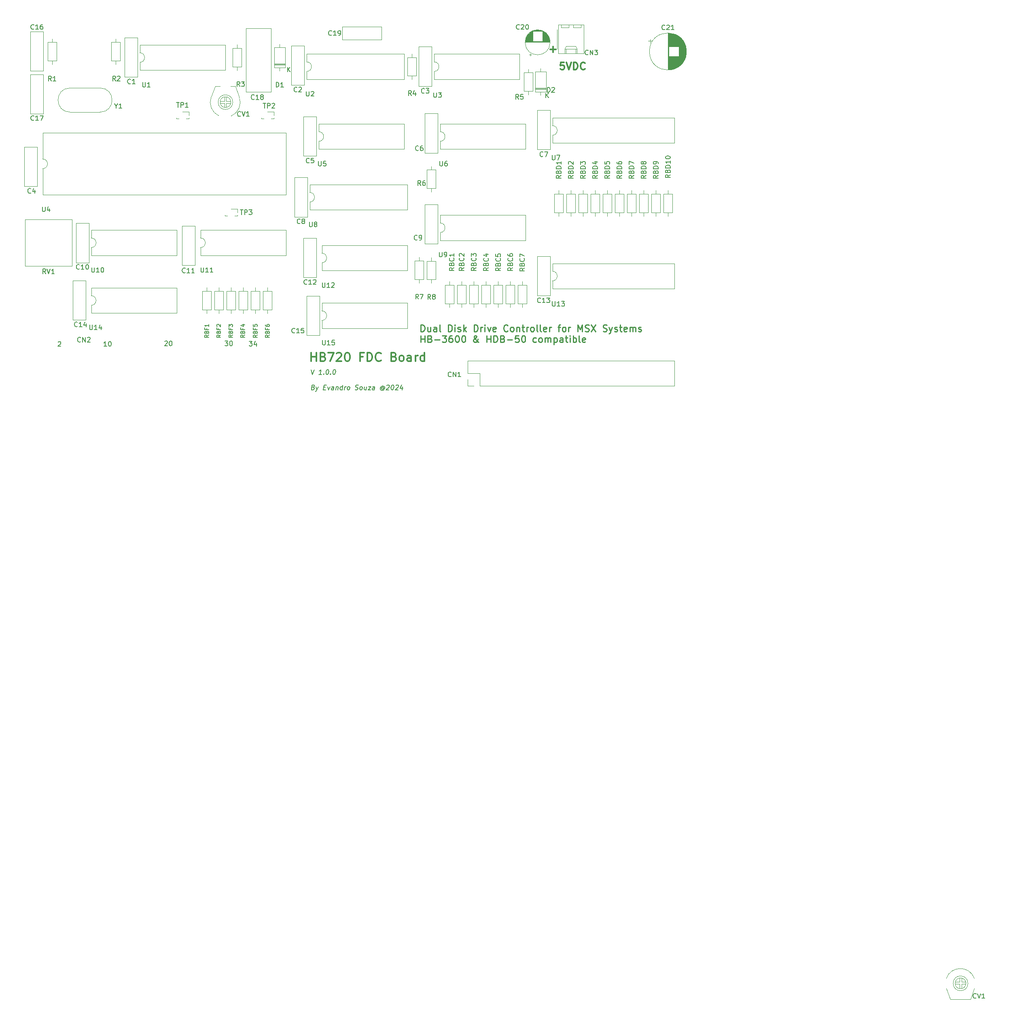
<source format=gbr>
%TF.GenerationSoftware,KiCad,Pcbnew,7.0.9*%
%TF.CreationDate,2024-01-11T00:16:29-03:00*%
%TF.ProjectId,HB-3600_FDC,48422d33-3630-4305-9f46-44432e6b6963,V1.0.0*%
%TF.SameCoordinates,Original*%
%TF.FileFunction,Legend,Top*%
%TF.FilePolarity,Positive*%
%FSLAX46Y46*%
G04 Gerber Fmt 4.6, Leading zero omitted, Abs format (unit mm)*
G04 Created by KiCad (PCBNEW 7.0.9) date 2024-01-11 00:16:29*
%MOMM*%
%LPD*%
G01*
G04 APERTURE LIST*
%ADD10C,0.300000*%
%ADD11C,0.150000*%
%ADD12C,0.360000*%
%ADD13C,0.200000*%
%ADD14C,0.260000*%
%ADD15C,0.120000*%
%ADD16C,0.100000*%
%ADD17C,0.050000*%
G04 APERTURE END LIST*
D10*
X189058796Y-63240828D02*
X188344510Y-63240828D01*
X188344510Y-63240828D02*
X188273082Y-63955114D01*
X188273082Y-63955114D02*
X188344510Y-63883685D01*
X188344510Y-63883685D02*
X188487368Y-63812257D01*
X188487368Y-63812257D02*
X188844510Y-63812257D01*
X188844510Y-63812257D02*
X188987368Y-63883685D01*
X188987368Y-63883685D02*
X189058796Y-63955114D01*
X189058796Y-63955114D02*
X189130225Y-64097971D01*
X189130225Y-64097971D02*
X189130225Y-64455114D01*
X189130225Y-64455114D02*
X189058796Y-64597971D01*
X189058796Y-64597971D02*
X188987368Y-64669400D01*
X188987368Y-64669400D02*
X188844510Y-64740828D01*
X188844510Y-64740828D02*
X188487368Y-64740828D01*
X188487368Y-64740828D02*
X188344510Y-64669400D01*
X188344510Y-64669400D02*
X188273082Y-64597971D01*
X189558796Y-63240828D02*
X190058796Y-64740828D01*
X190058796Y-64740828D02*
X190558796Y-63240828D01*
X191058795Y-64740828D02*
X191058795Y-63240828D01*
X191058795Y-63240828D02*
X191415938Y-63240828D01*
X191415938Y-63240828D02*
X191630224Y-63312257D01*
X191630224Y-63312257D02*
X191773081Y-63455114D01*
X191773081Y-63455114D02*
X191844510Y-63597971D01*
X191844510Y-63597971D02*
X191915938Y-63883685D01*
X191915938Y-63883685D02*
X191915938Y-64097971D01*
X191915938Y-64097971D02*
X191844510Y-64383685D01*
X191844510Y-64383685D02*
X191773081Y-64526542D01*
X191773081Y-64526542D02*
X191630224Y-64669400D01*
X191630224Y-64669400D02*
X191415938Y-64740828D01*
X191415938Y-64740828D02*
X191058795Y-64740828D01*
X193415938Y-64597971D02*
X193344510Y-64669400D01*
X193344510Y-64669400D02*
X193130224Y-64740828D01*
X193130224Y-64740828D02*
X192987367Y-64740828D01*
X192987367Y-64740828D02*
X192773081Y-64669400D01*
X192773081Y-64669400D02*
X192630224Y-64526542D01*
X192630224Y-64526542D02*
X192558795Y-64383685D01*
X192558795Y-64383685D02*
X192487367Y-64097971D01*
X192487367Y-64097971D02*
X192487367Y-63883685D01*
X192487367Y-63883685D02*
X192558795Y-63597971D01*
X192558795Y-63597971D02*
X192630224Y-63455114D01*
X192630224Y-63455114D02*
X192773081Y-63312257D01*
X192773081Y-63312257D02*
X192987367Y-63240828D01*
X192987367Y-63240828D02*
X193130224Y-63240828D01*
X193130224Y-63240828D02*
X193344510Y-63312257D01*
X193344510Y-63312257D02*
X193415938Y-63383685D01*
D11*
X83179160Y-121725057D02*
X83226779Y-121677438D01*
X83226779Y-121677438D02*
X83322017Y-121629819D01*
X83322017Y-121629819D02*
X83560112Y-121629819D01*
X83560112Y-121629819D02*
X83655350Y-121677438D01*
X83655350Y-121677438D02*
X83702969Y-121725057D01*
X83702969Y-121725057D02*
X83750588Y-121820295D01*
X83750588Y-121820295D02*
X83750588Y-121915533D01*
X83750588Y-121915533D02*
X83702969Y-122058390D01*
X83702969Y-122058390D02*
X83131541Y-122629819D01*
X83131541Y-122629819D02*
X83750588Y-122629819D01*
X118071541Y-121499819D02*
X118690588Y-121499819D01*
X118690588Y-121499819D02*
X118357255Y-121880771D01*
X118357255Y-121880771D02*
X118500112Y-121880771D01*
X118500112Y-121880771D02*
X118595350Y-121928390D01*
X118595350Y-121928390D02*
X118642969Y-121976009D01*
X118642969Y-121976009D02*
X118690588Y-122071247D01*
X118690588Y-122071247D02*
X118690588Y-122309342D01*
X118690588Y-122309342D02*
X118642969Y-122404580D01*
X118642969Y-122404580D02*
X118595350Y-122452200D01*
X118595350Y-122452200D02*
X118500112Y-122499819D01*
X118500112Y-122499819D02*
X118214398Y-122499819D01*
X118214398Y-122499819D02*
X118119160Y-122452200D01*
X118119160Y-122452200D02*
X118071541Y-122404580D01*
X119309636Y-121499819D02*
X119404874Y-121499819D01*
X119404874Y-121499819D02*
X119500112Y-121547438D01*
X119500112Y-121547438D02*
X119547731Y-121595057D01*
X119547731Y-121595057D02*
X119595350Y-121690295D01*
X119595350Y-121690295D02*
X119642969Y-121880771D01*
X119642969Y-121880771D02*
X119642969Y-122118866D01*
X119642969Y-122118866D02*
X119595350Y-122309342D01*
X119595350Y-122309342D02*
X119547731Y-122404580D01*
X119547731Y-122404580D02*
X119500112Y-122452200D01*
X119500112Y-122452200D02*
X119404874Y-122499819D01*
X119404874Y-122499819D02*
X119309636Y-122499819D01*
X119309636Y-122499819D02*
X119214398Y-122452200D01*
X119214398Y-122452200D02*
X119166779Y-122404580D01*
X119166779Y-122404580D02*
X119119160Y-122309342D01*
X119119160Y-122309342D02*
X119071541Y-122118866D01*
X119071541Y-122118866D02*
X119071541Y-121880771D01*
X119071541Y-121880771D02*
X119119160Y-121690295D01*
X119119160Y-121690295D02*
X119166779Y-121595057D01*
X119166779Y-121595057D02*
X119214398Y-121547438D01*
X119214398Y-121547438D02*
X119309636Y-121499819D01*
D12*
X136155413Y-125700994D02*
X136155413Y-123900994D01*
X136155413Y-124758137D02*
X137183984Y-124758137D01*
X137183984Y-125700994D02*
X137183984Y-123900994D01*
X138641127Y-124758137D02*
X138898270Y-124843851D01*
X138898270Y-124843851D02*
X138983984Y-124929565D01*
X138983984Y-124929565D02*
X139069698Y-125100994D01*
X139069698Y-125100994D02*
X139069698Y-125358137D01*
X139069698Y-125358137D02*
X138983984Y-125529565D01*
X138983984Y-125529565D02*
X138898270Y-125615280D01*
X138898270Y-125615280D02*
X138726841Y-125700994D01*
X138726841Y-125700994D02*
X138041127Y-125700994D01*
X138041127Y-125700994D02*
X138041127Y-123900994D01*
X138041127Y-123900994D02*
X138641127Y-123900994D01*
X138641127Y-123900994D02*
X138812556Y-123986708D01*
X138812556Y-123986708D02*
X138898270Y-124072422D01*
X138898270Y-124072422D02*
X138983984Y-124243851D01*
X138983984Y-124243851D02*
X138983984Y-124415280D01*
X138983984Y-124415280D02*
X138898270Y-124586708D01*
X138898270Y-124586708D02*
X138812556Y-124672422D01*
X138812556Y-124672422D02*
X138641127Y-124758137D01*
X138641127Y-124758137D02*
X138041127Y-124758137D01*
X139669698Y-123900994D02*
X140869698Y-123900994D01*
X140869698Y-123900994D02*
X140098270Y-125700994D01*
X141469699Y-124072422D02*
X141555413Y-123986708D01*
X141555413Y-123986708D02*
X141726842Y-123900994D01*
X141726842Y-123900994D02*
X142155413Y-123900994D01*
X142155413Y-123900994D02*
X142326842Y-123986708D01*
X142326842Y-123986708D02*
X142412556Y-124072422D01*
X142412556Y-124072422D02*
X142498270Y-124243851D01*
X142498270Y-124243851D02*
X142498270Y-124415280D01*
X142498270Y-124415280D02*
X142412556Y-124672422D01*
X142412556Y-124672422D02*
X141383984Y-125700994D01*
X141383984Y-125700994D02*
X142498270Y-125700994D01*
X143612556Y-123900994D02*
X143783985Y-123900994D01*
X143783985Y-123900994D02*
X143955413Y-123986708D01*
X143955413Y-123986708D02*
X144041128Y-124072422D01*
X144041128Y-124072422D02*
X144126842Y-124243851D01*
X144126842Y-124243851D02*
X144212556Y-124586708D01*
X144212556Y-124586708D02*
X144212556Y-125015280D01*
X144212556Y-125015280D02*
X144126842Y-125358137D01*
X144126842Y-125358137D02*
X144041128Y-125529565D01*
X144041128Y-125529565D02*
X143955413Y-125615280D01*
X143955413Y-125615280D02*
X143783985Y-125700994D01*
X143783985Y-125700994D02*
X143612556Y-125700994D01*
X143612556Y-125700994D02*
X143441128Y-125615280D01*
X143441128Y-125615280D02*
X143355413Y-125529565D01*
X143355413Y-125529565D02*
X143269699Y-125358137D01*
X143269699Y-125358137D02*
X143183985Y-125015280D01*
X143183985Y-125015280D02*
X143183985Y-124586708D01*
X143183985Y-124586708D02*
X143269699Y-124243851D01*
X143269699Y-124243851D02*
X143355413Y-124072422D01*
X143355413Y-124072422D02*
X143441128Y-123986708D01*
X143441128Y-123986708D02*
X143612556Y-123900994D01*
X146955414Y-124758137D02*
X146355414Y-124758137D01*
X146355414Y-125700994D02*
X146355414Y-123900994D01*
X146355414Y-123900994D02*
X147212557Y-123900994D01*
X147898271Y-125700994D02*
X147898271Y-123900994D01*
X147898271Y-123900994D02*
X148326842Y-123900994D01*
X148326842Y-123900994D02*
X148583985Y-123986708D01*
X148583985Y-123986708D02*
X148755414Y-124158137D01*
X148755414Y-124158137D02*
X148841128Y-124329565D01*
X148841128Y-124329565D02*
X148926842Y-124672422D01*
X148926842Y-124672422D02*
X148926842Y-124929565D01*
X148926842Y-124929565D02*
X148841128Y-125272422D01*
X148841128Y-125272422D02*
X148755414Y-125443851D01*
X148755414Y-125443851D02*
X148583985Y-125615280D01*
X148583985Y-125615280D02*
X148326842Y-125700994D01*
X148326842Y-125700994D02*
X147898271Y-125700994D01*
X150726842Y-125529565D02*
X150641128Y-125615280D01*
X150641128Y-125615280D02*
X150383985Y-125700994D01*
X150383985Y-125700994D02*
X150212557Y-125700994D01*
X150212557Y-125700994D02*
X149955414Y-125615280D01*
X149955414Y-125615280D02*
X149783985Y-125443851D01*
X149783985Y-125443851D02*
X149698271Y-125272422D01*
X149698271Y-125272422D02*
X149612557Y-124929565D01*
X149612557Y-124929565D02*
X149612557Y-124672422D01*
X149612557Y-124672422D02*
X149698271Y-124329565D01*
X149698271Y-124329565D02*
X149783985Y-124158137D01*
X149783985Y-124158137D02*
X149955414Y-123986708D01*
X149955414Y-123986708D02*
X150212557Y-123900994D01*
X150212557Y-123900994D02*
X150383985Y-123900994D01*
X150383985Y-123900994D02*
X150641128Y-123986708D01*
X150641128Y-123986708D02*
X150726842Y-124072422D01*
X153469700Y-124758137D02*
X153726843Y-124843851D01*
X153726843Y-124843851D02*
X153812557Y-124929565D01*
X153812557Y-124929565D02*
X153898271Y-125100994D01*
X153898271Y-125100994D02*
X153898271Y-125358137D01*
X153898271Y-125358137D02*
X153812557Y-125529565D01*
X153812557Y-125529565D02*
X153726843Y-125615280D01*
X153726843Y-125615280D02*
X153555414Y-125700994D01*
X153555414Y-125700994D02*
X152869700Y-125700994D01*
X152869700Y-125700994D02*
X152869700Y-123900994D01*
X152869700Y-123900994D02*
X153469700Y-123900994D01*
X153469700Y-123900994D02*
X153641129Y-123986708D01*
X153641129Y-123986708D02*
X153726843Y-124072422D01*
X153726843Y-124072422D02*
X153812557Y-124243851D01*
X153812557Y-124243851D02*
X153812557Y-124415280D01*
X153812557Y-124415280D02*
X153726843Y-124586708D01*
X153726843Y-124586708D02*
X153641129Y-124672422D01*
X153641129Y-124672422D02*
X153469700Y-124758137D01*
X153469700Y-124758137D02*
X152869700Y-124758137D01*
X154926843Y-125700994D02*
X154755414Y-125615280D01*
X154755414Y-125615280D02*
X154669700Y-125529565D01*
X154669700Y-125529565D02*
X154583986Y-125358137D01*
X154583986Y-125358137D02*
X154583986Y-124843851D01*
X154583986Y-124843851D02*
X154669700Y-124672422D01*
X154669700Y-124672422D02*
X154755414Y-124586708D01*
X154755414Y-124586708D02*
X154926843Y-124500994D01*
X154926843Y-124500994D02*
X155183986Y-124500994D01*
X155183986Y-124500994D02*
X155355414Y-124586708D01*
X155355414Y-124586708D02*
X155441129Y-124672422D01*
X155441129Y-124672422D02*
X155526843Y-124843851D01*
X155526843Y-124843851D02*
X155526843Y-125358137D01*
X155526843Y-125358137D02*
X155441129Y-125529565D01*
X155441129Y-125529565D02*
X155355414Y-125615280D01*
X155355414Y-125615280D02*
X155183986Y-125700994D01*
X155183986Y-125700994D02*
X154926843Y-125700994D01*
X157069700Y-125700994D02*
X157069700Y-124758137D01*
X157069700Y-124758137D02*
X156983985Y-124586708D01*
X156983985Y-124586708D02*
X156812557Y-124500994D01*
X156812557Y-124500994D02*
X156469700Y-124500994D01*
X156469700Y-124500994D02*
X156298271Y-124586708D01*
X157069700Y-125615280D02*
X156898271Y-125700994D01*
X156898271Y-125700994D02*
X156469700Y-125700994D01*
X156469700Y-125700994D02*
X156298271Y-125615280D01*
X156298271Y-125615280D02*
X156212557Y-125443851D01*
X156212557Y-125443851D02*
X156212557Y-125272422D01*
X156212557Y-125272422D02*
X156298271Y-125100994D01*
X156298271Y-125100994D02*
X156469700Y-125015280D01*
X156469700Y-125015280D02*
X156898271Y-125015280D01*
X156898271Y-125015280D02*
X157069700Y-124929565D01*
X157926842Y-125700994D02*
X157926842Y-124500994D01*
X157926842Y-124843851D02*
X158012556Y-124672422D01*
X158012556Y-124672422D02*
X158098271Y-124586708D01*
X158098271Y-124586708D02*
X158269699Y-124500994D01*
X158269699Y-124500994D02*
X158441128Y-124500994D01*
X159812557Y-125700994D02*
X159812557Y-123900994D01*
X159812557Y-125615280D02*
X159641128Y-125700994D01*
X159641128Y-125700994D02*
X159298271Y-125700994D01*
X159298271Y-125700994D02*
X159126842Y-125615280D01*
X159126842Y-125615280D02*
X159041128Y-125529565D01*
X159041128Y-125529565D02*
X158955414Y-125358137D01*
X158955414Y-125358137D02*
X158955414Y-124843851D01*
X158955414Y-124843851D02*
X159041128Y-124672422D01*
X159041128Y-124672422D02*
X159126842Y-124586708D01*
X159126842Y-124586708D02*
X159298271Y-124500994D01*
X159298271Y-124500994D02*
X159641128Y-124500994D01*
X159641128Y-124500994D02*
X159812557Y-124586708D01*
D11*
X123171541Y-121549819D02*
X123790588Y-121549819D01*
X123790588Y-121549819D02*
X123457255Y-121930771D01*
X123457255Y-121930771D02*
X123600112Y-121930771D01*
X123600112Y-121930771D02*
X123695350Y-121978390D01*
X123695350Y-121978390D02*
X123742969Y-122026009D01*
X123742969Y-122026009D02*
X123790588Y-122121247D01*
X123790588Y-122121247D02*
X123790588Y-122359342D01*
X123790588Y-122359342D02*
X123742969Y-122454580D01*
X123742969Y-122454580D02*
X123695350Y-122502200D01*
X123695350Y-122502200D02*
X123600112Y-122549819D01*
X123600112Y-122549819D02*
X123314398Y-122549819D01*
X123314398Y-122549819D02*
X123219160Y-122502200D01*
X123219160Y-122502200D02*
X123171541Y-122454580D01*
X124647731Y-121883152D02*
X124647731Y-122549819D01*
X124409636Y-121502200D02*
X124171541Y-122216485D01*
X124171541Y-122216485D02*
X124790588Y-122216485D01*
X93330588Y-122589819D02*
X92759160Y-122589819D01*
X93044874Y-122589819D02*
X93044874Y-121589819D01*
X93044874Y-121589819D02*
X92949636Y-121732676D01*
X92949636Y-121732676D02*
X92854398Y-121827914D01*
X92854398Y-121827914D02*
X92759160Y-121875533D01*
X93949636Y-121589819D02*
X94044874Y-121589819D01*
X94044874Y-121589819D02*
X94140112Y-121637438D01*
X94140112Y-121637438D02*
X94187731Y-121685057D01*
X94187731Y-121685057D02*
X94235350Y-121780295D01*
X94235350Y-121780295D02*
X94282969Y-121970771D01*
X94282969Y-121970771D02*
X94282969Y-122208866D01*
X94282969Y-122208866D02*
X94235350Y-122399342D01*
X94235350Y-122399342D02*
X94187731Y-122494580D01*
X94187731Y-122494580D02*
X94140112Y-122542200D01*
X94140112Y-122542200D02*
X94044874Y-122589819D01*
X94044874Y-122589819D02*
X93949636Y-122589819D01*
X93949636Y-122589819D02*
X93854398Y-122542200D01*
X93854398Y-122542200D02*
X93806779Y-122494580D01*
X93806779Y-122494580D02*
X93759160Y-122399342D01*
X93759160Y-122399342D02*
X93711541Y-122208866D01*
X93711541Y-122208866D02*
X93711541Y-121970771D01*
X93711541Y-121970771D02*
X93759160Y-121780295D01*
X93759160Y-121780295D02*
X93806779Y-121685057D01*
X93806779Y-121685057D02*
X93854398Y-121637438D01*
X93854398Y-121637438D02*
X93949636Y-121589819D01*
D13*
X136155863Y-127477219D02*
X136364197Y-128477219D01*
X136364197Y-128477219D02*
X136822530Y-127477219D01*
X138316578Y-128477219D02*
X137745149Y-128477219D01*
X138030864Y-128477219D02*
X138155864Y-127477219D01*
X138155864Y-127477219D02*
X138042768Y-127620076D01*
X138042768Y-127620076D02*
X137935626Y-127715314D01*
X137935626Y-127715314D02*
X137834435Y-127762933D01*
X138757054Y-128381980D02*
X138798721Y-128429600D01*
X138798721Y-128429600D02*
X138745149Y-128477219D01*
X138745149Y-128477219D02*
X138703483Y-128429600D01*
X138703483Y-128429600D02*
X138757054Y-128381980D01*
X138757054Y-128381980D02*
X138745149Y-128477219D01*
X139536816Y-127477219D02*
X139632054Y-127477219D01*
X139632054Y-127477219D02*
X139721339Y-127524838D01*
X139721339Y-127524838D02*
X139763006Y-127572457D01*
X139763006Y-127572457D02*
X139798720Y-127667695D01*
X139798720Y-127667695D02*
X139822530Y-127858171D01*
X139822530Y-127858171D02*
X139792768Y-128096266D01*
X139792768Y-128096266D02*
X139721339Y-128286742D01*
X139721339Y-128286742D02*
X139661816Y-128381980D01*
X139661816Y-128381980D02*
X139608244Y-128429600D01*
X139608244Y-128429600D02*
X139507054Y-128477219D01*
X139507054Y-128477219D02*
X139411816Y-128477219D01*
X139411816Y-128477219D02*
X139322530Y-128429600D01*
X139322530Y-128429600D02*
X139280863Y-128381980D01*
X139280863Y-128381980D02*
X139245149Y-128286742D01*
X139245149Y-128286742D02*
X139221339Y-128096266D01*
X139221339Y-128096266D02*
X139251101Y-127858171D01*
X139251101Y-127858171D02*
X139322530Y-127667695D01*
X139322530Y-127667695D02*
X139382054Y-127572457D01*
X139382054Y-127572457D02*
X139435625Y-127524838D01*
X139435625Y-127524838D02*
X139536816Y-127477219D01*
X140185625Y-128381980D02*
X140227292Y-128429600D01*
X140227292Y-128429600D02*
X140173720Y-128477219D01*
X140173720Y-128477219D02*
X140132054Y-128429600D01*
X140132054Y-128429600D02*
X140185625Y-128381980D01*
X140185625Y-128381980D02*
X140173720Y-128477219D01*
X140965387Y-127477219D02*
X141060625Y-127477219D01*
X141060625Y-127477219D02*
X141149910Y-127524838D01*
X141149910Y-127524838D02*
X141191577Y-127572457D01*
X141191577Y-127572457D02*
X141227291Y-127667695D01*
X141227291Y-127667695D02*
X141251101Y-127858171D01*
X141251101Y-127858171D02*
X141221339Y-128096266D01*
X141221339Y-128096266D02*
X141149910Y-128286742D01*
X141149910Y-128286742D02*
X141090387Y-128381980D01*
X141090387Y-128381980D02*
X141036815Y-128429600D01*
X141036815Y-128429600D02*
X140935625Y-128477219D01*
X140935625Y-128477219D02*
X140840387Y-128477219D01*
X140840387Y-128477219D02*
X140751101Y-128429600D01*
X140751101Y-128429600D02*
X140709434Y-128381980D01*
X140709434Y-128381980D02*
X140673720Y-128286742D01*
X140673720Y-128286742D02*
X140649910Y-128096266D01*
X140649910Y-128096266D02*
X140679672Y-127858171D01*
X140679672Y-127858171D02*
X140751101Y-127667695D01*
X140751101Y-127667695D02*
X140810625Y-127572457D01*
X140810625Y-127572457D02*
X140864196Y-127524838D01*
X140864196Y-127524838D02*
X140965387Y-127477219D01*
X136572530Y-131173409D02*
X136709435Y-131221028D01*
X136709435Y-131221028D02*
X136751101Y-131268647D01*
X136751101Y-131268647D02*
X136786816Y-131363885D01*
X136786816Y-131363885D02*
X136768958Y-131506742D01*
X136768958Y-131506742D02*
X136709435Y-131601980D01*
X136709435Y-131601980D02*
X136655863Y-131649600D01*
X136655863Y-131649600D02*
X136554673Y-131697219D01*
X136554673Y-131697219D02*
X136173720Y-131697219D01*
X136173720Y-131697219D02*
X136298720Y-130697219D01*
X136298720Y-130697219D02*
X136632054Y-130697219D01*
X136632054Y-130697219D02*
X136721339Y-130744838D01*
X136721339Y-130744838D02*
X136763006Y-130792457D01*
X136763006Y-130792457D02*
X136798720Y-130887695D01*
X136798720Y-130887695D02*
X136786816Y-130982933D01*
X136786816Y-130982933D02*
X136727292Y-131078171D01*
X136727292Y-131078171D02*
X136673720Y-131125790D01*
X136673720Y-131125790D02*
X136572530Y-131173409D01*
X136572530Y-131173409D02*
X136239197Y-131173409D01*
X137161816Y-131030552D02*
X137316578Y-131697219D01*
X137638006Y-131030552D02*
X137316578Y-131697219D01*
X137316578Y-131697219D02*
X137191578Y-131935314D01*
X137191578Y-131935314D02*
X137138006Y-131982933D01*
X137138006Y-131982933D02*
X137036816Y-132030552D01*
X138763007Y-131173409D02*
X139096340Y-131173409D01*
X139173721Y-131697219D02*
X138697530Y-131697219D01*
X138697530Y-131697219D02*
X138822530Y-130697219D01*
X138822530Y-130697219D02*
X139298721Y-130697219D01*
X139590388Y-131030552D02*
X139745150Y-131697219D01*
X139745150Y-131697219D02*
X140066578Y-131030552D01*
X140792769Y-131697219D02*
X140858245Y-131173409D01*
X140858245Y-131173409D02*
X140822531Y-131078171D01*
X140822531Y-131078171D02*
X140733245Y-131030552D01*
X140733245Y-131030552D02*
X140542769Y-131030552D01*
X140542769Y-131030552D02*
X140441578Y-131078171D01*
X140798721Y-131649600D02*
X140697531Y-131697219D01*
X140697531Y-131697219D02*
X140459435Y-131697219D01*
X140459435Y-131697219D02*
X140370150Y-131649600D01*
X140370150Y-131649600D02*
X140334435Y-131554361D01*
X140334435Y-131554361D02*
X140346340Y-131459123D01*
X140346340Y-131459123D02*
X140405864Y-131363885D01*
X140405864Y-131363885D02*
X140507055Y-131316266D01*
X140507055Y-131316266D02*
X140745150Y-131316266D01*
X140745150Y-131316266D02*
X140846340Y-131268647D01*
X141352293Y-131030552D02*
X141268959Y-131697219D01*
X141340388Y-131125790D02*
X141393959Y-131078171D01*
X141393959Y-131078171D02*
X141495150Y-131030552D01*
X141495150Y-131030552D02*
X141638007Y-131030552D01*
X141638007Y-131030552D02*
X141727293Y-131078171D01*
X141727293Y-131078171D02*
X141763007Y-131173409D01*
X141763007Y-131173409D02*
X141697531Y-131697219D01*
X142602293Y-131697219D02*
X142727293Y-130697219D01*
X142608245Y-131649600D02*
X142507055Y-131697219D01*
X142507055Y-131697219D02*
X142316579Y-131697219D01*
X142316579Y-131697219D02*
X142227293Y-131649600D01*
X142227293Y-131649600D02*
X142185626Y-131601980D01*
X142185626Y-131601980D02*
X142149912Y-131506742D01*
X142149912Y-131506742D02*
X142185626Y-131221028D01*
X142185626Y-131221028D02*
X142245150Y-131125790D01*
X142245150Y-131125790D02*
X142298721Y-131078171D01*
X142298721Y-131078171D02*
X142399912Y-131030552D01*
X142399912Y-131030552D02*
X142590388Y-131030552D01*
X142590388Y-131030552D02*
X142679674Y-131078171D01*
X143078483Y-131697219D02*
X143161817Y-131030552D01*
X143138007Y-131221028D02*
X143197531Y-131125790D01*
X143197531Y-131125790D02*
X143251102Y-131078171D01*
X143251102Y-131078171D02*
X143352293Y-131030552D01*
X143352293Y-131030552D02*
X143447531Y-131030552D01*
X143840389Y-131697219D02*
X143751103Y-131649600D01*
X143751103Y-131649600D02*
X143709436Y-131601980D01*
X143709436Y-131601980D02*
X143673722Y-131506742D01*
X143673722Y-131506742D02*
X143709436Y-131221028D01*
X143709436Y-131221028D02*
X143768960Y-131125790D01*
X143768960Y-131125790D02*
X143822531Y-131078171D01*
X143822531Y-131078171D02*
X143923722Y-131030552D01*
X143923722Y-131030552D02*
X144066579Y-131030552D01*
X144066579Y-131030552D02*
X144155865Y-131078171D01*
X144155865Y-131078171D02*
X144197531Y-131125790D01*
X144197531Y-131125790D02*
X144233246Y-131221028D01*
X144233246Y-131221028D02*
X144197531Y-131506742D01*
X144197531Y-131506742D02*
X144138008Y-131601980D01*
X144138008Y-131601980D02*
X144084436Y-131649600D01*
X144084436Y-131649600D02*
X143983246Y-131697219D01*
X143983246Y-131697219D02*
X143840389Y-131697219D01*
X145322532Y-131649600D02*
X145459436Y-131697219D01*
X145459436Y-131697219D02*
X145697532Y-131697219D01*
X145697532Y-131697219D02*
X145798722Y-131649600D01*
X145798722Y-131649600D02*
X145852294Y-131601980D01*
X145852294Y-131601980D02*
X145911817Y-131506742D01*
X145911817Y-131506742D02*
X145923722Y-131411504D01*
X145923722Y-131411504D02*
X145888008Y-131316266D01*
X145888008Y-131316266D02*
X145846341Y-131268647D01*
X145846341Y-131268647D02*
X145757056Y-131221028D01*
X145757056Y-131221028D02*
X145572532Y-131173409D01*
X145572532Y-131173409D02*
X145483246Y-131125790D01*
X145483246Y-131125790D02*
X145441579Y-131078171D01*
X145441579Y-131078171D02*
X145405865Y-130982933D01*
X145405865Y-130982933D02*
X145417770Y-130887695D01*
X145417770Y-130887695D02*
X145477294Y-130792457D01*
X145477294Y-130792457D02*
X145530865Y-130744838D01*
X145530865Y-130744838D02*
X145632056Y-130697219D01*
X145632056Y-130697219D02*
X145870151Y-130697219D01*
X145870151Y-130697219D02*
X146007056Y-130744838D01*
X146459437Y-131697219D02*
X146370151Y-131649600D01*
X146370151Y-131649600D02*
X146328484Y-131601980D01*
X146328484Y-131601980D02*
X146292770Y-131506742D01*
X146292770Y-131506742D02*
X146328484Y-131221028D01*
X146328484Y-131221028D02*
X146388008Y-131125790D01*
X146388008Y-131125790D02*
X146441579Y-131078171D01*
X146441579Y-131078171D02*
X146542770Y-131030552D01*
X146542770Y-131030552D02*
X146685627Y-131030552D01*
X146685627Y-131030552D02*
X146774913Y-131078171D01*
X146774913Y-131078171D02*
X146816579Y-131125790D01*
X146816579Y-131125790D02*
X146852294Y-131221028D01*
X146852294Y-131221028D02*
X146816579Y-131506742D01*
X146816579Y-131506742D02*
X146757056Y-131601980D01*
X146757056Y-131601980D02*
X146703484Y-131649600D01*
X146703484Y-131649600D02*
X146602294Y-131697219D01*
X146602294Y-131697219D02*
X146459437Y-131697219D01*
X147733246Y-131030552D02*
X147649913Y-131697219D01*
X147304675Y-131030552D02*
X147239199Y-131554361D01*
X147239199Y-131554361D02*
X147274913Y-131649600D01*
X147274913Y-131649600D02*
X147364199Y-131697219D01*
X147364199Y-131697219D02*
X147507056Y-131697219D01*
X147507056Y-131697219D02*
X147608246Y-131649600D01*
X147608246Y-131649600D02*
X147661818Y-131601980D01*
X148114199Y-131030552D02*
X148638008Y-131030552D01*
X148638008Y-131030552D02*
X148030865Y-131697219D01*
X148030865Y-131697219D02*
X148554675Y-131697219D01*
X149364199Y-131697219D02*
X149429675Y-131173409D01*
X149429675Y-131173409D02*
X149393961Y-131078171D01*
X149393961Y-131078171D02*
X149304675Y-131030552D01*
X149304675Y-131030552D02*
X149114199Y-131030552D01*
X149114199Y-131030552D02*
X149013008Y-131078171D01*
X149370151Y-131649600D02*
X149268961Y-131697219D01*
X149268961Y-131697219D02*
X149030865Y-131697219D01*
X149030865Y-131697219D02*
X148941580Y-131649600D01*
X148941580Y-131649600D02*
X148905865Y-131554361D01*
X148905865Y-131554361D02*
X148917770Y-131459123D01*
X148917770Y-131459123D02*
X148977294Y-131363885D01*
X148977294Y-131363885D02*
X149078485Y-131316266D01*
X149078485Y-131316266D02*
X149316580Y-131316266D01*
X149316580Y-131316266D02*
X149417770Y-131268647D01*
X151280866Y-131221028D02*
X151239199Y-131173409D01*
X151239199Y-131173409D02*
X151149913Y-131125790D01*
X151149913Y-131125790D02*
X151054675Y-131125790D01*
X151054675Y-131125790D02*
X150953485Y-131173409D01*
X150953485Y-131173409D02*
X150899913Y-131221028D01*
X150899913Y-131221028D02*
X150840390Y-131316266D01*
X150840390Y-131316266D02*
X150828485Y-131411504D01*
X150828485Y-131411504D02*
X150864199Y-131506742D01*
X150864199Y-131506742D02*
X150905866Y-131554361D01*
X150905866Y-131554361D02*
X150995152Y-131601980D01*
X150995152Y-131601980D02*
X151090390Y-131601980D01*
X151090390Y-131601980D02*
X151191580Y-131554361D01*
X151191580Y-131554361D02*
X151245152Y-131506742D01*
X151292771Y-131125790D02*
X151245152Y-131506742D01*
X151245152Y-131506742D02*
X151286818Y-131554361D01*
X151286818Y-131554361D02*
X151334437Y-131554361D01*
X151334437Y-131554361D02*
X151435628Y-131506742D01*
X151435628Y-131506742D02*
X151495152Y-131411504D01*
X151495152Y-131411504D02*
X151524913Y-131173409D01*
X151524913Y-131173409D02*
X151447532Y-131030552D01*
X151447532Y-131030552D02*
X151316580Y-130935314D01*
X151316580Y-130935314D02*
X151132056Y-130887695D01*
X151132056Y-130887695D02*
X150935628Y-130935314D01*
X150935628Y-130935314D02*
X150780866Y-131030552D01*
X150780866Y-131030552D02*
X150667771Y-131173409D01*
X150667771Y-131173409D02*
X150596342Y-131363885D01*
X150596342Y-131363885D02*
X150620152Y-131554361D01*
X150620152Y-131554361D02*
X150697532Y-131697219D01*
X150697532Y-131697219D02*
X150828485Y-131792457D01*
X150828485Y-131792457D02*
X151013009Y-131840076D01*
X151013009Y-131840076D02*
X151209437Y-131792457D01*
X151209437Y-131792457D02*
X151364199Y-131697219D01*
X151953485Y-130792457D02*
X152007056Y-130744838D01*
X152007056Y-130744838D02*
X152108246Y-130697219D01*
X152108246Y-130697219D02*
X152346342Y-130697219D01*
X152346342Y-130697219D02*
X152435627Y-130744838D01*
X152435627Y-130744838D02*
X152477294Y-130792457D01*
X152477294Y-130792457D02*
X152513008Y-130887695D01*
X152513008Y-130887695D02*
X152501104Y-130982933D01*
X152501104Y-130982933D02*
X152435627Y-131125790D01*
X152435627Y-131125790D02*
X151792770Y-131697219D01*
X151792770Y-131697219D02*
X152411818Y-131697219D01*
X153155866Y-130697219D02*
X153251104Y-130697219D01*
X153251104Y-130697219D02*
X153340389Y-130744838D01*
X153340389Y-130744838D02*
X153382056Y-130792457D01*
X153382056Y-130792457D02*
X153417770Y-130887695D01*
X153417770Y-130887695D02*
X153441580Y-131078171D01*
X153441580Y-131078171D02*
X153411818Y-131316266D01*
X153411818Y-131316266D02*
X153340389Y-131506742D01*
X153340389Y-131506742D02*
X153280866Y-131601980D01*
X153280866Y-131601980D02*
X153227294Y-131649600D01*
X153227294Y-131649600D02*
X153126104Y-131697219D01*
X153126104Y-131697219D02*
X153030866Y-131697219D01*
X153030866Y-131697219D02*
X152941580Y-131649600D01*
X152941580Y-131649600D02*
X152899913Y-131601980D01*
X152899913Y-131601980D02*
X152864199Y-131506742D01*
X152864199Y-131506742D02*
X152840389Y-131316266D01*
X152840389Y-131316266D02*
X152870151Y-131078171D01*
X152870151Y-131078171D02*
X152941580Y-130887695D01*
X152941580Y-130887695D02*
X153001104Y-130792457D01*
X153001104Y-130792457D02*
X153054675Y-130744838D01*
X153054675Y-130744838D02*
X153155866Y-130697219D01*
X153858247Y-130792457D02*
X153911818Y-130744838D01*
X153911818Y-130744838D02*
X154013008Y-130697219D01*
X154013008Y-130697219D02*
X154251104Y-130697219D01*
X154251104Y-130697219D02*
X154340389Y-130744838D01*
X154340389Y-130744838D02*
X154382056Y-130792457D01*
X154382056Y-130792457D02*
X154417770Y-130887695D01*
X154417770Y-130887695D02*
X154405866Y-130982933D01*
X154405866Y-130982933D02*
X154340389Y-131125790D01*
X154340389Y-131125790D02*
X153697532Y-131697219D01*
X153697532Y-131697219D02*
X154316580Y-131697219D01*
X155257056Y-131030552D02*
X155173723Y-131697219D01*
X155066580Y-130649600D02*
X154739199Y-131363885D01*
X154739199Y-131363885D02*
X155358247Y-131363885D01*
D14*
X159076585Y-119506546D02*
X159076585Y-118106546D01*
X159076585Y-118106546D02*
X159409918Y-118106546D01*
X159409918Y-118106546D02*
X159609918Y-118173213D01*
X159609918Y-118173213D02*
X159743252Y-118306546D01*
X159743252Y-118306546D02*
X159809918Y-118439880D01*
X159809918Y-118439880D02*
X159876585Y-118706546D01*
X159876585Y-118706546D02*
X159876585Y-118906546D01*
X159876585Y-118906546D02*
X159809918Y-119173213D01*
X159809918Y-119173213D02*
X159743252Y-119306546D01*
X159743252Y-119306546D02*
X159609918Y-119439880D01*
X159609918Y-119439880D02*
X159409918Y-119506546D01*
X159409918Y-119506546D02*
X159076585Y-119506546D01*
X161076585Y-118573213D02*
X161076585Y-119506546D01*
X160476585Y-118573213D02*
X160476585Y-119306546D01*
X160476585Y-119306546D02*
X160543252Y-119439880D01*
X160543252Y-119439880D02*
X160676585Y-119506546D01*
X160676585Y-119506546D02*
X160876585Y-119506546D01*
X160876585Y-119506546D02*
X161009918Y-119439880D01*
X161009918Y-119439880D02*
X161076585Y-119373213D01*
X162343252Y-119506546D02*
X162343252Y-118773213D01*
X162343252Y-118773213D02*
X162276585Y-118639880D01*
X162276585Y-118639880D02*
X162143252Y-118573213D01*
X162143252Y-118573213D02*
X161876585Y-118573213D01*
X161876585Y-118573213D02*
X161743252Y-118639880D01*
X162343252Y-119439880D02*
X162209919Y-119506546D01*
X162209919Y-119506546D02*
X161876585Y-119506546D01*
X161876585Y-119506546D02*
X161743252Y-119439880D01*
X161743252Y-119439880D02*
X161676585Y-119306546D01*
X161676585Y-119306546D02*
X161676585Y-119173213D01*
X161676585Y-119173213D02*
X161743252Y-119039880D01*
X161743252Y-119039880D02*
X161876585Y-118973213D01*
X161876585Y-118973213D02*
X162209919Y-118973213D01*
X162209919Y-118973213D02*
X162343252Y-118906546D01*
X163209919Y-119506546D02*
X163076586Y-119439880D01*
X163076586Y-119439880D02*
X163009919Y-119306546D01*
X163009919Y-119306546D02*
X163009919Y-118106546D01*
X164809919Y-119506546D02*
X164809919Y-118106546D01*
X164809919Y-118106546D02*
X165143252Y-118106546D01*
X165143252Y-118106546D02*
X165343252Y-118173213D01*
X165343252Y-118173213D02*
X165476586Y-118306546D01*
X165476586Y-118306546D02*
X165543252Y-118439880D01*
X165543252Y-118439880D02*
X165609919Y-118706546D01*
X165609919Y-118706546D02*
X165609919Y-118906546D01*
X165609919Y-118906546D02*
X165543252Y-119173213D01*
X165543252Y-119173213D02*
X165476586Y-119306546D01*
X165476586Y-119306546D02*
X165343252Y-119439880D01*
X165343252Y-119439880D02*
X165143252Y-119506546D01*
X165143252Y-119506546D02*
X164809919Y-119506546D01*
X166209919Y-119506546D02*
X166209919Y-118573213D01*
X166209919Y-118106546D02*
X166143252Y-118173213D01*
X166143252Y-118173213D02*
X166209919Y-118239880D01*
X166209919Y-118239880D02*
X166276586Y-118173213D01*
X166276586Y-118173213D02*
X166209919Y-118106546D01*
X166209919Y-118106546D02*
X166209919Y-118239880D01*
X166809919Y-119439880D02*
X166943253Y-119506546D01*
X166943253Y-119506546D02*
X167209919Y-119506546D01*
X167209919Y-119506546D02*
X167343253Y-119439880D01*
X167343253Y-119439880D02*
X167409919Y-119306546D01*
X167409919Y-119306546D02*
X167409919Y-119239880D01*
X167409919Y-119239880D02*
X167343253Y-119106546D01*
X167343253Y-119106546D02*
X167209919Y-119039880D01*
X167209919Y-119039880D02*
X167009919Y-119039880D01*
X167009919Y-119039880D02*
X166876586Y-118973213D01*
X166876586Y-118973213D02*
X166809919Y-118839880D01*
X166809919Y-118839880D02*
X166809919Y-118773213D01*
X166809919Y-118773213D02*
X166876586Y-118639880D01*
X166876586Y-118639880D02*
X167009919Y-118573213D01*
X167009919Y-118573213D02*
X167209919Y-118573213D01*
X167209919Y-118573213D02*
X167343253Y-118639880D01*
X168009919Y-119506546D02*
X168009919Y-118106546D01*
X168143252Y-118973213D02*
X168543252Y-119506546D01*
X168543252Y-118573213D02*
X168009919Y-119106546D01*
X170209919Y-119506546D02*
X170209919Y-118106546D01*
X170209919Y-118106546D02*
X170543252Y-118106546D01*
X170543252Y-118106546D02*
X170743252Y-118173213D01*
X170743252Y-118173213D02*
X170876586Y-118306546D01*
X170876586Y-118306546D02*
X170943252Y-118439880D01*
X170943252Y-118439880D02*
X171009919Y-118706546D01*
X171009919Y-118706546D02*
X171009919Y-118906546D01*
X171009919Y-118906546D02*
X170943252Y-119173213D01*
X170943252Y-119173213D02*
X170876586Y-119306546D01*
X170876586Y-119306546D02*
X170743252Y-119439880D01*
X170743252Y-119439880D02*
X170543252Y-119506546D01*
X170543252Y-119506546D02*
X170209919Y-119506546D01*
X171609919Y-119506546D02*
X171609919Y-118573213D01*
X171609919Y-118839880D02*
X171676586Y-118706546D01*
X171676586Y-118706546D02*
X171743252Y-118639880D01*
X171743252Y-118639880D02*
X171876586Y-118573213D01*
X171876586Y-118573213D02*
X172009919Y-118573213D01*
X172476586Y-119506546D02*
X172476586Y-118573213D01*
X172476586Y-118106546D02*
X172409919Y-118173213D01*
X172409919Y-118173213D02*
X172476586Y-118239880D01*
X172476586Y-118239880D02*
X172543253Y-118173213D01*
X172543253Y-118173213D02*
X172476586Y-118106546D01*
X172476586Y-118106546D02*
X172476586Y-118239880D01*
X173009920Y-118573213D02*
X173343253Y-119506546D01*
X173343253Y-119506546D02*
X173676586Y-118573213D01*
X174743253Y-119439880D02*
X174609920Y-119506546D01*
X174609920Y-119506546D02*
X174343253Y-119506546D01*
X174343253Y-119506546D02*
X174209920Y-119439880D01*
X174209920Y-119439880D02*
X174143253Y-119306546D01*
X174143253Y-119306546D02*
X174143253Y-118773213D01*
X174143253Y-118773213D02*
X174209920Y-118639880D01*
X174209920Y-118639880D02*
X174343253Y-118573213D01*
X174343253Y-118573213D02*
X174609920Y-118573213D01*
X174609920Y-118573213D02*
X174743253Y-118639880D01*
X174743253Y-118639880D02*
X174809920Y-118773213D01*
X174809920Y-118773213D02*
X174809920Y-118906546D01*
X174809920Y-118906546D02*
X174143253Y-119039880D01*
X177276587Y-119373213D02*
X177209920Y-119439880D01*
X177209920Y-119439880D02*
X177009920Y-119506546D01*
X177009920Y-119506546D02*
X176876587Y-119506546D01*
X176876587Y-119506546D02*
X176676587Y-119439880D01*
X176676587Y-119439880D02*
X176543254Y-119306546D01*
X176543254Y-119306546D02*
X176476587Y-119173213D01*
X176476587Y-119173213D02*
X176409920Y-118906546D01*
X176409920Y-118906546D02*
X176409920Y-118706546D01*
X176409920Y-118706546D02*
X176476587Y-118439880D01*
X176476587Y-118439880D02*
X176543254Y-118306546D01*
X176543254Y-118306546D02*
X176676587Y-118173213D01*
X176676587Y-118173213D02*
X176876587Y-118106546D01*
X176876587Y-118106546D02*
X177009920Y-118106546D01*
X177009920Y-118106546D02*
X177209920Y-118173213D01*
X177209920Y-118173213D02*
X177276587Y-118239880D01*
X178076587Y-119506546D02*
X177943254Y-119439880D01*
X177943254Y-119439880D02*
X177876587Y-119373213D01*
X177876587Y-119373213D02*
X177809920Y-119239880D01*
X177809920Y-119239880D02*
X177809920Y-118839880D01*
X177809920Y-118839880D02*
X177876587Y-118706546D01*
X177876587Y-118706546D02*
X177943254Y-118639880D01*
X177943254Y-118639880D02*
X178076587Y-118573213D01*
X178076587Y-118573213D02*
X178276587Y-118573213D01*
X178276587Y-118573213D02*
X178409920Y-118639880D01*
X178409920Y-118639880D02*
X178476587Y-118706546D01*
X178476587Y-118706546D02*
X178543254Y-118839880D01*
X178543254Y-118839880D02*
X178543254Y-119239880D01*
X178543254Y-119239880D02*
X178476587Y-119373213D01*
X178476587Y-119373213D02*
X178409920Y-119439880D01*
X178409920Y-119439880D02*
X178276587Y-119506546D01*
X178276587Y-119506546D02*
X178076587Y-119506546D01*
X179143254Y-118573213D02*
X179143254Y-119506546D01*
X179143254Y-118706546D02*
X179209921Y-118639880D01*
X179209921Y-118639880D02*
X179343254Y-118573213D01*
X179343254Y-118573213D02*
X179543254Y-118573213D01*
X179543254Y-118573213D02*
X179676587Y-118639880D01*
X179676587Y-118639880D02*
X179743254Y-118773213D01*
X179743254Y-118773213D02*
X179743254Y-119506546D01*
X180209921Y-118573213D02*
X180743254Y-118573213D01*
X180409921Y-118106546D02*
X180409921Y-119306546D01*
X180409921Y-119306546D02*
X180476588Y-119439880D01*
X180476588Y-119439880D02*
X180609921Y-119506546D01*
X180609921Y-119506546D02*
X180743254Y-119506546D01*
X181209921Y-119506546D02*
X181209921Y-118573213D01*
X181209921Y-118839880D02*
X181276588Y-118706546D01*
X181276588Y-118706546D02*
X181343254Y-118639880D01*
X181343254Y-118639880D02*
X181476588Y-118573213D01*
X181476588Y-118573213D02*
X181609921Y-118573213D01*
X182276588Y-119506546D02*
X182143255Y-119439880D01*
X182143255Y-119439880D02*
X182076588Y-119373213D01*
X182076588Y-119373213D02*
X182009921Y-119239880D01*
X182009921Y-119239880D02*
X182009921Y-118839880D01*
X182009921Y-118839880D02*
X182076588Y-118706546D01*
X182076588Y-118706546D02*
X182143255Y-118639880D01*
X182143255Y-118639880D02*
X182276588Y-118573213D01*
X182276588Y-118573213D02*
X182476588Y-118573213D01*
X182476588Y-118573213D02*
X182609921Y-118639880D01*
X182609921Y-118639880D02*
X182676588Y-118706546D01*
X182676588Y-118706546D02*
X182743255Y-118839880D01*
X182743255Y-118839880D02*
X182743255Y-119239880D01*
X182743255Y-119239880D02*
X182676588Y-119373213D01*
X182676588Y-119373213D02*
X182609921Y-119439880D01*
X182609921Y-119439880D02*
X182476588Y-119506546D01*
X182476588Y-119506546D02*
X182276588Y-119506546D01*
X183543255Y-119506546D02*
X183409922Y-119439880D01*
X183409922Y-119439880D02*
X183343255Y-119306546D01*
X183343255Y-119306546D02*
X183343255Y-118106546D01*
X184276588Y-119506546D02*
X184143255Y-119439880D01*
X184143255Y-119439880D02*
X184076588Y-119306546D01*
X184076588Y-119306546D02*
X184076588Y-118106546D01*
X185343254Y-119439880D02*
X185209921Y-119506546D01*
X185209921Y-119506546D02*
X184943254Y-119506546D01*
X184943254Y-119506546D02*
X184809921Y-119439880D01*
X184809921Y-119439880D02*
X184743254Y-119306546D01*
X184743254Y-119306546D02*
X184743254Y-118773213D01*
X184743254Y-118773213D02*
X184809921Y-118639880D01*
X184809921Y-118639880D02*
X184943254Y-118573213D01*
X184943254Y-118573213D02*
X185209921Y-118573213D01*
X185209921Y-118573213D02*
X185343254Y-118639880D01*
X185343254Y-118639880D02*
X185409921Y-118773213D01*
X185409921Y-118773213D02*
X185409921Y-118906546D01*
X185409921Y-118906546D02*
X184743254Y-119039880D01*
X186009921Y-119506546D02*
X186009921Y-118573213D01*
X186009921Y-118839880D02*
X186076588Y-118706546D01*
X186076588Y-118706546D02*
X186143254Y-118639880D01*
X186143254Y-118639880D02*
X186276588Y-118573213D01*
X186276588Y-118573213D02*
X186409921Y-118573213D01*
X187743255Y-118573213D02*
X188276588Y-118573213D01*
X187943255Y-119506546D02*
X187943255Y-118306546D01*
X187943255Y-118306546D02*
X188009922Y-118173213D01*
X188009922Y-118173213D02*
X188143255Y-118106546D01*
X188143255Y-118106546D02*
X188276588Y-118106546D01*
X188943255Y-119506546D02*
X188809922Y-119439880D01*
X188809922Y-119439880D02*
X188743255Y-119373213D01*
X188743255Y-119373213D02*
X188676588Y-119239880D01*
X188676588Y-119239880D02*
X188676588Y-118839880D01*
X188676588Y-118839880D02*
X188743255Y-118706546D01*
X188743255Y-118706546D02*
X188809922Y-118639880D01*
X188809922Y-118639880D02*
X188943255Y-118573213D01*
X188943255Y-118573213D02*
X189143255Y-118573213D01*
X189143255Y-118573213D02*
X189276588Y-118639880D01*
X189276588Y-118639880D02*
X189343255Y-118706546D01*
X189343255Y-118706546D02*
X189409922Y-118839880D01*
X189409922Y-118839880D02*
X189409922Y-119239880D01*
X189409922Y-119239880D02*
X189343255Y-119373213D01*
X189343255Y-119373213D02*
X189276588Y-119439880D01*
X189276588Y-119439880D02*
X189143255Y-119506546D01*
X189143255Y-119506546D02*
X188943255Y-119506546D01*
X190009922Y-119506546D02*
X190009922Y-118573213D01*
X190009922Y-118839880D02*
X190076589Y-118706546D01*
X190076589Y-118706546D02*
X190143255Y-118639880D01*
X190143255Y-118639880D02*
X190276589Y-118573213D01*
X190276589Y-118573213D02*
X190409922Y-118573213D01*
X191943256Y-119506546D02*
X191943256Y-118106546D01*
X191943256Y-118106546D02*
X192409923Y-119106546D01*
X192409923Y-119106546D02*
X192876589Y-118106546D01*
X192876589Y-118106546D02*
X192876589Y-119506546D01*
X193476589Y-119439880D02*
X193676589Y-119506546D01*
X193676589Y-119506546D02*
X194009923Y-119506546D01*
X194009923Y-119506546D02*
X194143256Y-119439880D01*
X194143256Y-119439880D02*
X194209923Y-119373213D01*
X194209923Y-119373213D02*
X194276589Y-119239880D01*
X194276589Y-119239880D02*
X194276589Y-119106546D01*
X194276589Y-119106546D02*
X194209923Y-118973213D01*
X194209923Y-118973213D02*
X194143256Y-118906546D01*
X194143256Y-118906546D02*
X194009923Y-118839880D01*
X194009923Y-118839880D02*
X193743256Y-118773213D01*
X193743256Y-118773213D02*
X193609923Y-118706546D01*
X193609923Y-118706546D02*
X193543256Y-118639880D01*
X193543256Y-118639880D02*
X193476589Y-118506546D01*
X193476589Y-118506546D02*
X193476589Y-118373213D01*
X193476589Y-118373213D02*
X193543256Y-118239880D01*
X193543256Y-118239880D02*
X193609923Y-118173213D01*
X193609923Y-118173213D02*
X193743256Y-118106546D01*
X193743256Y-118106546D02*
X194076589Y-118106546D01*
X194076589Y-118106546D02*
X194276589Y-118173213D01*
X194743256Y-118106546D02*
X195676589Y-119506546D01*
X195676589Y-118106546D02*
X194743256Y-119506546D01*
X197209922Y-119439880D02*
X197409922Y-119506546D01*
X197409922Y-119506546D02*
X197743256Y-119506546D01*
X197743256Y-119506546D02*
X197876589Y-119439880D01*
X197876589Y-119439880D02*
X197943256Y-119373213D01*
X197943256Y-119373213D02*
X198009922Y-119239880D01*
X198009922Y-119239880D02*
X198009922Y-119106546D01*
X198009922Y-119106546D02*
X197943256Y-118973213D01*
X197943256Y-118973213D02*
X197876589Y-118906546D01*
X197876589Y-118906546D02*
X197743256Y-118839880D01*
X197743256Y-118839880D02*
X197476589Y-118773213D01*
X197476589Y-118773213D02*
X197343256Y-118706546D01*
X197343256Y-118706546D02*
X197276589Y-118639880D01*
X197276589Y-118639880D02*
X197209922Y-118506546D01*
X197209922Y-118506546D02*
X197209922Y-118373213D01*
X197209922Y-118373213D02*
X197276589Y-118239880D01*
X197276589Y-118239880D02*
X197343256Y-118173213D01*
X197343256Y-118173213D02*
X197476589Y-118106546D01*
X197476589Y-118106546D02*
X197809922Y-118106546D01*
X197809922Y-118106546D02*
X198009922Y-118173213D01*
X198476589Y-118573213D02*
X198809922Y-119506546D01*
X199143255Y-118573213D02*
X198809922Y-119506546D01*
X198809922Y-119506546D02*
X198676589Y-119839880D01*
X198676589Y-119839880D02*
X198609922Y-119906546D01*
X198609922Y-119906546D02*
X198476589Y-119973213D01*
X199609922Y-119439880D02*
X199743256Y-119506546D01*
X199743256Y-119506546D02*
X200009922Y-119506546D01*
X200009922Y-119506546D02*
X200143256Y-119439880D01*
X200143256Y-119439880D02*
X200209922Y-119306546D01*
X200209922Y-119306546D02*
X200209922Y-119239880D01*
X200209922Y-119239880D02*
X200143256Y-119106546D01*
X200143256Y-119106546D02*
X200009922Y-119039880D01*
X200009922Y-119039880D02*
X199809922Y-119039880D01*
X199809922Y-119039880D02*
X199676589Y-118973213D01*
X199676589Y-118973213D02*
X199609922Y-118839880D01*
X199609922Y-118839880D02*
X199609922Y-118773213D01*
X199609922Y-118773213D02*
X199676589Y-118639880D01*
X199676589Y-118639880D02*
X199809922Y-118573213D01*
X199809922Y-118573213D02*
X200009922Y-118573213D01*
X200009922Y-118573213D02*
X200143256Y-118639880D01*
X200609922Y-118573213D02*
X201143255Y-118573213D01*
X200809922Y-118106546D02*
X200809922Y-119306546D01*
X200809922Y-119306546D02*
X200876589Y-119439880D01*
X200876589Y-119439880D02*
X201009922Y-119506546D01*
X201009922Y-119506546D02*
X201143255Y-119506546D01*
X202143255Y-119439880D02*
X202009922Y-119506546D01*
X202009922Y-119506546D02*
X201743255Y-119506546D01*
X201743255Y-119506546D02*
X201609922Y-119439880D01*
X201609922Y-119439880D02*
X201543255Y-119306546D01*
X201543255Y-119306546D02*
X201543255Y-118773213D01*
X201543255Y-118773213D02*
X201609922Y-118639880D01*
X201609922Y-118639880D02*
X201743255Y-118573213D01*
X201743255Y-118573213D02*
X202009922Y-118573213D01*
X202009922Y-118573213D02*
X202143255Y-118639880D01*
X202143255Y-118639880D02*
X202209922Y-118773213D01*
X202209922Y-118773213D02*
X202209922Y-118906546D01*
X202209922Y-118906546D02*
X201543255Y-119039880D01*
X202809922Y-119506546D02*
X202809922Y-118573213D01*
X202809922Y-118706546D02*
X202876589Y-118639880D01*
X202876589Y-118639880D02*
X203009922Y-118573213D01*
X203009922Y-118573213D02*
X203209922Y-118573213D01*
X203209922Y-118573213D02*
X203343255Y-118639880D01*
X203343255Y-118639880D02*
X203409922Y-118773213D01*
X203409922Y-118773213D02*
X203409922Y-119506546D01*
X203409922Y-118773213D02*
X203476589Y-118639880D01*
X203476589Y-118639880D02*
X203609922Y-118573213D01*
X203609922Y-118573213D02*
X203809922Y-118573213D01*
X203809922Y-118573213D02*
X203943255Y-118639880D01*
X203943255Y-118639880D02*
X204009922Y-118773213D01*
X204009922Y-118773213D02*
X204009922Y-119506546D01*
X204609922Y-119439880D02*
X204743256Y-119506546D01*
X204743256Y-119506546D02*
X205009922Y-119506546D01*
X205009922Y-119506546D02*
X205143256Y-119439880D01*
X205143256Y-119439880D02*
X205209922Y-119306546D01*
X205209922Y-119306546D02*
X205209922Y-119239880D01*
X205209922Y-119239880D02*
X205143256Y-119106546D01*
X205143256Y-119106546D02*
X205009922Y-119039880D01*
X205009922Y-119039880D02*
X204809922Y-119039880D01*
X204809922Y-119039880D02*
X204676589Y-118973213D01*
X204676589Y-118973213D02*
X204609922Y-118839880D01*
X204609922Y-118839880D02*
X204609922Y-118773213D01*
X204609922Y-118773213D02*
X204676589Y-118639880D01*
X204676589Y-118639880D02*
X204809922Y-118573213D01*
X204809922Y-118573213D02*
X205009922Y-118573213D01*
X205009922Y-118573213D02*
X205143256Y-118639880D01*
X159076585Y-121760546D02*
X159076585Y-120360546D01*
X159076585Y-121027213D02*
X159876585Y-121027213D01*
X159876585Y-121760546D02*
X159876585Y-120360546D01*
X161009919Y-121027213D02*
X161209919Y-121093880D01*
X161209919Y-121093880D02*
X161276585Y-121160546D01*
X161276585Y-121160546D02*
X161343252Y-121293880D01*
X161343252Y-121293880D02*
X161343252Y-121493880D01*
X161343252Y-121493880D02*
X161276585Y-121627213D01*
X161276585Y-121627213D02*
X161209919Y-121693880D01*
X161209919Y-121693880D02*
X161076585Y-121760546D01*
X161076585Y-121760546D02*
X160543252Y-121760546D01*
X160543252Y-121760546D02*
X160543252Y-120360546D01*
X160543252Y-120360546D02*
X161009919Y-120360546D01*
X161009919Y-120360546D02*
X161143252Y-120427213D01*
X161143252Y-120427213D02*
X161209919Y-120493880D01*
X161209919Y-120493880D02*
X161276585Y-120627213D01*
X161276585Y-120627213D02*
X161276585Y-120760546D01*
X161276585Y-120760546D02*
X161209919Y-120893880D01*
X161209919Y-120893880D02*
X161143252Y-120960546D01*
X161143252Y-120960546D02*
X161009919Y-121027213D01*
X161009919Y-121027213D02*
X160543252Y-121027213D01*
X161943252Y-121227213D02*
X163009919Y-121227213D01*
X163543252Y-120360546D02*
X164409918Y-120360546D01*
X164409918Y-120360546D02*
X163943252Y-120893880D01*
X163943252Y-120893880D02*
X164143252Y-120893880D01*
X164143252Y-120893880D02*
X164276585Y-120960546D01*
X164276585Y-120960546D02*
X164343252Y-121027213D01*
X164343252Y-121027213D02*
X164409918Y-121160546D01*
X164409918Y-121160546D02*
X164409918Y-121493880D01*
X164409918Y-121493880D02*
X164343252Y-121627213D01*
X164343252Y-121627213D02*
X164276585Y-121693880D01*
X164276585Y-121693880D02*
X164143252Y-121760546D01*
X164143252Y-121760546D02*
X163743252Y-121760546D01*
X163743252Y-121760546D02*
X163609918Y-121693880D01*
X163609918Y-121693880D02*
X163543252Y-121627213D01*
X165609918Y-120360546D02*
X165343251Y-120360546D01*
X165343251Y-120360546D02*
X165209918Y-120427213D01*
X165209918Y-120427213D02*
X165143251Y-120493880D01*
X165143251Y-120493880D02*
X165009918Y-120693880D01*
X165009918Y-120693880D02*
X164943251Y-120960546D01*
X164943251Y-120960546D02*
X164943251Y-121493880D01*
X164943251Y-121493880D02*
X165009918Y-121627213D01*
X165009918Y-121627213D02*
X165076585Y-121693880D01*
X165076585Y-121693880D02*
X165209918Y-121760546D01*
X165209918Y-121760546D02*
X165476585Y-121760546D01*
X165476585Y-121760546D02*
X165609918Y-121693880D01*
X165609918Y-121693880D02*
X165676585Y-121627213D01*
X165676585Y-121627213D02*
X165743251Y-121493880D01*
X165743251Y-121493880D02*
X165743251Y-121160546D01*
X165743251Y-121160546D02*
X165676585Y-121027213D01*
X165676585Y-121027213D02*
X165609918Y-120960546D01*
X165609918Y-120960546D02*
X165476585Y-120893880D01*
X165476585Y-120893880D02*
X165209918Y-120893880D01*
X165209918Y-120893880D02*
X165076585Y-120960546D01*
X165076585Y-120960546D02*
X165009918Y-121027213D01*
X165009918Y-121027213D02*
X164943251Y-121160546D01*
X166609918Y-120360546D02*
X166743251Y-120360546D01*
X166743251Y-120360546D02*
X166876584Y-120427213D01*
X166876584Y-120427213D02*
X166943251Y-120493880D01*
X166943251Y-120493880D02*
X167009918Y-120627213D01*
X167009918Y-120627213D02*
X167076584Y-120893880D01*
X167076584Y-120893880D02*
X167076584Y-121227213D01*
X167076584Y-121227213D02*
X167009918Y-121493880D01*
X167009918Y-121493880D02*
X166943251Y-121627213D01*
X166943251Y-121627213D02*
X166876584Y-121693880D01*
X166876584Y-121693880D02*
X166743251Y-121760546D01*
X166743251Y-121760546D02*
X166609918Y-121760546D01*
X166609918Y-121760546D02*
X166476584Y-121693880D01*
X166476584Y-121693880D02*
X166409918Y-121627213D01*
X166409918Y-121627213D02*
X166343251Y-121493880D01*
X166343251Y-121493880D02*
X166276584Y-121227213D01*
X166276584Y-121227213D02*
X166276584Y-120893880D01*
X166276584Y-120893880D02*
X166343251Y-120627213D01*
X166343251Y-120627213D02*
X166409918Y-120493880D01*
X166409918Y-120493880D02*
X166476584Y-120427213D01*
X166476584Y-120427213D02*
X166609918Y-120360546D01*
X167943251Y-120360546D02*
X168076584Y-120360546D01*
X168076584Y-120360546D02*
X168209917Y-120427213D01*
X168209917Y-120427213D02*
X168276584Y-120493880D01*
X168276584Y-120493880D02*
X168343251Y-120627213D01*
X168343251Y-120627213D02*
X168409917Y-120893880D01*
X168409917Y-120893880D02*
X168409917Y-121227213D01*
X168409917Y-121227213D02*
X168343251Y-121493880D01*
X168343251Y-121493880D02*
X168276584Y-121627213D01*
X168276584Y-121627213D02*
X168209917Y-121693880D01*
X168209917Y-121693880D02*
X168076584Y-121760546D01*
X168076584Y-121760546D02*
X167943251Y-121760546D01*
X167943251Y-121760546D02*
X167809917Y-121693880D01*
X167809917Y-121693880D02*
X167743251Y-121627213D01*
X167743251Y-121627213D02*
X167676584Y-121493880D01*
X167676584Y-121493880D02*
X167609917Y-121227213D01*
X167609917Y-121227213D02*
X167609917Y-120893880D01*
X167609917Y-120893880D02*
X167676584Y-120627213D01*
X167676584Y-120627213D02*
X167743251Y-120493880D01*
X167743251Y-120493880D02*
X167809917Y-120427213D01*
X167809917Y-120427213D02*
X167943251Y-120360546D01*
X171209917Y-121760546D02*
X171143251Y-121760546D01*
X171143251Y-121760546D02*
X171009917Y-121693880D01*
X171009917Y-121693880D02*
X170809917Y-121493880D01*
X170809917Y-121493880D02*
X170476584Y-121093880D01*
X170476584Y-121093880D02*
X170343251Y-120893880D01*
X170343251Y-120893880D02*
X170276584Y-120693880D01*
X170276584Y-120693880D02*
X170276584Y-120560546D01*
X170276584Y-120560546D02*
X170343251Y-120427213D01*
X170343251Y-120427213D02*
X170476584Y-120360546D01*
X170476584Y-120360546D02*
X170543251Y-120360546D01*
X170543251Y-120360546D02*
X170676584Y-120427213D01*
X170676584Y-120427213D02*
X170743251Y-120560546D01*
X170743251Y-120560546D02*
X170743251Y-120627213D01*
X170743251Y-120627213D02*
X170676584Y-120760546D01*
X170676584Y-120760546D02*
X170609917Y-120827213D01*
X170609917Y-120827213D02*
X170209917Y-121093880D01*
X170209917Y-121093880D02*
X170143251Y-121160546D01*
X170143251Y-121160546D02*
X170076584Y-121293880D01*
X170076584Y-121293880D02*
X170076584Y-121493880D01*
X170076584Y-121493880D02*
X170143251Y-121627213D01*
X170143251Y-121627213D02*
X170209917Y-121693880D01*
X170209917Y-121693880D02*
X170343251Y-121760546D01*
X170343251Y-121760546D02*
X170543251Y-121760546D01*
X170543251Y-121760546D02*
X170676584Y-121693880D01*
X170676584Y-121693880D02*
X170743251Y-121627213D01*
X170743251Y-121627213D02*
X170943251Y-121360546D01*
X170943251Y-121360546D02*
X171009917Y-121160546D01*
X171009917Y-121160546D02*
X171009917Y-121027213D01*
X172876584Y-121760546D02*
X172876584Y-120360546D01*
X172876584Y-121027213D02*
X173676584Y-121027213D01*
X173676584Y-121760546D02*
X173676584Y-120360546D01*
X174343251Y-121760546D02*
X174343251Y-120360546D01*
X174343251Y-120360546D02*
X174676584Y-120360546D01*
X174676584Y-120360546D02*
X174876584Y-120427213D01*
X174876584Y-120427213D02*
X175009918Y-120560546D01*
X175009918Y-120560546D02*
X175076584Y-120693880D01*
X175076584Y-120693880D02*
X175143251Y-120960546D01*
X175143251Y-120960546D02*
X175143251Y-121160546D01*
X175143251Y-121160546D02*
X175076584Y-121427213D01*
X175076584Y-121427213D02*
X175009918Y-121560546D01*
X175009918Y-121560546D02*
X174876584Y-121693880D01*
X174876584Y-121693880D02*
X174676584Y-121760546D01*
X174676584Y-121760546D02*
X174343251Y-121760546D01*
X176209918Y-121027213D02*
X176409918Y-121093880D01*
X176409918Y-121093880D02*
X176476584Y-121160546D01*
X176476584Y-121160546D02*
X176543251Y-121293880D01*
X176543251Y-121293880D02*
X176543251Y-121493880D01*
X176543251Y-121493880D02*
X176476584Y-121627213D01*
X176476584Y-121627213D02*
X176409918Y-121693880D01*
X176409918Y-121693880D02*
X176276584Y-121760546D01*
X176276584Y-121760546D02*
X175743251Y-121760546D01*
X175743251Y-121760546D02*
X175743251Y-120360546D01*
X175743251Y-120360546D02*
X176209918Y-120360546D01*
X176209918Y-120360546D02*
X176343251Y-120427213D01*
X176343251Y-120427213D02*
X176409918Y-120493880D01*
X176409918Y-120493880D02*
X176476584Y-120627213D01*
X176476584Y-120627213D02*
X176476584Y-120760546D01*
X176476584Y-120760546D02*
X176409918Y-120893880D01*
X176409918Y-120893880D02*
X176343251Y-120960546D01*
X176343251Y-120960546D02*
X176209918Y-121027213D01*
X176209918Y-121027213D02*
X175743251Y-121027213D01*
X177143251Y-121227213D02*
X178209918Y-121227213D01*
X179543251Y-120360546D02*
X178876584Y-120360546D01*
X178876584Y-120360546D02*
X178809917Y-121027213D01*
X178809917Y-121027213D02*
X178876584Y-120960546D01*
X178876584Y-120960546D02*
X179009917Y-120893880D01*
X179009917Y-120893880D02*
X179343251Y-120893880D01*
X179343251Y-120893880D02*
X179476584Y-120960546D01*
X179476584Y-120960546D02*
X179543251Y-121027213D01*
X179543251Y-121027213D02*
X179609917Y-121160546D01*
X179609917Y-121160546D02*
X179609917Y-121493880D01*
X179609917Y-121493880D02*
X179543251Y-121627213D01*
X179543251Y-121627213D02*
X179476584Y-121693880D01*
X179476584Y-121693880D02*
X179343251Y-121760546D01*
X179343251Y-121760546D02*
X179009917Y-121760546D01*
X179009917Y-121760546D02*
X178876584Y-121693880D01*
X178876584Y-121693880D02*
X178809917Y-121627213D01*
X180476584Y-120360546D02*
X180609917Y-120360546D01*
X180609917Y-120360546D02*
X180743250Y-120427213D01*
X180743250Y-120427213D02*
X180809917Y-120493880D01*
X180809917Y-120493880D02*
X180876584Y-120627213D01*
X180876584Y-120627213D02*
X180943250Y-120893880D01*
X180943250Y-120893880D02*
X180943250Y-121227213D01*
X180943250Y-121227213D02*
X180876584Y-121493880D01*
X180876584Y-121493880D02*
X180809917Y-121627213D01*
X180809917Y-121627213D02*
X180743250Y-121693880D01*
X180743250Y-121693880D02*
X180609917Y-121760546D01*
X180609917Y-121760546D02*
X180476584Y-121760546D01*
X180476584Y-121760546D02*
X180343250Y-121693880D01*
X180343250Y-121693880D02*
X180276584Y-121627213D01*
X180276584Y-121627213D02*
X180209917Y-121493880D01*
X180209917Y-121493880D02*
X180143250Y-121227213D01*
X180143250Y-121227213D02*
X180143250Y-120893880D01*
X180143250Y-120893880D02*
X180209917Y-120627213D01*
X180209917Y-120627213D02*
X180276584Y-120493880D01*
X180276584Y-120493880D02*
X180343250Y-120427213D01*
X180343250Y-120427213D02*
X180476584Y-120360546D01*
X183209917Y-121693880D02*
X183076584Y-121760546D01*
X183076584Y-121760546D02*
X182809917Y-121760546D01*
X182809917Y-121760546D02*
X182676584Y-121693880D01*
X182676584Y-121693880D02*
X182609917Y-121627213D01*
X182609917Y-121627213D02*
X182543250Y-121493880D01*
X182543250Y-121493880D02*
X182543250Y-121093880D01*
X182543250Y-121093880D02*
X182609917Y-120960546D01*
X182609917Y-120960546D02*
X182676584Y-120893880D01*
X182676584Y-120893880D02*
X182809917Y-120827213D01*
X182809917Y-120827213D02*
X183076584Y-120827213D01*
X183076584Y-120827213D02*
X183209917Y-120893880D01*
X184009917Y-121760546D02*
X183876584Y-121693880D01*
X183876584Y-121693880D02*
X183809917Y-121627213D01*
X183809917Y-121627213D02*
X183743250Y-121493880D01*
X183743250Y-121493880D02*
X183743250Y-121093880D01*
X183743250Y-121093880D02*
X183809917Y-120960546D01*
X183809917Y-120960546D02*
X183876584Y-120893880D01*
X183876584Y-120893880D02*
X184009917Y-120827213D01*
X184009917Y-120827213D02*
X184209917Y-120827213D01*
X184209917Y-120827213D02*
X184343250Y-120893880D01*
X184343250Y-120893880D02*
X184409917Y-120960546D01*
X184409917Y-120960546D02*
X184476584Y-121093880D01*
X184476584Y-121093880D02*
X184476584Y-121493880D01*
X184476584Y-121493880D02*
X184409917Y-121627213D01*
X184409917Y-121627213D02*
X184343250Y-121693880D01*
X184343250Y-121693880D02*
X184209917Y-121760546D01*
X184209917Y-121760546D02*
X184009917Y-121760546D01*
X185076584Y-121760546D02*
X185076584Y-120827213D01*
X185076584Y-120960546D02*
X185143251Y-120893880D01*
X185143251Y-120893880D02*
X185276584Y-120827213D01*
X185276584Y-120827213D02*
X185476584Y-120827213D01*
X185476584Y-120827213D02*
X185609917Y-120893880D01*
X185609917Y-120893880D02*
X185676584Y-121027213D01*
X185676584Y-121027213D02*
X185676584Y-121760546D01*
X185676584Y-121027213D02*
X185743251Y-120893880D01*
X185743251Y-120893880D02*
X185876584Y-120827213D01*
X185876584Y-120827213D02*
X186076584Y-120827213D01*
X186076584Y-120827213D02*
X186209917Y-120893880D01*
X186209917Y-120893880D02*
X186276584Y-121027213D01*
X186276584Y-121027213D02*
X186276584Y-121760546D01*
X186943251Y-120827213D02*
X186943251Y-122227213D01*
X186943251Y-120893880D02*
X187076584Y-120827213D01*
X187076584Y-120827213D02*
X187343251Y-120827213D01*
X187343251Y-120827213D02*
X187476584Y-120893880D01*
X187476584Y-120893880D02*
X187543251Y-120960546D01*
X187543251Y-120960546D02*
X187609918Y-121093880D01*
X187609918Y-121093880D02*
X187609918Y-121493880D01*
X187609918Y-121493880D02*
X187543251Y-121627213D01*
X187543251Y-121627213D02*
X187476584Y-121693880D01*
X187476584Y-121693880D02*
X187343251Y-121760546D01*
X187343251Y-121760546D02*
X187076584Y-121760546D01*
X187076584Y-121760546D02*
X186943251Y-121693880D01*
X188809918Y-121760546D02*
X188809918Y-121027213D01*
X188809918Y-121027213D02*
X188743251Y-120893880D01*
X188743251Y-120893880D02*
X188609918Y-120827213D01*
X188609918Y-120827213D02*
X188343251Y-120827213D01*
X188343251Y-120827213D02*
X188209918Y-120893880D01*
X188809918Y-121693880D02*
X188676585Y-121760546D01*
X188676585Y-121760546D02*
X188343251Y-121760546D01*
X188343251Y-121760546D02*
X188209918Y-121693880D01*
X188209918Y-121693880D02*
X188143251Y-121560546D01*
X188143251Y-121560546D02*
X188143251Y-121427213D01*
X188143251Y-121427213D02*
X188209918Y-121293880D01*
X188209918Y-121293880D02*
X188343251Y-121227213D01*
X188343251Y-121227213D02*
X188676585Y-121227213D01*
X188676585Y-121227213D02*
X188809918Y-121160546D01*
X189276585Y-120827213D02*
X189809918Y-120827213D01*
X189476585Y-120360546D02*
X189476585Y-121560546D01*
X189476585Y-121560546D02*
X189543252Y-121693880D01*
X189543252Y-121693880D02*
X189676585Y-121760546D01*
X189676585Y-121760546D02*
X189809918Y-121760546D01*
X190276585Y-121760546D02*
X190276585Y-120827213D01*
X190276585Y-120360546D02*
X190209918Y-120427213D01*
X190209918Y-120427213D02*
X190276585Y-120493880D01*
X190276585Y-120493880D02*
X190343252Y-120427213D01*
X190343252Y-120427213D02*
X190276585Y-120360546D01*
X190276585Y-120360546D02*
X190276585Y-120493880D01*
X190943252Y-121760546D02*
X190943252Y-120360546D01*
X190943252Y-120893880D02*
X191076585Y-120827213D01*
X191076585Y-120827213D02*
X191343252Y-120827213D01*
X191343252Y-120827213D02*
X191476585Y-120893880D01*
X191476585Y-120893880D02*
X191543252Y-120960546D01*
X191543252Y-120960546D02*
X191609919Y-121093880D01*
X191609919Y-121093880D02*
X191609919Y-121493880D01*
X191609919Y-121493880D02*
X191543252Y-121627213D01*
X191543252Y-121627213D02*
X191476585Y-121693880D01*
X191476585Y-121693880D02*
X191343252Y-121760546D01*
X191343252Y-121760546D02*
X191076585Y-121760546D01*
X191076585Y-121760546D02*
X190943252Y-121693880D01*
X192409919Y-121760546D02*
X192276586Y-121693880D01*
X192276586Y-121693880D02*
X192209919Y-121560546D01*
X192209919Y-121560546D02*
X192209919Y-120360546D01*
X193476585Y-121693880D02*
X193343252Y-121760546D01*
X193343252Y-121760546D02*
X193076585Y-121760546D01*
X193076585Y-121760546D02*
X192943252Y-121693880D01*
X192943252Y-121693880D02*
X192876585Y-121560546D01*
X192876585Y-121560546D02*
X192876585Y-121027213D01*
X192876585Y-121027213D02*
X192943252Y-120893880D01*
X192943252Y-120893880D02*
X193076585Y-120827213D01*
X193076585Y-120827213D02*
X193343252Y-120827213D01*
X193343252Y-120827213D02*
X193476585Y-120893880D01*
X193476585Y-120893880D02*
X193543252Y-121027213D01*
X193543252Y-121027213D02*
X193543252Y-121160546D01*
X193543252Y-121160546D02*
X192876585Y-121293880D01*
D11*
X105479160Y-121595057D02*
X105526779Y-121547438D01*
X105526779Y-121547438D02*
X105622017Y-121499819D01*
X105622017Y-121499819D02*
X105860112Y-121499819D01*
X105860112Y-121499819D02*
X105955350Y-121547438D01*
X105955350Y-121547438D02*
X106002969Y-121595057D01*
X106002969Y-121595057D02*
X106050588Y-121690295D01*
X106050588Y-121690295D02*
X106050588Y-121785533D01*
X106050588Y-121785533D02*
X106002969Y-121928390D01*
X106002969Y-121928390D02*
X105431541Y-122499819D01*
X105431541Y-122499819D02*
X106050588Y-122499819D01*
X106669636Y-121499819D02*
X106764874Y-121499819D01*
X106764874Y-121499819D02*
X106860112Y-121547438D01*
X106860112Y-121547438D02*
X106907731Y-121595057D01*
X106907731Y-121595057D02*
X106955350Y-121690295D01*
X106955350Y-121690295D02*
X107002969Y-121880771D01*
X107002969Y-121880771D02*
X107002969Y-122118866D01*
X107002969Y-122118866D02*
X106955350Y-122309342D01*
X106955350Y-122309342D02*
X106907731Y-122404580D01*
X106907731Y-122404580D02*
X106860112Y-122452200D01*
X106860112Y-122452200D02*
X106764874Y-122499819D01*
X106764874Y-122499819D02*
X106669636Y-122499819D01*
X106669636Y-122499819D02*
X106574398Y-122452200D01*
X106574398Y-122452200D02*
X106526779Y-122404580D01*
X106526779Y-122404580D02*
X106479160Y-122309342D01*
X106479160Y-122309342D02*
X106431541Y-122118866D01*
X106431541Y-122118866D02*
X106431541Y-121880771D01*
X106431541Y-121880771D02*
X106479160Y-121690295D01*
X106479160Y-121690295D02*
X106526779Y-121595057D01*
X106526779Y-121595057D02*
X106574398Y-121547438D01*
X106574398Y-121547438D02*
X106669636Y-121499819D01*
D10*
X186174510Y-60529400D02*
X187317368Y-60529400D01*
X186745939Y-61100828D02*
X186745939Y-59957971D01*
D11*
X89770105Y-118123619D02*
X89770105Y-118933142D01*
X89770105Y-118933142D02*
X89817724Y-119028380D01*
X89817724Y-119028380D02*
X89865343Y-119076000D01*
X89865343Y-119076000D02*
X89960581Y-119123619D01*
X89960581Y-119123619D02*
X90151057Y-119123619D01*
X90151057Y-119123619D02*
X90246295Y-119076000D01*
X90246295Y-119076000D02*
X90293914Y-119028380D01*
X90293914Y-119028380D02*
X90341533Y-118933142D01*
X90341533Y-118933142D02*
X90341533Y-118123619D01*
X91341533Y-119123619D02*
X90770105Y-119123619D01*
X91055819Y-119123619D02*
X91055819Y-118123619D01*
X91055819Y-118123619D02*
X90960581Y-118266476D01*
X90960581Y-118266476D02*
X90865343Y-118361714D01*
X90865343Y-118361714D02*
X90770105Y-118409333D01*
X92198676Y-118456952D02*
X92198676Y-119123619D01*
X91960581Y-118076000D02*
X91722486Y-118790285D01*
X91722486Y-118790285D02*
X92341533Y-118790285D01*
X137668095Y-83909819D02*
X137668095Y-84719342D01*
X137668095Y-84719342D02*
X137715714Y-84814580D01*
X137715714Y-84814580D02*
X137763333Y-84862200D01*
X137763333Y-84862200D02*
X137858571Y-84909819D01*
X137858571Y-84909819D02*
X138049047Y-84909819D01*
X138049047Y-84909819D02*
X138144285Y-84862200D01*
X138144285Y-84862200D02*
X138191904Y-84814580D01*
X138191904Y-84814580D02*
X138239523Y-84719342D01*
X138239523Y-84719342D02*
X138239523Y-83909819D01*
X139191904Y-83909819D02*
X138715714Y-83909819D01*
X138715714Y-83909819D02*
X138668095Y-84386009D01*
X138668095Y-84386009D02*
X138715714Y-84338390D01*
X138715714Y-84338390D02*
X138810952Y-84290771D01*
X138810952Y-84290771D02*
X139049047Y-84290771D01*
X139049047Y-84290771D02*
X139144285Y-84338390D01*
X139144285Y-84338390D02*
X139191904Y-84386009D01*
X139191904Y-84386009D02*
X139239523Y-84481247D01*
X139239523Y-84481247D02*
X139239523Y-84719342D01*
X139239523Y-84719342D02*
X139191904Y-84814580D01*
X139191904Y-84814580D02*
X139144285Y-84862200D01*
X139144285Y-84862200D02*
X139049047Y-84909819D01*
X139049047Y-84909819D02*
X138810952Y-84909819D01*
X138810952Y-84909819D02*
X138715714Y-84862200D01*
X138715714Y-84862200D02*
X138668095Y-84814580D01*
X138461905Y-109309819D02*
X138461905Y-110119342D01*
X138461905Y-110119342D02*
X138509524Y-110214580D01*
X138509524Y-110214580D02*
X138557143Y-110262200D01*
X138557143Y-110262200D02*
X138652381Y-110309819D01*
X138652381Y-110309819D02*
X138842857Y-110309819D01*
X138842857Y-110309819D02*
X138938095Y-110262200D01*
X138938095Y-110262200D02*
X138985714Y-110214580D01*
X138985714Y-110214580D02*
X139033333Y-110119342D01*
X139033333Y-110119342D02*
X139033333Y-109309819D01*
X140033333Y-110309819D02*
X139461905Y-110309819D01*
X139747619Y-110309819D02*
X139747619Y-109309819D01*
X139747619Y-109309819D02*
X139652381Y-109452676D01*
X139652381Y-109452676D02*
X139557143Y-109547914D01*
X139557143Y-109547914D02*
X139461905Y-109595533D01*
X140414286Y-109405057D02*
X140461905Y-109357438D01*
X140461905Y-109357438D02*
X140557143Y-109309819D01*
X140557143Y-109309819D02*
X140795238Y-109309819D01*
X140795238Y-109309819D02*
X140890476Y-109357438D01*
X140890476Y-109357438D02*
X140938095Y-109405057D01*
X140938095Y-109405057D02*
X140985714Y-109500295D01*
X140985714Y-109500295D02*
X140985714Y-109595533D01*
X140985714Y-109595533D02*
X140938095Y-109738390D01*
X140938095Y-109738390D02*
X140366667Y-110309819D01*
X140366667Y-110309819D02*
X140985714Y-110309819D01*
X95184933Y-67104419D02*
X94851600Y-66628228D01*
X94613505Y-67104419D02*
X94613505Y-66104419D01*
X94613505Y-66104419D02*
X94994457Y-66104419D01*
X94994457Y-66104419D02*
X95089695Y-66152038D01*
X95089695Y-66152038D02*
X95137314Y-66199657D01*
X95137314Y-66199657D02*
X95184933Y-66294895D01*
X95184933Y-66294895D02*
X95184933Y-66437752D01*
X95184933Y-66437752D02*
X95137314Y-66532990D01*
X95137314Y-66532990D02*
X95089695Y-66580609D01*
X95089695Y-66580609D02*
X94994457Y-66628228D01*
X94994457Y-66628228D02*
X94613505Y-66628228D01*
X95565886Y-66199657D02*
X95613505Y-66152038D01*
X95613505Y-66152038D02*
X95708743Y-66104419D01*
X95708743Y-66104419D02*
X95946838Y-66104419D01*
X95946838Y-66104419D02*
X96042076Y-66152038D01*
X96042076Y-66152038D02*
X96089695Y-66199657D01*
X96089695Y-66199657D02*
X96137314Y-66294895D01*
X96137314Y-66294895D02*
X96137314Y-66390133D01*
X96137314Y-66390133D02*
X96089695Y-66532990D01*
X96089695Y-66532990D02*
X95518267Y-67104419D01*
X95518267Y-67104419D02*
X96137314Y-67104419D01*
X161798095Y-69558819D02*
X161798095Y-70368342D01*
X161798095Y-70368342D02*
X161845714Y-70463580D01*
X161845714Y-70463580D02*
X161893333Y-70511200D01*
X161893333Y-70511200D02*
X161988571Y-70558819D01*
X161988571Y-70558819D02*
X162179047Y-70558819D01*
X162179047Y-70558819D02*
X162274285Y-70511200D01*
X162274285Y-70511200D02*
X162321904Y-70463580D01*
X162321904Y-70463580D02*
X162369523Y-70368342D01*
X162369523Y-70368342D02*
X162369523Y-69558819D01*
X162750476Y-69558819D02*
X163369523Y-69558819D01*
X163369523Y-69558819D02*
X163036190Y-69939771D01*
X163036190Y-69939771D02*
X163179047Y-69939771D01*
X163179047Y-69939771D02*
X163274285Y-69987390D01*
X163274285Y-69987390D02*
X163321904Y-70035009D01*
X163321904Y-70035009D02*
X163369523Y-70130247D01*
X163369523Y-70130247D02*
X163369523Y-70368342D01*
X163369523Y-70368342D02*
X163321904Y-70463580D01*
X163321904Y-70463580D02*
X163274285Y-70511200D01*
X163274285Y-70511200D02*
X163179047Y-70558819D01*
X163179047Y-70558819D02*
X162893333Y-70558819D01*
X162893333Y-70558819D02*
X162798095Y-70511200D01*
X162798095Y-70511200D02*
X162750476Y-70463580D01*
X121293095Y-94069819D02*
X121864523Y-94069819D01*
X121578809Y-95069819D02*
X121578809Y-94069819D01*
X122197857Y-95069819D02*
X122197857Y-94069819D01*
X122197857Y-94069819D02*
X122578809Y-94069819D01*
X122578809Y-94069819D02*
X122674047Y-94117438D01*
X122674047Y-94117438D02*
X122721666Y-94165057D01*
X122721666Y-94165057D02*
X122769285Y-94260295D01*
X122769285Y-94260295D02*
X122769285Y-94403152D01*
X122769285Y-94403152D02*
X122721666Y-94498390D01*
X122721666Y-94498390D02*
X122674047Y-94546009D01*
X122674047Y-94546009D02*
X122578809Y-94593628D01*
X122578809Y-94593628D02*
X122197857Y-94593628D01*
X123102619Y-94069819D02*
X123721666Y-94069819D01*
X123721666Y-94069819D02*
X123388333Y-94450771D01*
X123388333Y-94450771D02*
X123531190Y-94450771D01*
X123531190Y-94450771D02*
X123626428Y-94498390D01*
X123626428Y-94498390D02*
X123674047Y-94546009D01*
X123674047Y-94546009D02*
X123721666Y-94641247D01*
X123721666Y-94641247D02*
X123721666Y-94879342D01*
X123721666Y-94879342D02*
X123674047Y-94974580D01*
X123674047Y-94974580D02*
X123626428Y-95022200D01*
X123626428Y-95022200D02*
X123531190Y-95069819D01*
X123531190Y-95069819D02*
X123245476Y-95069819D01*
X123245476Y-95069819D02*
X123150238Y-95022200D01*
X123150238Y-95022200D02*
X123102619Y-94974580D01*
X206194819Y-86891666D02*
X205718628Y-87224999D01*
X206194819Y-87463094D02*
X205194819Y-87463094D01*
X205194819Y-87463094D02*
X205194819Y-87082142D01*
X205194819Y-87082142D02*
X205242438Y-86986904D01*
X205242438Y-86986904D02*
X205290057Y-86939285D01*
X205290057Y-86939285D02*
X205385295Y-86891666D01*
X205385295Y-86891666D02*
X205528152Y-86891666D01*
X205528152Y-86891666D02*
X205623390Y-86939285D01*
X205623390Y-86939285D02*
X205671009Y-86986904D01*
X205671009Y-86986904D02*
X205718628Y-87082142D01*
X205718628Y-87082142D02*
X205718628Y-87463094D01*
X205671009Y-86129761D02*
X205718628Y-85986904D01*
X205718628Y-85986904D02*
X205766247Y-85939285D01*
X205766247Y-85939285D02*
X205861485Y-85891666D01*
X205861485Y-85891666D02*
X206004342Y-85891666D01*
X206004342Y-85891666D02*
X206099580Y-85939285D01*
X206099580Y-85939285D02*
X206147200Y-85986904D01*
X206147200Y-85986904D02*
X206194819Y-86082142D01*
X206194819Y-86082142D02*
X206194819Y-86463094D01*
X206194819Y-86463094D02*
X205194819Y-86463094D01*
X205194819Y-86463094D02*
X205194819Y-86129761D01*
X205194819Y-86129761D02*
X205242438Y-86034523D01*
X205242438Y-86034523D02*
X205290057Y-85986904D01*
X205290057Y-85986904D02*
X205385295Y-85939285D01*
X205385295Y-85939285D02*
X205480533Y-85939285D01*
X205480533Y-85939285D02*
X205575771Y-85986904D01*
X205575771Y-85986904D02*
X205623390Y-86034523D01*
X205623390Y-86034523D02*
X205671009Y-86129761D01*
X205671009Y-86129761D02*
X205671009Y-86463094D01*
X206194819Y-85463094D02*
X205194819Y-85463094D01*
X205194819Y-85463094D02*
X205194819Y-85224999D01*
X205194819Y-85224999D02*
X205242438Y-85082142D01*
X205242438Y-85082142D02*
X205337676Y-84986904D01*
X205337676Y-84986904D02*
X205432914Y-84939285D01*
X205432914Y-84939285D02*
X205623390Y-84891666D01*
X205623390Y-84891666D02*
X205766247Y-84891666D01*
X205766247Y-84891666D02*
X205956723Y-84939285D01*
X205956723Y-84939285D02*
X206051961Y-84986904D01*
X206051961Y-84986904D02*
X206147200Y-85082142D01*
X206147200Y-85082142D02*
X206194819Y-85224999D01*
X206194819Y-85224999D02*
X206194819Y-85463094D01*
X205623390Y-84320237D02*
X205575771Y-84415475D01*
X205575771Y-84415475D02*
X205528152Y-84463094D01*
X205528152Y-84463094D02*
X205432914Y-84510713D01*
X205432914Y-84510713D02*
X205385295Y-84510713D01*
X205385295Y-84510713D02*
X205290057Y-84463094D01*
X205290057Y-84463094D02*
X205242438Y-84415475D01*
X205242438Y-84415475D02*
X205194819Y-84320237D01*
X205194819Y-84320237D02*
X205194819Y-84129761D01*
X205194819Y-84129761D02*
X205242438Y-84034523D01*
X205242438Y-84034523D02*
X205290057Y-83986904D01*
X205290057Y-83986904D02*
X205385295Y-83939285D01*
X205385295Y-83939285D02*
X205432914Y-83939285D01*
X205432914Y-83939285D02*
X205528152Y-83986904D01*
X205528152Y-83986904D02*
X205575771Y-84034523D01*
X205575771Y-84034523D02*
X205623390Y-84129761D01*
X205623390Y-84129761D02*
X205623390Y-84320237D01*
X205623390Y-84320237D02*
X205671009Y-84415475D01*
X205671009Y-84415475D02*
X205718628Y-84463094D01*
X205718628Y-84463094D02*
X205813866Y-84510713D01*
X205813866Y-84510713D02*
X206004342Y-84510713D01*
X206004342Y-84510713D02*
X206099580Y-84463094D01*
X206099580Y-84463094D02*
X206147200Y-84415475D01*
X206147200Y-84415475D02*
X206194819Y-84320237D01*
X206194819Y-84320237D02*
X206194819Y-84129761D01*
X206194819Y-84129761D02*
X206147200Y-84034523D01*
X206147200Y-84034523D02*
X206099580Y-83986904D01*
X206099580Y-83986904D02*
X206004342Y-83939285D01*
X206004342Y-83939285D02*
X205813866Y-83939285D01*
X205813866Y-83939285D02*
X205718628Y-83986904D01*
X205718628Y-83986904D02*
X205671009Y-84034523D01*
X205671009Y-84034523D02*
X205623390Y-84129761D01*
X135128095Y-69304819D02*
X135128095Y-70114342D01*
X135128095Y-70114342D02*
X135175714Y-70209580D01*
X135175714Y-70209580D02*
X135223333Y-70257200D01*
X135223333Y-70257200D02*
X135318571Y-70304819D01*
X135318571Y-70304819D02*
X135509047Y-70304819D01*
X135509047Y-70304819D02*
X135604285Y-70257200D01*
X135604285Y-70257200D02*
X135651904Y-70209580D01*
X135651904Y-70209580D02*
X135699523Y-70114342D01*
X135699523Y-70114342D02*
X135699523Y-69304819D01*
X136128095Y-69400057D02*
X136175714Y-69352438D01*
X136175714Y-69352438D02*
X136270952Y-69304819D01*
X136270952Y-69304819D02*
X136509047Y-69304819D01*
X136509047Y-69304819D02*
X136604285Y-69352438D01*
X136604285Y-69352438D02*
X136651904Y-69400057D01*
X136651904Y-69400057D02*
X136699523Y-69495295D01*
X136699523Y-69495295D02*
X136699523Y-69590533D01*
X136699523Y-69590533D02*
X136651904Y-69733390D01*
X136651904Y-69733390D02*
X136080476Y-70304819D01*
X136080476Y-70304819D02*
X136699523Y-70304819D01*
X162941095Y-102909019D02*
X162941095Y-103718542D01*
X162941095Y-103718542D02*
X162988714Y-103813780D01*
X162988714Y-103813780D02*
X163036333Y-103861400D01*
X163036333Y-103861400D02*
X163131571Y-103909019D01*
X163131571Y-103909019D02*
X163322047Y-103909019D01*
X163322047Y-103909019D02*
X163417285Y-103861400D01*
X163417285Y-103861400D02*
X163464904Y-103813780D01*
X163464904Y-103813780D02*
X163512523Y-103718542D01*
X163512523Y-103718542D02*
X163512523Y-102909019D01*
X164036333Y-103909019D02*
X164226809Y-103909019D01*
X164226809Y-103909019D02*
X164322047Y-103861400D01*
X164322047Y-103861400D02*
X164369666Y-103813780D01*
X164369666Y-103813780D02*
X164464904Y-103670923D01*
X164464904Y-103670923D02*
X164512523Y-103480447D01*
X164512523Y-103480447D02*
X164512523Y-103099495D01*
X164512523Y-103099495D02*
X164464904Y-103004257D01*
X164464904Y-103004257D02*
X164417285Y-102956638D01*
X164417285Y-102956638D02*
X164322047Y-102909019D01*
X164322047Y-102909019D02*
X164131571Y-102909019D01*
X164131571Y-102909019D02*
X164036333Y-102956638D01*
X164036333Y-102956638D02*
X163988714Y-103004257D01*
X163988714Y-103004257D02*
X163941095Y-103099495D01*
X163941095Y-103099495D02*
X163941095Y-103337590D01*
X163941095Y-103337590D02*
X163988714Y-103432828D01*
X163988714Y-103432828D02*
X164036333Y-103480447D01*
X164036333Y-103480447D02*
X164131571Y-103528066D01*
X164131571Y-103528066D02*
X164322047Y-103528066D01*
X164322047Y-103528066D02*
X164417285Y-103480447D01*
X164417285Y-103480447D02*
X164464904Y-103432828D01*
X164464904Y-103432828D02*
X164512523Y-103337590D01*
X170660219Y-106144866D02*
X170184028Y-106478199D01*
X170660219Y-106716294D02*
X169660219Y-106716294D01*
X169660219Y-106716294D02*
X169660219Y-106335342D01*
X169660219Y-106335342D02*
X169707838Y-106240104D01*
X169707838Y-106240104D02*
X169755457Y-106192485D01*
X169755457Y-106192485D02*
X169850695Y-106144866D01*
X169850695Y-106144866D02*
X169993552Y-106144866D01*
X169993552Y-106144866D02*
X170088790Y-106192485D01*
X170088790Y-106192485D02*
X170136409Y-106240104D01*
X170136409Y-106240104D02*
X170184028Y-106335342D01*
X170184028Y-106335342D02*
X170184028Y-106716294D01*
X170136409Y-105382961D02*
X170184028Y-105240104D01*
X170184028Y-105240104D02*
X170231647Y-105192485D01*
X170231647Y-105192485D02*
X170326885Y-105144866D01*
X170326885Y-105144866D02*
X170469742Y-105144866D01*
X170469742Y-105144866D02*
X170564980Y-105192485D01*
X170564980Y-105192485D02*
X170612600Y-105240104D01*
X170612600Y-105240104D02*
X170660219Y-105335342D01*
X170660219Y-105335342D02*
X170660219Y-105716294D01*
X170660219Y-105716294D02*
X169660219Y-105716294D01*
X169660219Y-105716294D02*
X169660219Y-105382961D01*
X169660219Y-105382961D02*
X169707838Y-105287723D01*
X169707838Y-105287723D02*
X169755457Y-105240104D01*
X169755457Y-105240104D02*
X169850695Y-105192485D01*
X169850695Y-105192485D02*
X169945933Y-105192485D01*
X169945933Y-105192485D02*
X170041171Y-105240104D01*
X170041171Y-105240104D02*
X170088790Y-105287723D01*
X170088790Y-105287723D02*
X170136409Y-105382961D01*
X170136409Y-105382961D02*
X170136409Y-105716294D01*
X170564980Y-104144866D02*
X170612600Y-104192485D01*
X170612600Y-104192485D02*
X170660219Y-104335342D01*
X170660219Y-104335342D02*
X170660219Y-104430580D01*
X170660219Y-104430580D02*
X170612600Y-104573437D01*
X170612600Y-104573437D02*
X170517361Y-104668675D01*
X170517361Y-104668675D02*
X170422123Y-104716294D01*
X170422123Y-104716294D02*
X170231647Y-104763913D01*
X170231647Y-104763913D02*
X170088790Y-104763913D01*
X170088790Y-104763913D02*
X169898314Y-104716294D01*
X169898314Y-104716294D02*
X169803076Y-104668675D01*
X169803076Y-104668675D02*
X169707838Y-104573437D01*
X169707838Y-104573437D02*
X169660219Y-104430580D01*
X169660219Y-104430580D02*
X169660219Y-104335342D01*
X169660219Y-104335342D02*
X169707838Y-104192485D01*
X169707838Y-104192485D02*
X169755457Y-104144866D01*
X169660219Y-103811532D02*
X169660219Y-103192485D01*
X169660219Y-103192485D02*
X170041171Y-103525818D01*
X170041171Y-103525818D02*
X170041171Y-103382961D01*
X170041171Y-103382961D02*
X170088790Y-103287723D01*
X170088790Y-103287723D02*
X170136409Y-103240104D01*
X170136409Y-103240104D02*
X170231647Y-103192485D01*
X170231647Y-103192485D02*
X170469742Y-103192485D01*
X170469742Y-103192485D02*
X170564980Y-103240104D01*
X170564980Y-103240104D02*
X170612600Y-103287723D01*
X170612600Y-103287723D02*
X170660219Y-103382961D01*
X170660219Y-103382961D02*
X170660219Y-103668675D01*
X170660219Y-103668675D02*
X170612600Y-103763913D01*
X170612600Y-103763913D02*
X170564980Y-103811532D01*
X80569761Y-107434819D02*
X80236428Y-106958628D01*
X79998333Y-107434819D02*
X79998333Y-106434819D01*
X79998333Y-106434819D02*
X80379285Y-106434819D01*
X80379285Y-106434819D02*
X80474523Y-106482438D01*
X80474523Y-106482438D02*
X80522142Y-106530057D01*
X80522142Y-106530057D02*
X80569761Y-106625295D01*
X80569761Y-106625295D02*
X80569761Y-106768152D01*
X80569761Y-106768152D02*
X80522142Y-106863390D01*
X80522142Y-106863390D02*
X80474523Y-106911009D01*
X80474523Y-106911009D02*
X80379285Y-106958628D01*
X80379285Y-106958628D02*
X79998333Y-106958628D01*
X80855476Y-106434819D02*
X81188809Y-107434819D01*
X81188809Y-107434819D02*
X81522142Y-106434819D01*
X82379285Y-107434819D02*
X81807857Y-107434819D01*
X82093571Y-107434819D02*
X82093571Y-106434819D01*
X82093571Y-106434819D02*
X81998333Y-106577676D01*
X81998333Y-106577676D02*
X81903095Y-106672914D01*
X81903095Y-106672914D02*
X81807857Y-106720533D01*
X198574819Y-86891666D02*
X198098628Y-87224999D01*
X198574819Y-87463094D02*
X197574819Y-87463094D01*
X197574819Y-87463094D02*
X197574819Y-87082142D01*
X197574819Y-87082142D02*
X197622438Y-86986904D01*
X197622438Y-86986904D02*
X197670057Y-86939285D01*
X197670057Y-86939285D02*
X197765295Y-86891666D01*
X197765295Y-86891666D02*
X197908152Y-86891666D01*
X197908152Y-86891666D02*
X198003390Y-86939285D01*
X198003390Y-86939285D02*
X198051009Y-86986904D01*
X198051009Y-86986904D02*
X198098628Y-87082142D01*
X198098628Y-87082142D02*
X198098628Y-87463094D01*
X198051009Y-86129761D02*
X198098628Y-85986904D01*
X198098628Y-85986904D02*
X198146247Y-85939285D01*
X198146247Y-85939285D02*
X198241485Y-85891666D01*
X198241485Y-85891666D02*
X198384342Y-85891666D01*
X198384342Y-85891666D02*
X198479580Y-85939285D01*
X198479580Y-85939285D02*
X198527200Y-85986904D01*
X198527200Y-85986904D02*
X198574819Y-86082142D01*
X198574819Y-86082142D02*
X198574819Y-86463094D01*
X198574819Y-86463094D02*
X197574819Y-86463094D01*
X197574819Y-86463094D02*
X197574819Y-86129761D01*
X197574819Y-86129761D02*
X197622438Y-86034523D01*
X197622438Y-86034523D02*
X197670057Y-85986904D01*
X197670057Y-85986904D02*
X197765295Y-85939285D01*
X197765295Y-85939285D02*
X197860533Y-85939285D01*
X197860533Y-85939285D02*
X197955771Y-85986904D01*
X197955771Y-85986904D02*
X198003390Y-86034523D01*
X198003390Y-86034523D02*
X198051009Y-86129761D01*
X198051009Y-86129761D02*
X198051009Y-86463094D01*
X198574819Y-85463094D02*
X197574819Y-85463094D01*
X197574819Y-85463094D02*
X197574819Y-85224999D01*
X197574819Y-85224999D02*
X197622438Y-85082142D01*
X197622438Y-85082142D02*
X197717676Y-84986904D01*
X197717676Y-84986904D02*
X197812914Y-84939285D01*
X197812914Y-84939285D02*
X198003390Y-84891666D01*
X198003390Y-84891666D02*
X198146247Y-84891666D01*
X198146247Y-84891666D02*
X198336723Y-84939285D01*
X198336723Y-84939285D02*
X198431961Y-84986904D01*
X198431961Y-84986904D02*
X198527200Y-85082142D01*
X198527200Y-85082142D02*
X198574819Y-85224999D01*
X198574819Y-85224999D02*
X198574819Y-85463094D01*
X197574819Y-83986904D02*
X197574819Y-84463094D01*
X197574819Y-84463094D02*
X198051009Y-84510713D01*
X198051009Y-84510713D02*
X198003390Y-84463094D01*
X198003390Y-84463094D02*
X197955771Y-84367856D01*
X197955771Y-84367856D02*
X197955771Y-84129761D01*
X197955771Y-84129761D02*
X198003390Y-84034523D01*
X198003390Y-84034523D02*
X198051009Y-83986904D01*
X198051009Y-83986904D02*
X198146247Y-83939285D01*
X198146247Y-83939285D02*
X198384342Y-83939285D01*
X198384342Y-83939285D02*
X198479580Y-83986904D01*
X198479580Y-83986904D02*
X198527200Y-84034523D01*
X198527200Y-84034523D02*
X198574819Y-84129761D01*
X198574819Y-84129761D02*
X198574819Y-84367856D01*
X198574819Y-84367856D02*
X198527200Y-84463094D01*
X198527200Y-84463094D02*
X198479580Y-84510713D01*
X140407142Y-57509580D02*
X140359523Y-57557200D01*
X140359523Y-57557200D02*
X140216666Y-57604819D01*
X140216666Y-57604819D02*
X140121428Y-57604819D01*
X140121428Y-57604819D02*
X139978571Y-57557200D01*
X139978571Y-57557200D02*
X139883333Y-57461961D01*
X139883333Y-57461961D02*
X139835714Y-57366723D01*
X139835714Y-57366723D02*
X139788095Y-57176247D01*
X139788095Y-57176247D02*
X139788095Y-57033390D01*
X139788095Y-57033390D02*
X139835714Y-56842914D01*
X139835714Y-56842914D02*
X139883333Y-56747676D01*
X139883333Y-56747676D02*
X139978571Y-56652438D01*
X139978571Y-56652438D02*
X140121428Y-56604819D01*
X140121428Y-56604819D02*
X140216666Y-56604819D01*
X140216666Y-56604819D02*
X140359523Y-56652438D01*
X140359523Y-56652438D02*
X140407142Y-56700057D01*
X141359523Y-57604819D02*
X140788095Y-57604819D01*
X141073809Y-57604819D02*
X141073809Y-56604819D01*
X141073809Y-56604819D02*
X140978571Y-56747676D01*
X140978571Y-56747676D02*
X140883333Y-56842914D01*
X140883333Y-56842914D02*
X140788095Y-56890533D01*
X141835714Y-57604819D02*
X142026190Y-57604819D01*
X142026190Y-57604819D02*
X142121428Y-57557200D01*
X142121428Y-57557200D02*
X142169047Y-57509580D01*
X142169047Y-57509580D02*
X142264285Y-57366723D01*
X142264285Y-57366723D02*
X142311904Y-57176247D01*
X142311904Y-57176247D02*
X142311904Y-56795295D01*
X142311904Y-56795295D02*
X142264285Y-56700057D01*
X142264285Y-56700057D02*
X142216666Y-56652438D01*
X142216666Y-56652438D02*
X142121428Y-56604819D01*
X142121428Y-56604819D02*
X141930952Y-56604819D01*
X141930952Y-56604819D02*
X141835714Y-56652438D01*
X141835714Y-56652438D02*
X141788095Y-56700057D01*
X141788095Y-56700057D02*
X141740476Y-56795295D01*
X141740476Y-56795295D02*
X141740476Y-57033390D01*
X141740476Y-57033390D02*
X141788095Y-57128628D01*
X141788095Y-57128628D02*
X141835714Y-57176247D01*
X141835714Y-57176247D02*
X141930952Y-57223866D01*
X141930952Y-57223866D02*
X142121428Y-57223866D01*
X142121428Y-57223866D02*
X142216666Y-57176247D01*
X142216666Y-57176247D02*
X142264285Y-57128628D01*
X142264285Y-57128628D02*
X142311904Y-57033390D01*
X122205295Y-120256189D02*
X121824342Y-120522856D01*
X122205295Y-120713332D02*
X121405295Y-120713332D01*
X121405295Y-120713332D02*
X121405295Y-120408570D01*
X121405295Y-120408570D02*
X121443390Y-120332380D01*
X121443390Y-120332380D02*
X121481485Y-120294285D01*
X121481485Y-120294285D02*
X121557676Y-120256189D01*
X121557676Y-120256189D02*
X121671961Y-120256189D01*
X121671961Y-120256189D02*
X121748152Y-120294285D01*
X121748152Y-120294285D02*
X121786247Y-120332380D01*
X121786247Y-120332380D02*
X121824342Y-120408570D01*
X121824342Y-120408570D02*
X121824342Y-120713332D01*
X121786247Y-119646666D02*
X121824342Y-119532380D01*
X121824342Y-119532380D02*
X121862438Y-119494285D01*
X121862438Y-119494285D02*
X121938628Y-119456189D01*
X121938628Y-119456189D02*
X122052914Y-119456189D01*
X122052914Y-119456189D02*
X122129104Y-119494285D01*
X122129104Y-119494285D02*
X122167200Y-119532380D01*
X122167200Y-119532380D02*
X122205295Y-119608570D01*
X122205295Y-119608570D02*
X122205295Y-119913332D01*
X122205295Y-119913332D02*
X121405295Y-119913332D01*
X121405295Y-119913332D02*
X121405295Y-119646666D01*
X121405295Y-119646666D02*
X121443390Y-119570475D01*
X121443390Y-119570475D02*
X121481485Y-119532380D01*
X121481485Y-119532380D02*
X121557676Y-119494285D01*
X121557676Y-119494285D02*
X121633866Y-119494285D01*
X121633866Y-119494285D02*
X121710057Y-119532380D01*
X121710057Y-119532380D02*
X121748152Y-119570475D01*
X121748152Y-119570475D02*
X121786247Y-119646666D01*
X121786247Y-119646666D02*
X121786247Y-119913332D01*
X121786247Y-118846666D02*
X121786247Y-119113332D01*
X122205295Y-119113332D02*
X121405295Y-119113332D01*
X121405295Y-119113332D02*
X121405295Y-118732380D01*
X121671961Y-118084761D02*
X122205295Y-118084761D01*
X121367200Y-118275237D02*
X121938628Y-118465714D01*
X121938628Y-118465714D02*
X121938628Y-117970475D01*
X193494819Y-86891666D02*
X193018628Y-87224999D01*
X193494819Y-87463094D02*
X192494819Y-87463094D01*
X192494819Y-87463094D02*
X192494819Y-87082142D01*
X192494819Y-87082142D02*
X192542438Y-86986904D01*
X192542438Y-86986904D02*
X192590057Y-86939285D01*
X192590057Y-86939285D02*
X192685295Y-86891666D01*
X192685295Y-86891666D02*
X192828152Y-86891666D01*
X192828152Y-86891666D02*
X192923390Y-86939285D01*
X192923390Y-86939285D02*
X192971009Y-86986904D01*
X192971009Y-86986904D02*
X193018628Y-87082142D01*
X193018628Y-87082142D02*
X193018628Y-87463094D01*
X192971009Y-86129761D02*
X193018628Y-85986904D01*
X193018628Y-85986904D02*
X193066247Y-85939285D01*
X193066247Y-85939285D02*
X193161485Y-85891666D01*
X193161485Y-85891666D02*
X193304342Y-85891666D01*
X193304342Y-85891666D02*
X193399580Y-85939285D01*
X193399580Y-85939285D02*
X193447200Y-85986904D01*
X193447200Y-85986904D02*
X193494819Y-86082142D01*
X193494819Y-86082142D02*
X193494819Y-86463094D01*
X193494819Y-86463094D02*
X192494819Y-86463094D01*
X192494819Y-86463094D02*
X192494819Y-86129761D01*
X192494819Y-86129761D02*
X192542438Y-86034523D01*
X192542438Y-86034523D02*
X192590057Y-85986904D01*
X192590057Y-85986904D02*
X192685295Y-85939285D01*
X192685295Y-85939285D02*
X192780533Y-85939285D01*
X192780533Y-85939285D02*
X192875771Y-85986904D01*
X192875771Y-85986904D02*
X192923390Y-86034523D01*
X192923390Y-86034523D02*
X192971009Y-86129761D01*
X192971009Y-86129761D02*
X192971009Y-86463094D01*
X193494819Y-85463094D02*
X192494819Y-85463094D01*
X192494819Y-85463094D02*
X192494819Y-85224999D01*
X192494819Y-85224999D02*
X192542438Y-85082142D01*
X192542438Y-85082142D02*
X192637676Y-84986904D01*
X192637676Y-84986904D02*
X192732914Y-84939285D01*
X192732914Y-84939285D02*
X192923390Y-84891666D01*
X192923390Y-84891666D02*
X193066247Y-84891666D01*
X193066247Y-84891666D02*
X193256723Y-84939285D01*
X193256723Y-84939285D02*
X193351961Y-84986904D01*
X193351961Y-84986904D02*
X193447200Y-85082142D01*
X193447200Y-85082142D02*
X193494819Y-85224999D01*
X193494819Y-85224999D02*
X193494819Y-85463094D01*
X192494819Y-84558332D02*
X192494819Y-83939285D01*
X192494819Y-83939285D02*
X192875771Y-84272618D01*
X192875771Y-84272618D02*
X192875771Y-84129761D01*
X192875771Y-84129761D02*
X192923390Y-84034523D01*
X192923390Y-84034523D02*
X192971009Y-83986904D01*
X192971009Y-83986904D02*
X193066247Y-83939285D01*
X193066247Y-83939285D02*
X193304342Y-83939285D01*
X193304342Y-83939285D02*
X193399580Y-83986904D01*
X193399580Y-83986904D02*
X193447200Y-84034523D01*
X193447200Y-84034523D02*
X193494819Y-84129761D01*
X193494819Y-84129761D02*
X193494819Y-84415475D01*
X193494819Y-84415475D02*
X193447200Y-84510713D01*
X193447200Y-84510713D02*
X193399580Y-84558332D01*
X208734819Y-86891666D02*
X208258628Y-87224999D01*
X208734819Y-87463094D02*
X207734819Y-87463094D01*
X207734819Y-87463094D02*
X207734819Y-87082142D01*
X207734819Y-87082142D02*
X207782438Y-86986904D01*
X207782438Y-86986904D02*
X207830057Y-86939285D01*
X207830057Y-86939285D02*
X207925295Y-86891666D01*
X207925295Y-86891666D02*
X208068152Y-86891666D01*
X208068152Y-86891666D02*
X208163390Y-86939285D01*
X208163390Y-86939285D02*
X208211009Y-86986904D01*
X208211009Y-86986904D02*
X208258628Y-87082142D01*
X208258628Y-87082142D02*
X208258628Y-87463094D01*
X208211009Y-86129761D02*
X208258628Y-85986904D01*
X208258628Y-85986904D02*
X208306247Y-85939285D01*
X208306247Y-85939285D02*
X208401485Y-85891666D01*
X208401485Y-85891666D02*
X208544342Y-85891666D01*
X208544342Y-85891666D02*
X208639580Y-85939285D01*
X208639580Y-85939285D02*
X208687200Y-85986904D01*
X208687200Y-85986904D02*
X208734819Y-86082142D01*
X208734819Y-86082142D02*
X208734819Y-86463094D01*
X208734819Y-86463094D02*
X207734819Y-86463094D01*
X207734819Y-86463094D02*
X207734819Y-86129761D01*
X207734819Y-86129761D02*
X207782438Y-86034523D01*
X207782438Y-86034523D02*
X207830057Y-85986904D01*
X207830057Y-85986904D02*
X207925295Y-85939285D01*
X207925295Y-85939285D02*
X208020533Y-85939285D01*
X208020533Y-85939285D02*
X208115771Y-85986904D01*
X208115771Y-85986904D02*
X208163390Y-86034523D01*
X208163390Y-86034523D02*
X208211009Y-86129761D01*
X208211009Y-86129761D02*
X208211009Y-86463094D01*
X208734819Y-85463094D02*
X207734819Y-85463094D01*
X207734819Y-85463094D02*
X207734819Y-85224999D01*
X207734819Y-85224999D02*
X207782438Y-85082142D01*
X207782438Y-85082142D02*
X207877676Y-84986904D01*
X207877676Y-84986904D02*
X207972914Y-84939285D01*
X207972914Y-84939285D02*
X208163390Y-84891666D01*
X208163390Y-84891666D02*
X208306247Y-84891666D01*
X208306247Y-84891666D02*
X208496723Y-84939285D01*
X208496723Y-84939285D02*
X208591961Y-84986904D01*
X208591961Y-84986904D02*
X208687200Y-85082142D01*
X208687200Y-85082142D02*
X208734819Y-85224999D01*
X208734819Y-85224999D02*
X208734819Y-85463094D01*
X208734819Y-84415475D02*
X208734819Y-84224999D01*
X208734819Y-84224999D02*
X208687200Y-84129761D01*
X208687200Y-84129761D02*
X208639580Y-84082142D01*
X208639580Y-84082142D02*
X208496723Y-83986904D01*
X208496723Y-83986904D02*
X208306247Y-83939285D01*
X208306247Y-83939285D02*
X207925295Y-83939285D01*
X207925295Y-83939285D02*
X207830057Y-83986904D01*
X207830057Y-83986904D02*
X207782438Y-84034523D01*
X207782438Y-84034523D02*
X207734819Y-84129761D01*
X207734819Y-84129761D02*
X207734819Y-84320237D01*
X207734819Y-84320237D02*
X207782438Y-84415475D01*
X207782438Y-84415475D02*
X207830057Y-84463094D01*
X207830057Y-84463094D02*
X207925295Y-84510713D01*
X207925295Y-84510713D02*
X208163390Y-84510713D01*
X208163390Y-84510713D02*
X208258628Y-84463094D01*
X208258628Y-84463094D02*
X208306247Y-84415475D01*
X208306247Y-84415475D02*
X208353866Y-84320237D01*
X208353866Y-84320237D02*
X208353866Y-84129761D01*
X208353866Y-84129761D02*
X208306247Y-84034523D01*
X208306247Y-84034523D02*
X208258628Y-83986904D01*
X208258628Y-83986904D02*
X208163390Y-83939285D01*
X275281561Y-258844180D02*
X275233942Y-258891800D01*
X275233942Y-258891800D02*
X275091085Y-258939419D01*
X275091085Y-258939419D02*
X274995847Y-258939419D01*
X274995847Y-258939419D02*
X274852990Y-258891800D01*
X274852990Y-258891800D02*
X274757752Y-258796561D01*
X274757752Y-258796561D02*
X274710133Y-258701323D01*
X274710133Y-258701323D02*
X274662514Y-258510847D01*
X274662514Y-258510847D02*
X274662514Y-258367990D01*
X274662514Y-258367990D02*
X274710133Y-258177514D01*
X274710133Y-258177514D02*
X274757752Y-258082276D01*
X274757752Y-258082276D02*
X274852990Y-257987038D01*
X274852990Y-257987038D02*
X274995847Y-257939419D01*
X274995847Y-257939419D02*
X275091085Y-257939419D01*
X275091085Y-257939419D02*
X275233942Y-257987038D01*
X275233942Y-257987038D02*
X275281561Y-258034657D01*
X275567276Y-257939419D02*
X275900609Y-258939419D01*
X275900609Y-258939419D02*
X276233942Y-257939419D01*
X277091085Y-258939419D02*
X276519657Y-258939419D01*
X276805371Y-258939419D02*
X276805371Y-257939419D01*
X276805371Y-257939419D02*
X276710133Y-258082276D01*
X276710133Y-258082276D02*
X276614895Y-258177514D01*
X276614895Y-258177514D02*
X276519657Y-258225133D01*
X121350161Y-74419180D02*
X121302542Y-74466800D01*
X121302542Y-74466800D02*
X121159685Y-74514419D01*
X121159685Y-74514419D02*
X121064447Y-74514419D01*
X121064447Y-74514419D02*
X120921590Y-74466800D01*
X120921590Y-74466800D02*
X120826352Y-74371561D01*
X120826352Y-74371561D02*
X120778733Y-74276323D01*
X120778733Y-74276323D02*
X120731114Y-74085847D01*
X120731114Y-74085847D02*
X120731114Y-73942990D01*
X120731114Y-73942990D02*
X120778733Y-73752514D01*
X120778733Y-73752514D02*
X120826352Y-73657276D01*
X120826352Y-73657276D02*
X120921590Y-73562038D01*
X120921590Y-73562038D02*
X121064447Y-73514419D01*
X121064447Y-73514419D02*
X121159685Y-73514419D01*
X121159685Y-73514419D02*
X121302542Y-73562038D01*
X121302542Y-73562038D02*
X121350161Y-73609657D01*
X121635876Y-73514419D02*
X121969209Y-74514419D01*
X121969209Y-74514419D02*
X122302542Y-73514419D01*
X123159685Y-74514419D02*
X122588257Y-74514419D01*
X122873971Y-74514419D02*
X122873971Y-73514419D01*
X122873971Y-73514419D02*
X122778733Y-73657276D01*
X122778733Y-73657276D02*
X122683495Y-73752514D01*
X122683495Y-73752514D02*
X122588257Y-73800133D01*
X201114819Y-86891666D02*
X200638628Y-87224999D01*
X201114819Y-87463094D02*
X200114819Y-87463094D01*
X200114819Y-87463094D02*
X200114819Y-87082142D01*
X200114819Y-87082142D02*
X200162438Y-86986904D01*
X200162438Y-86986904D02*
X200210057Y-86939285D01*
X200210057Y-86939285D02*
X200305295Y-86891666D01*
X200305295Y-86891666D02*
X200448152Y-86891666D01*
X200448152Y-86891666D02*
X200543390Y-86939285D01*
X200543390Y-86939285D02*
X200591009Y-86986904D01*
X200591009Y-86986904D02*
X200638628Y-87082142D01*
X200638628Y-87082142D02*
X200638628Y-87463094D01*
X200591009Y-86129761D02*
X200638628Y-85986904D01*
X200638628Y-85986904D02*
X200686247Y-85939285D01*
X200686247Y-85939285D02*
X200781485Y-85891666D01*
X200781485Y-85891666D02*
X200924342Y-85891666D01*
X200924342Y-85891666D02*
X201019580Y-85939285D01*
X201019580Y-85939285D02*
X201067200Y-85986904D01*
X201067200Y-85986904D02*
X201114819Y-86082142D01*
X201114819Y-86082142D02*
X201114819Y-86463094D01*
X201114819Y-86463094D02*
X200114819Y-86463094D01*
X200114819Y-86463094D02*
X200114819Y-86129761D01*
X200114819Y-86129761D02*
X200162438Y-86034523D01*
X200162438Y-86034523D02*
X200210057Y-85986904D01*
X200210057Y-85986904D02*
X200305295Y-85939285D01*
X200305295Y-85939285D02*
X200400533Y-85939285D01*
X200400533Y-85939285D02*
X200495771Y-85986904D01*
X200495771Y-85986904D02*
X200543390Y-86034523D01*
X200543390Y-86034523D02*
X200591009Y-86129761D01*
X200591009Y-86129761D02*
X200591009Y-86463094D01*
X201114819Y-85463094D02*
X200114819Y-85463094D01*
X200114819Y-85463094D02*
X200114819Y-85224999D01*
X200114819Y-85224999D02*
X200162438Y-85082142D01*
X200162438Y-85082142D02*
X200257676Y-84986904D01*
X200257676Y-84986904D02*
X200352914Y-84939285D01*
X200352914Y-84939285D02*
X200543390Y-84891666D01*
X200543390Y-84891666D02*
X200686247Y-84891666D01*
X200686247Y-84891666D02*
X200876723Y-84939285D01*
X200876723Y-84939285D02*
X200971961Y-84986904D01*
X200971961Y-84986904D02*
X201067200Y-85082142D01*
X201067200Y-85082142D02*
X201114819Y-85224999D01*
X201114819Y-85224999D02*
X201114819Y-85463094D01*
X200114819Y-84034523D02*
X200114819Y-84224999D01*
X200114819Y-84224999D02*
X200162438Y-84320237D01*
X200162438Y-84320237D02*
X200210057Y-84367856D01*
X200210057Y-84367856D02*
X200352914Y-84463094D01*
X200352914Y-84463094D02*
X200543390Y-84510713D01*
X200543390Y-84510713D02*
X200924342Y-84510713D01*
X200924342Y-84510713D02*
X201019580Y-84463094D01*
X201019580Y-84463094D02*
X201067200Y-84415475D01*
X201067200Y-84415475D02*
X201114819Y-84320237D01*
X201114819Y-84320237D02*
X201114819Y-84129761D01*
X201114819Y-84129761D02*
X201067200Y-84034523D01*
X201067200Y-84034523D02*
X201019580Y-83986904D01*
X201019580Y-83986904D02*
X200924342Y-83939285D01*
X200924342Y-83939285D02*
X200686247Y-83939285D01*
X200686247Y-83939285D02*
X200591009Y-83986904D01*
X200591009Y-83986904D02*
X200543390Y-84034523D01*
X200543390Y-84034523D02*
X200495771Y-84129761D01*
X200495771Y-84129761D02*
X200495771Y-84320237D01*
X200495771Y-84320237D02*
X200543390Y-84415475D01*
X200543390Y-84415475D02*
X200591009Y-84463094D01*
X200591009Y-84463094D02*
X200686247Y-84510713D01*
X132707142Y-119739580D02*
X132659523Y-119787200D01*
X132659523Y-119787200D02*
X132516666Y-119834819D01*
X132516666Y-119834819D02*
X132421428Y-119834819D01*
X132421428Y-119834819D02*
X132278571Y-119787200D01*
X132278571Y-119787200D02*
X132183333Y-119691961D01*
X132183333Y-119691961D02*
X132135714Y-119596723D01*
X132135714Y-119596723D02*
X132088095Y-119406247D01*
X132088095Y-119406247D02*
X132088095Y-119263390D01*
X132088095Y-119263390D02*
X132135714Y-119072914D01*
X132135714Y-119072914D02*
X132183333Y-118977676D01*
X132183333Y-118977676D02*
X132278571Y-118882438D01*
X132278571Y-118882438D02*
X132421428Y-118834819D01*
X132421428Y-118834819D02*
X132516666Y-118834819D01*
X132516666Y-118834819D02*
X132659523Y-118882438D01*
X132659523Y-118882438D02*
X132707142Y-118930057D01*
X133659523Y-119834819D02*
X133088095Y-119834819D01*
X133373809Y-119834819D02*
X133373809Y-118834819D01*
X133373809Y-118834819D02*
X133278571Y-118977676D01*
X133278571Y-118977676D02*
X133183333Y-119072914D01*
X133183333Y-119072914D02*
X133088095Y-119120533D01*
X134564285Y-118834819D02*
X134088095Y-118834819D01*
X134088095Y-118834819D02*
X134040476Y-119311009D01*
X134040476Y-119311009D02*
X134088095Y-119263390D01*
X134088095Y-119263390D02*
X134183333Y-119215771D01*
X134183333Y-119215771D02*
X134421428Y-119215771D01*
X134421428Y-119215771D02*
X134516666Y-119263390D01*
X134516666Y-119263390D02*
X134564285Y-119311009D01*
X134564285Y-119311009D02*
X134611904Y-119406247D01*
X134611904Y-119406247D02*
X134611904Y-119644342D01*
X134611904Y-119644342D02*
X134564285Y-119739580D01*
X134564285Y-119739580D02*
X134516666Y-119787200D01*
X134516666Y-119787200D02*
X134421428Y-119834819D01*
X134421428Y-119834819D02*
X134183333Y-119834819D01*
X134183333Y-119834819D02*
X134088095Y-119787200D01*
X134088095Y-119787200D02*
X134040476Y-119739580D01*
X126068295Y-71794019D02*
X126639723Y-71794019D01*
X126354009Y-72794019D02*
X126354009Y-71794019D01*
X126973057Y-72794019D02*
X126973057Y-71794019D01*
X126973057Y-71794019D02*
X127354009Y-71794019D01*
X127354009Y-71794019D02*
X127449247Y-71841638D01*
X127449247Y-71841638D02*
X127496866Y-71889257D01*
X127496866Y-71889257D02*
X127544485Y-71984495D01*
X127544485Y-71984495D02*
X127544485Y-72127352D01*
X127544485Y-72127352D02*
X127496866Y-72222590D01*
X127496866Y-72222590D02*
X127449247Y-72270209D01*
X127449247Y-72270209D02*
X127354009Y-72317828D01*
X127354009Y-72317828D02*
X126973057Y-72317828D01*
X127925438Y-71889257D02*
X127973057Y-71841638D01*
X127973057Y-71841638D02*
X128068295Y-71794019D01*
X128068295Y-71794019D02*
X128306390Y-71794019D01*
X128306390Y-71794019D02*
X128401628Y-71841638D01*
X128401628Y-71841638D02*
X128449247Y-71889257D01*
X128449247Y-71889257D02*
X128496866Y-71984495D01*
X128496866Y-71984495D02*
X128496866Y-72079733D01*
X128496866Y-72079733D02*
X128449247Y-72222590D01*
X128449247Y-72222590D02*
X127877819Y-72794019D01*
X127877819Y-72794019D02*
X128496866Y-72794019D01*
X95318809Y-72368628D02*
X95318809Y-72844819D01*
X94985476Y-71844819D02*
X95318809Y-72368628D01*
X95318809Y-72368628D02*
X95652142Y-71844819D01*
X96509285Y-72844819D02*
X95937857Y-72844819D01*
X96223571Y-72844819D02*
X96223571Y-71844819D01*
X96223571Y-71844819D02*
X96128333Y-71987676D01*
X96128333Y-71987676D02*
X96033095Y-72082914D01*
X96033095Y-72082914D02*
X95937857Y-72130533D01*
X159065933Y-88973819D02*
X158732600Y-88497628D01*
X158494505Y-88973819D02*
X158494505Y-87973819D01*
X158494505Y-87973819D02*
X158875457Y-87973819D01*
X158875457Y-87973819D02*
X158970695Y-88021438D01*
X158970695Y-88021438D02*
X159018314Y-88069057D01*
X159018314Y-88069057D02*
X159065933Y-88164295D01*
X159065933Y-88164295D02*
X159065933Y-88307152D01*
X159065933Y-88307152D02*
X159018314Y-88402390D01*
X159018314Y-88402390D02*
X158970695Y-88450009D01*
X158970695Y-88450009D02*
X158875457Y-88497628D01*
X158875457Y-88497628D02*
X158494505Y-88497628D01*
X159923076Y-87973819D02*
X159732600Y-87973819D01*
X159732600Y-87973819D02*
X159637362Y-88021438D01*
X159637362Y-88021438D02*
X159589743Y-88069057D01*
X159589743Y-88069057D02*
X159494505Y-88211914D01*
X159494505Y-88211914D02*
X159446886Y-88402390D01*
X159446886Y-88402390D02*
X159446886Y-88783342D01*
X159446886Y-88783342D02*
X159494505Y-88878580D01*
X159494505Y-88878580D02*
X159542124Y-88926200D01*
X159542124Y-88926200D02*
X159637362Y-88973819D01*
X159637362Y-88973819D02*
X159827838Y-88973819D01*
X159827838Y-88973819D02*
X159923076Y-88926200D01*
X159923076Y-88926200D02*
X159970695Y-88878580D01*
X159970695Y-88878580D02*
X160018314Y-88783342D01*
X160018314Y-88783342D02*
X160018314Y-88545247D01*
X160018314Y-88545247D02*
X159970695Y-88450009D01*
X159970695Y-88450009D02*
X159923076Y-88402390D01*
X159923076Y-88402390D02*
X159827838Y-88354771D01*
X159827838Y-88354771D02*
X159637362Y-88354771D01*
X159637362Y-88354771D02*
X159542124Y-88402390D01*
X159542124Y-88402390D02*
X159494505Y-88450009D01*
X159494505Y-88450009D02*
X159446886Y-88545247D01*
X135247142Y-109579580D02*
X135199523Y-109627200D01*
X135199523Y-109627200D02*
X135056666Y-109674819D01*
X135056666Y-109674819D02*
X134961428Y-109674819D01*
X134961428Y-109674819D02*
X134818571Y-109627200D01*
X134818571Y-109627200D02*
X134723333Y-109531961D01*
X134723333Y-109531961D02*
X134675714Y-109436723D01*
X134675714Y-109436723D02*
X134628095Y-109246247D01*
X134628095Y-109246247D02*
X134628095Y-109103390D01*
X134628095Y-109103390D02*
X134675714Y-108912914D01*
X134675714Y-108912914D02*
X134723333Y-108817676D01*
X134723333Y-108817676D02*
X134818571Y-108722438D01*
X134818571Y-108722438D02*
X134961428Y-108674819D01*
X134961428Y-108674819D02*
X135056666Y-108674819D01*
X135056666Y-108674819D02*
X135199523Y-108722438D01*
X135199523Y-108722438D02*
X135247142Y-108770057D01*
X136199523Y-109674819D02*
X135628095Y-109674819D01*
X135913809Y-109674819D02*
X135913809Y-108674819D01*
X135913809Y-108674819D02*
X135818571Y-108817676D01*
X135818571Y-108817676D02*
X135723333Y-108912914D01*
X135723333Y-108912914D02*
X135628095Y-108960533D01*
X136580476Y-108770057D02*
X136628095Y-108722438D01*
X136628095Y-108722438D02*
X136723333Y-108674819D01*
X136723333Y-108674819D02*
X136961428Y-108674819D01*
X136961428Y-108674819D02*
X137056666Y-108722438D01*
X137056666Y-108722438D02*
X137104285Y-108770057D01*
X137104285Y-108770057D02*
X137151904Y-108865295D01*
X137151904Y-108865295D02*
X137151904Y-108960533D01*
X137151904Y-108960533D02*
X137104285Y-109103390D01*
X137104285Y-109103390D02*
X136532857Y-109674819D01*
X136532857Y-109674819D02*
X137151904Y-109674819D01*
X168120219Y-106144866D02*
X167644028Y-106478199D01*
X168120219Y-106716294D02*
X167120219Y-106716294D01*
X167120219Y-106716294D02*
X167120219Y-106335342D01*
X167120219Y-106335342D02*
X167167838Y-106240104D01*
X167167838Y-106240104D02*
X167215457Y-106192485D01*
X167215457Y-106192485D02*
X167310695Y-106144866D01*
X167310695Y-106144866D02*
X167453552Y-106144866D01*
X167453552Y-106144866D02*
X167548790Y-106192485D01*
X167548790Y-106192485D02*
X167596409Y-106240104D01*
X167596409Y-106240104D02*
X167644028Y-106335342D01*
X167644028Y-106335342D02*
X167644028Y-106716294D01*
X167596409Y-105382961D02*
X167644028Y-105240104D01*
X167644028Y-105240104D02*
X167691647Y-105192485D01*
X167691647Y-105192485D02*
X167786885Y-105144866D01*
X167786885Y-105144866D02*
X167929742Y-105144866D01*
X167929742Y-105144866D02*
X168024980Y-105192485D01*
X168024980Y-105192485D02*
X168072600Y-105240104D01*
X168072600Y-105240104D02*
X168120219Y-105335342D01*
X168120219Y-105335342D02*
X168120219Y-105716294D01*
X168120219Y-105716294D02*
X167120219Y-105716294D01*
X167120219Y-105716294D02*
X167120219Y-105382961D01*
X167120219Y-105382961D02*
X167167838Y-105287723D01*
X167167838Y-105287723D02*
X167215457Y-105240104D01*
X167215457Y-105240104D02*
X167310695Y-105192485D01*
X167310695Y-105192485D02*
X167405933Y-105192485D01*
X167405933Y-105192485D02*
X167501171Y-105240104D01*
X167501171Y-105240104D02*
X167548790Y-105287723D01*
X167548790Y-105287723D02*
X167596409Y-105382961D01*
X167596409Y-105382961D02*
X167596409Y-105716294D01*
X168024980Y-104144866D02*
X168072600Y-104192485D01*
X168072600Y-104192485D02*
X168120219Y-104335342D01*
X168120219Y-104335342D02*
X168120219Y-104430580D01*
X168120219Y-104430580D02*
X168072600Y-104573437D01*
X168072600Y-104573437D02*
X167977361Y-104668675D01*
X167977361Y-104668675D02*
X167882123Y-104716294D01*
X167882123Y-104716294D02*
X167691647Y-104763913D01*
X167691647Y-104763913D02*
X167548790Y-104763913D01*
X167548790Y-104763913D02*
X167358314Y-104716294D01*
X167358314Y-104716294D02*
X167263076Y-104668675D01*
X167263076Y-104668675D02*
X167167838Y-104573437D01*
X167167838Y-104573437D02*
X167120219Y-104430580D01*
X167120219Y-104430580D02*
X167120219Y-104335342D01*
X167120219Y-104335342D02*
X167167838Y-104192485D01*
X167167838Y-104192485D02*
X167215457Y-104144866D01*
X167215457Y-103763913D02*
X167167838Y-103716294D01*
X167167838Y-103716294D02*
X167120219Y-103621056D01*
X167120219Y-103621056D02*
X167120219Y-103382961D01*
X167120219Y-103382961D02*
X167167838Y-103287723D01*
X167167838Y-103287723D02*
X167215457Y-103240104D01*
X167215457Y-103240104D02*
X167310695Y-103192485D01*
X167310695Y-103192485D02*
X167405933Y-103192485D01*
X167405933Y-103192485D02*
X167548790Y-103240104D01*
X167548790Y-103240104D02*
X168120219Y-103811532D01*
X168120219Y-103811532D02*
X168120219Y-103192485D01*
X78097142Y-56239580D02*
X78049523Y-56287200D01*
X78049523Y-56287200D02*
X77906666Y-56334819D01*
X77906666Y-56334819D02*
X77811428Y-56334819D01*
X77811428Y-56334819D02*
X77668571Y-56287200D01*
X77668571Y-56287200D02*
X77573333Y-56191961D01*
X77573333Y-56191961D02*
X77525714Y-56096723D01*
X77525714Y-56096723D02*
X77478095Y-55906247D01*
X77478095Y-55906247D02*
X77478095Y-55763390D01*
X77478095Y-55763390D02*
X77525714Y-55572914D01*
X77525714Y-55572914D02*
X77573333Y-55477676D01*
X77573333Y-55477676D02*
X77668571Y-55382438D01*
X77668571Y-55382438D02*
X77811428Y-55334819D01*
X77811428Y-55334819D02*
X77906666Y-55334819D01*
X77906666Y-55334819D02*
X78049523Y-55382438D01*
X78049523Y-55382438D02*
X78097142Y-55430057D01*
X79049523Y-56334819D02*
X78478095Y-56334819D01*
X78763809Y-56334819D02*
X78763809Y-55334819D01*
X78763809Y-55334819D02*
X78668571Y-55477676D01*
X78668571Y-55477676D02*
X78573333Y-55572914D01*
X78573333Y-55572914D02*
X78478095Y-55620533D01*
X79906666Y-55334819D02*
X79716190Y-55334819D01*
X79716190Y-55334819D02*
X79620952Y-55382438D01*
X79620952Y-55382438D02*
X79573333Y-55430057D01*
X79573333Y-55430057D02*
X79478095Y-55572914D01*
X79478095Y-55572914D02*
X79430476Y-55763390D01*
X79430476Y-55763390D02*
X79430476Y-56144342D01*
X79430476Y-56144342D02*
X79478095Y-56239580D01*
X79478095Y-56239580D02*
X79525714Y-56287200D01*
X79525714Y-56287200D02*
X79620952Y-56334819D01*
X79620952Y-56334819D02*
X79811428Y-56334819D01*
X79811428Y-56334819D02*
X79906666Y-56287200D01*
X79906666Y-56287200D02*
X79954285Y-56239580D01*
X79954285Y-56239580D02*
X80001904Y-56144342D01*
X80001904Y-56144342D02*
X80001904Y-55906247D01*
X80001904Y-55906247D02*
X79954285Y-55811009D01*
X79954285Y-55811009D02*
X79906666Y-55763390D01*
X79906666Y-55763390D02*
X79811428Y-55715771D01*
X79811428Y-55715771D02*
X79620952Y-55715771D01*
X79620952Y-55715771D02*
X79525714Y-55763390D01*
X79525714Y-55763390D02*
X79478095Y-55811009D01*
X79478095Y-55811009D02*
X79430476Y-55906247D01*
X90201905Y-106134819D02*
X90201905Y-106944342D01*
X90201905Y-106944342D02*
X90249524Y-107039580D01*
X90249524Y-107039580D02*
X90297143Y-107087200D01*
X90297143Y-107087200D02*
X90392381Y-107134819D01*
X90392381Y-107134819D02*
X90582857Y-107134819D01*
X90582857Y-107134819D02*
X90678095Y-107087200D01*
X90678095Y-107087200D02*
X90725714Y-107039580D01*
X90725714Y-107039580D02*
X90773333Y-106944342D01*
X90773333Y-106944342D02*
X90773333Y-106134819D01*
X91773333Y-107134819D02*
X91201905Y-107134819D01*
X91487619Y-107134819D02*
X91487619Y-106134819D01*
X91487619Y-106134819D02*
X91392381Y-106277676D01*
X91392381Y-106277676D02*
X91297143Y-106372914D01*
X91297143Y-106372914D02*
X91201905Y-106420533D01*
X92392381Y-106134819D02*
X92487619Y-106134819D01*
X92487619Y-106134819D02*
X92582857Y-106182438D01*
X92582857Y-106182438D02*
X92630476Y-106230057D01*
X92630476Y-106230057D02*
X92678095Y-106325295D01*
X92678095Y-106325295D02*
X92725714Y-106515771D01*
X92725714Y-106515771D02*
X92725714Y-106753866D01*
X92725714Y-106753866D02*
X92678095Y-106944342D01*
X92678095Y-106944342D02*
X92630476Y-107039580D01*
X92630476Y-107039580D02*
X92582857Y-107087200D01*
X92582857Y-107087200D02*
X92487619Y-107134819D01*
X92487619Y-107134819D02*
X92392381Y-107134819D01*
X92392381Y-107134819D02*
X92297143Y-107087200D01*
X92297143Y-107087200D02*
X92249524Y-107039580D01*
X92249524Y-107039580D02*
X92201905Y-106944342D01*
X92201905Y-106944342D02*
X92154286Y-106753866D01*
X92154286Y-106753866D02*
X92154286Y-106515771D01*
X92154286Y-106515771D02*
X92201905Y-106325295D01*
X92201905Y-106325295D02*
X92249524Y-106230057D01*
X92249524Y-106230057D02*
X92297143Y-106182438D01*
X92297143Y-106182438D02*
X92392381Y-106134819D01*
X79883095Y-93434819D02*
X79883095Y-94244342D01*
X79883095Y-94244342D02*
X79930714Y-94339580D01*
X79930714Y-94339580D02*
X79978333Y-94387200D01*
X79978333Y-94387200D02*
X80073571Y-94434819D01*
X80073571Y-94434819D02*
X80264047Y-94434819D01*
X80264047Y-94434819D02*
X80359285Y-94387200D01*
X80359285Y-94387200D02*
X80406904Y-94339580D01*
X80406904Y-94339580D02*
X80454523Y-94244342D01*
X80454523Y-94244342D02*
X80454523Y-93434819D01*
X81359285Y-93768152D02*
X81359285Y-94434819D01*
X81121190Y-93387200D02*
X80883095Y-94101485D01*
X80883095Y-94101485D02*
X81502142Y-94101485D01*
X135723333Y-84179580D02*
X135675714Y-84227200D01*
X135675714Y-84227200D02*
X135532857Y-84274819D01*
X135532857Y-84274819D02*
X135437619Y-84274819D01*
X135437619Y-84274819D02*
X135294762Y-84227200D01*
X135294762Y-84227200D02*
X135199524Y-84131961D01*
X135199524Y-84131961D02*
X135151905Y-84036723D01*
X135151905Y-84036723D02*
X135104286Y-83846247D01*
X135104286Y-83846247D02*
X135104286Y-83703390D01*
X135104286Y-83703390D02*
X135151905Y-83512914D01*
X135151905Y-83512914D02*
X135199524Y-83417676D01*
X135199524Y-83417676D02*
X135294762Y-83322438D01*
X135294762Y-83322438D02*
X135437619Y-83274819D01*
X135437619Y-83274819D02*
X135532857Y-83274819D01*
X135532857Y-83274819D02*
X135675714Y-83322438D01*
X135675714Y-83322438D02*
X135723333Y-83370057D01*
X136628095Y-83274819D02*
X136151905Y-83274819D01*
X136151905Y-83274819D02*
X136104286Y-83751009D01*
X136104286Y-83751009D02*
X136151905Y-83703390D01*
X136151905Y-83703390D02*
X136247143Y-83655771D01*
X136247143Y-83655771D02*
X136485238Y-83655771D01*
X136485238Y-83655771D02*
X136580476Y-83703390D01*
X136580476Y-83703390D02*
X136628095Y-83751009D01*
X136628095Y-83751009D02*
X136675714Y-83846247D01*
X136675714Y-83846247D02*
X136675714Y-84084342D01*
X136675714Y-84084342D02*
X136628095Y-84179580D01*
X136628095Y-84179580D02*
X136580476Y-84227200D01*
X136580476Y-84227200D02*
X136485238Y-84274819D01*
X136485238Y-84274819D02*
X136247143Y-84274819D01*
X136247143Y-84274819D02*
X136151905Y-84227200D01*
X136151905Y-84227200D02*
X136104286Y-84179580D01*
X109770942Y-107141180D02*
X109723323Y-107188800D01*
X109723323Y-107188800D02*
X109580466Y-107236419D01*
X109580466Y-107236419D02*
X109485228Y-107236419D01*
X109485228Y-107236419D02*
X109342371Y-107188800D01*
X109342371Y-107188800D02*
X109247133Y-107093561D01*
X109247133Y-107093561D02*
X109199514Y-106998323D01*
X109199514Y-106998323D02*
X109151895Y-106807847D01*
X109151895Y-106807847D02*
X109151895Y-106664990D01*
X109151895Y-106664990D02*
X109199514Y-106474514D01*
X109199514Y-106474514D02*
X109247133Y-106379276D01*
X109247133Y-106379276D02*
X109342371Y-106284038D01*
X109342371Y-106284038D02*
X109485228Y-106236419D01*
X109485228Y-106236419D02*
X109580466Y-106236419D01*
X109580466Y-106236419D02*
X109723323Y-106284038D01*
X109723323Y-106284038D02*
X109770942Y-106331657D01*
X110723323Y-107236419D02*
X110151895Y-107236419D01*
X110437609Y-107236419D02*
X110437609Y-106236419D01*
X110437609Y-106236419D02*
X110342371Y-106379276D01*
X110342371Y-106379276D02*
X110247133Y-106474514D01*
X110247133Y-106474514D02*
X110151895Y-106522133D01*
X111675704Y-107236419D02*
X111104276Y-107236419D01*
X111389990Y-107236419D02*
X111389990Y-106236419D01*
X111389990Y-106236419D02*
X111294752Y-106379276D01*
X111294752Y-106379276D02*
X111199514Y-106474514D01*
X111199514Y-106474514D02*
X111104276Y-106522133D01*
X98334533Y-67644180D02*
X98286914Y-67691800D01*
X98286914Y-67691800D02*
X98144057Y-67739419D01*
X98144057Y-67739419D02*
X98048819Y-67739419D01*
X98048819Y-67739419D02*
X97905962Y-67691800D01*
X97905962Y-67691800D02*
X97810724Y-67596561D01*
X97810724Y-67596561D02*
X97763105Y-67501323D01*
X97763105Y-67501323D02*
X97715486Y-67310847D01*
X97715486Y-67310847D02*
X97715486Y-67167990D01*
X97715486Y-67167990D02*
X97763105Y-66977514D01*
X97763105Y-66977514D02*
X97810724Y-66882276D01*
X97810724Y-66882276D02*
X97905962Y-66787038D01*
X97905962Y-66787038D02*
X98048819Y-66739419D01*
X98048819Y-66739419D02*
X98144057Y-66739419D01*
X98144057Y-66739419D02*
X98286914Y-66787038D01*
X98286914Y-66787038D02*
X98334533Y-66834657D01*
X99286914Y-67739419D02*
X98715486Y-67739419D01*
X99001200Y-67739419D02*
X99001200Y-66739419D01*
X99001200Y-66739419D02*
X98905962Y-66882276D01*
X98905962Y-66882276D02*
X98810724Y-66977514D01*
X98810724Y-66977514D02*
X98715486Y-67025133D01*
X186563095Y-82639819D02*
X186563095Y-83449342D01*
X186563095Y-83449342D02*
X186610714Y-83544580D01*
X186610714Y-83544580D02*
X186658333Y-83592200D01*
X186658333Y-83592200D02*
X186753571Y-83639819D01*
X186753571Y-83639819D02*
X186944047Y-83639819D01*
X186944047Y-83639819D02*
X187039285Y-83592200D01*
X187039285Y-83592200D02*
X187086904Y-83544580D01*
X187086904Y-83544580D02*
X187134523Y-83449342D01*
X187134523Y-83449342D02*
X187134523Y-82639819D01*
X187515476Y-82639819D02*
X188182142Y-82639819D01*
X188182142Y-82639819D02*
X187753571Y-83639819D01*
X87217142Y-118429580D02*
X87169523Y-118477200D01*
X87169523Y-118477200D02*
X87026666Y-118524819D01*
X87026666Y-118524819D02*
X86931428Y-118524819D01*
X86931428Y-118524819D02*
X86788571Y-118477200D01*
X86788571Y-118477200D02*
X86693333Y-118381961D01*
X86693333Y-118381961D02*
X86645714Y-118286723D01*
X86645714Y-118286723D02*
X86598095Y-118096247D01*
X86598095Y-118096247D02*
X86598095Y-117953390D01*
X86598095Y-117953390D02*
X86645714Y-117762914D01*
X86645714Y-117762914D02*
X86693333Y-117667676D01*
X86693333Y-117667676D02*
X86788571Y-117572438D01*
X86788571Y-117572438D02*
X86931428Y-117524819D01*
X86931428Y-117524819D02*
X87026666Y-117524819D01*
X87026666Y-117524819D02*
X87169523Y-117572438D01*
X87169523Y-117572438D02*
X87217142Y-117620057D01*
X88169523Y-118524819D02*
X87598095Y-118524819D01*
X87883809Y-118524819D02*
X87883809Y-117524819D01*
X87883809Y-117524819D02*
X87788571Y-117667676D01*
X87788571Y-117667676D02*
X87693333Y-117762914D01*
X87693333Y-117762914D02*
X87598095Y-117810533D01*
X89026666Y-117858152D02*
X89026666Y-118524819D01*
X88788571Y-117477200D02*
X88550476Y-118191485D01*
X88550476Y-118191485D02*
X89169523Y-118191485D01*
X175765619Y-106221066D02*
X175289428Y-106554399D01*
X175765619Y-106792494D02*
X174765619Y-106792494D01*
X174765619Y-106792494D02*
X174765619Y-106411542D01*
X174765619Y-106411542D02*
X174813238Y-106316304D01*
X174813238Y-106316304D02*
X174860857Y-106268685D01*
X174860857Y-106268685D02*
X174956095Y-106221066D01*
X174956095Y-106221066D02*
X175098952Y-106221066D01*
X175098952Y-106221066D02*
X175194190Y-106268685D01*
X175194190Y-106268685D02*
X175241809Y-106316304D01*
X175241809Y-106316304D02*
X175289428Y-106411542D01*
X175289428Y-106411542D02*
X175289428Y-106792494D01*
X175241809Y-105459161D02*
X175289428Y-105316304D01*
X175289428Y-105316304D02*
X175337047Y-105268685D01*
X175337047Y-105268685D02*
X175432285Y-105221066D01*
X175432285Y-105221066D02*
X175575142Y-105221066D01*
X175575142Y-105221066D02*
X175670380Y-105268685D01*
X175670380Y-105268685D02*
X175718000Y-105316304D01*
X175718000Y-105316304D02*
X175765619Y-105411542D01*
X175765619Y-105411542D02*
X175765619Y-105792494D01*
X175765619Y-105792494D02*
X174765619Y-105792494D01*
X174765619Y-105792494D02*
X174765619Y-105459161D01*
X174765619Y-105459161D02*
X174813238Y-105363923D01*
X174813238Y-105363923D02*
X174860857Y-105316304D01*
X174860857Y-105316304D02*
X174956095Y-105268685D01*
X174956095Y-105268685D02*
X175051333Y-105268685D01*
X175051333Y-105268685D02*
X175146571Y-105316304D01*
X175146571Y-105316304D02*
X175194190Y-105363923D01*
X175194190Y-105363923D02*
X175241809Y-105459161D01*
X175241809Y-105459161D02*
X175241809Y-105792494D01*
X175670380Y-104221066D02*
X175718000Y-104268685D01*
X175718000Y-104268685D02*
X175765619Y-104411542D01*
X175765619Y-104411542D02*
X175765619Y-104506780D01*
X175765619Y-104506780D02*
X175718000Y-104649637D01*
X175718000Y-104649637D02*
X175622761Y-104744875D01*
X175622761Y-104744875D02*
X175527523Y-104792494D01*
X175527523Y-104792494D02*
X175337047Y-104840113D01*
X175337047Y-104840113D02*
X175194190Y-104840113D01*
X175194190Y-104840113D02*
X175003714Y-104792494D01*
X175003714Y-104792494D02*
X174908476Y-104744875D01*
X174908476Y-104744875D02*
X174813238Y-104649637D01*
X174813238Y-104649637D02*
X174765619Y-104506780D01*
X174765619Y-104506780D02*
X174765619Y-104411542D01*
X174765619Y-104411542D02*
X174813238Y-104268685D01*
X174813238Y-104268685D02*
X174860857Y-104221066D01*
X174765619Y-103316304D02*
X174765619Y-103792494D01*
X174765619Y-103792494D02*
X175241809Y-103840113D01*
X175241809Y-103840113D02*
X175194190Y-103792494D01*
X175194190Y-103792494D02*
X175146571Y-103697256D01*
X175146571Y-103697256D02*
X175146571Y-103459161D01*
X175146571Y-103459161D02*
X175194190Y-103363923D01*
X175194190Y-103363923D02*
X175241809Y-103316304D01*
X175241809Y-103316304D02*
X175337047Y-103268685D01*
X175337047Y-103268685D02*
X175575142Y-103268685D01*
X175575142Y-103268685D02*
X175670380Y-103316304D01*
X175670380Y-103316304D02*
X175718000Y-103363923D01*
X175718000Y-103363923D02*
X175765619Y-103459161D01*
X175765619Y-103459161D02*
X175765619Y-103697256D01*
X175765619Y-103697256D02*
X175718000Y-103792494D01*
X175718000Y-103792494D02*
X175670380Y-103840113D01*
X113061905Y-106134819D02*
X113061905Y-106944342D01*
X113061905Y-106944342D02*
X113109524Y-107039580D01*
X113109524Y-107039580D02*
X113157143Y-107087200D01*
X113157143Y-107087200D02*
X113252381Y-107134819D01*
X113252381Y-107134819D02*
X113442857Y-107134819D01*
X113442857Y-107134819D02*
X113538095Y-107087200D01*
X113538095Y-107087200D02*
X113585714Y-107039580D01*
X113585714Y-107039580D02*
X113633333Y-106944342D01*
X113633333Y-106944342D02*
X113633333Y-106134819D01*
X114633333Y-107134819D02*
X114061905Y-107134819D01*
X114347619Y-107134819D02*
X114347619Y-106134819D01*
X114347619Y-106134819D02*
X114252381Y-106277676D01*
X114252381Y-106277676D02*
X114157143Y-106372914D01*
X114157143Y-106372914D02*
X114061905Y-106420533D01*
X115585714Y-107134819D02*
X115014286Y-107134819D01*
X115300000Y-107134819D02*
X115300000Y-106134819D01*
X115300000Y-106134819D02*
X115204762Y-106277676D01*
X115204762Y-106277676D02*
X115109524Y-106372914D01*
X115109524Y-106372914D02*
X115014286Y-106420533D01*
X128801905Y-68399819D02*
X128801905Y-67399819D01*
X128801905Y-67399819D02*
X129040000Y-67399819D01*
X129040000Y-67399819D02*
X129182857Y-67447438D01*
X129182857Y-67447438D02*
X129278095Y-67542676D01*
X129278095Y-67542676D02*
X129325714Y-67637914D01*
X129325714Y-67637914D02*
X129373333Y-67828390D01*
X129373333Y-67828390D02*
X129373333Y-67971247D01*
X129373333Y-67971247D02*
X129325714Y-68161723D01*
X129325714Y-68161723D02*
X129278095Y-68256961D01*
X129278095Y-68256961D02*
X129182857Y-68352200D01*
X129182857Y-68352200D02*
X129040000Y-68399819D01*
X129040000Y-68399819D02*
X128801905Y-68399819D01*
X130325714Y-68399819D02*
X129754286Y-68399819D01*
X130040000Y-68399819D02*
X130040000Y-67399819D01*
X130040000Y-67399819D02*
X129944762Y-67542676D01*
X129944762Y-67542676D02*
X129849524Y-67637914D01*
X129849524Y-67637914D02*
X129754286Y-67685533D01*
X131183095Y-65224819D02*
X131183095Y-64224819D01*
X131754523Y-65224819D02*
X131325952Y-64653390D01*
X131754523Y-64224819D02*
X131183095Y-64796247D01*
X124847295Y-120256189D02*
X124466342Y-120522856D01*
X124847295Y-120713332D02*
X124047295Y-120713332D01*
X124047295Y-120713332D02*
X124047295Y-120408570D01*
X124047295Y-120408570D02*
X124085390Y-120332380D01*
X124085390Y-120332380D02*
X124123485Y-120294285D01*
X124123485Y-120294285D02*
X124199676Y-120256189D01*
X124199676Y-120256189D02*
X124313961Y-120256189D01*
X124313961Y-120256189D02*
X124390152Y-120294285D01*
X124390152Y-120294285D02*
X124428247Y-120332380D01*
X124428247Y-120332380D02*
X124466342Y-120408570D01*
X124466342Y-120408570D02*
X124466342Y-120713332D01*
X124428247Y-119646666D02*
X124466342Y-119532380D01*
X124466342Y-119532380D02*
X124504438Y-119494285D01*
X124504438Y-119494285D02*
X124580628Y-119456189D01*
X124580628Y-119456189D02*
X124694914Y-119456189D01*
X124694914Y-119456189D02*
X124771104Y-119494285D01*
X124771104Y-119494285D02*
X124809200Y-119532380D01*
X124809200Y-119532380D02*
X124847295Y-119608570D01*
X124847295Y-119608570D02*
X124847295Y-119913332D01*
X124847295Y-119913332D02*
X124047295Y-119913332D01*
X124047295Y-119913332D02*
X124047295Y-119646666D01*
X124047295Y-119646666D02*
X124085390Y-119570475D01*
X124085390Y-119570475D02*
X124123485Y-119532380D01*
X124123485Y-119532380D02*
X124199676Y-119494285D01*
X124199676Y-119494285D02*
X124275866Y-119494285D01*
X124275866Y-119494285D02*
X124352057Y-119532380D01*
X124352057Y-119532380D02*
X124390152Y-119570475D01*
X124390152Y-119570475D02*
X124428247Y-119646666D01*
X124428247Y-119646666D02*
X124428247Y-119913332D01*
X124428247Y-118846666D02*
X124428247Y-119113332D01*
X124847295Y-119113332D02*
X124047295Y-119113332D01*
X124047295Y-119113332D02*
X124047295Y-118732380D01*
X124047295Y-118046666D02*
X124047295Y-118427618D01*
X124047295Y-118427618D02*
X124428247Y-118465714D01*
X124428247Y-118465714D02*
X124390152Y-118427618D01*
X124390152Y-118427618D02*
X124352057Y-118351428D01*
X124352057Y-118351428D02*
X124352057Y-118160952D01*
X124352057Y-118160952D02*
X124390152Y-118084761D01*
X124390152Y-118084761D02*
X124428247Y-118046666D01*
X124428247Y-118046666D02*
X124504438Y-118008571D01*
X124504438Y-118008571D02*
X124694914Y-118008571D01*
X124694914Y-118008571D02*
X124771104Y-118046666D01*
X124771104Y-118046666D02*
X124809200Y-118084761D01*
X124809200Y-118084761D02*
X124847295Y-118160952D01*
X124847295Y-118160952D02*
X124847295Y-118351428D01*
X124847295Y-118351428D02*
X124809200Y-118427618D01*
X124809200Y-118427618D02*
X124771104Y-118465714D01*
X186620305Y-113221419D02*
X186620305Y-114030942D01*
X186620305Y-114030942D02*
X186667924Y-114126180D01*
X186667924Y-114126180D02*
X186715543Y-114173800D01*
X186715543Y-114173800D02*
X186810781Y-114221419D01*
X186810781Y-114221419D02*
X187001257Y-114221419D01*
X187001257Y-114221419D02*
X187096495Y-114173800D01*
X187096495Y-114173800D02*
X187144114Y-114126180D01*
X187144114Y-114126180D02*
X187191733Y-114030942D01*
X187191733Y-114030942D02*
X187191733Y-113221419D01*
X188191733Y-114221419D02*
X187620305Y-114221419D01*
X187906019Y-114221419D02*
X187906019Y-113221419D01*
X187906019Y-113221419D02*
X187810781Y-113364276D01*
X187810781Y-113364276D02*
X187715543Y-113459514D01*
X187715543Y-113459514D02*
X187620305Y-113507133D01*
X188525067Y-113221419D02*
X189144114Y-113221419D01*
X189144114Y-113221419D02*
X188810781Y-113602371D01*
X188810781Y-113602371D02*
X188953638Y-113602371D01*
X188953638Y-113602371D02*
X189048876Y-113649990D01*
X189048876Y-113649990D02*
X189096495Y-113697609D01*
X189096495Y-113697609D02*
X189144114Y-113792847D01*
X189144114Y-113792847D02*
X189144114Y-114030942D01*
X189144114Y-114030942D02*
X189096495Y-114126180D01*
X189096495Y-114126180D02*
X189048876Y-114173800D01*
X189048876Y-114173800D02*
X188953638Y-114221419D01*
X188953638Y-114221419D02*
X188667924Y-114221419D01*
X188667924Y-114221419D02*
X188572686Y-114173800D01*
X188572686Y-114173800D02*
X188525067Y-114126180D01*
X158583333Y-112722819D02*
X158250000Y-112246628D01*
X158011905Y-112722819D02*
X158011905Y-111722819D01*
X158011905Y-111722819D02*
X158392857Y-111722819D01*
X158392857Y-111722819D02*
X158488095Y-111770438D01*
X158488095Y-111770438D02*
X158535714Y-111818057D01*
X158535714Y-111818057D02*
X158583333Y-111913295D01*
X158583333Y-111913295D02*
X158583333Y-112056152D01*
X158583333Y-112056152D02*
X158535714Y-112151390D01*
X158535714Y-112151390D02*
X158488095Y-112199009D01*
X158488095Y-112199009D02*
X158392857Y-112246628D01*
X158392857Y-112246628D02*
X158011905Y-112246628D01*
X158916667Y-111722819D02*
X159583333Y-111722819D01*
X159583333Y-111722819D02*
X159154762Y-112722819D01*
X196034819Y-86891666D02*
X195558628Y-87224999D01*
X196034819Y-87463094D02*
X195034819Y-87463094D01*
X195034819Y-87463094D02*
X195034819Y-87082142D01*
X195034819Y-87082142D02*
X195082438Y-86986904D01*
X195082438Y-86986904D02*
X195130057Y-86939285D01*
X195130057Y-86939285D02*
X195225295Y-86891666D01*
X195225295Y-86891666D02*
X195368152Y-86891666D01*
X195368152Y-86891666D02*
X195463390Y-86939285D01*
X195463390Y-86939285D02*
X195511009Y-86986904D01*
X195511009Y-86986904D02*
X195558628Y-87082142D01*
X195558628Y-87082142D02*
X195558628Y-87463094D01*
X195511009Y-86129761D02*
X195558628Y-85986904D01*
X195558628Y-85986904D02*
X195606247Y-85939285D01*
X195606247Y-85939285D02*
X195701485Y-85891666D01*
X195701485Y-85891666D02*
X195844342Y-85891666D01*
X195844342Y-85891666D02*
X195939580Y-85939285D01*
X195939580Y-85939285D02*
X195987200Y-85986904D01*
X195987200Y-85986904D02*
X196034819Y-86082142D01*
X196034819Y-86082142D02*
X196034819Y-86463094D01*
X196034819Y-86463094D02*
X195034819Y-86463094D01*
X195034819Y-86463094D02*
X195034819Y-86129761D01*
X195034819Y-86129761D02*
X195082438Y-86034523D01*
X195082438Y-86034523D02*
X195130057Y-85986904D01*
X195130057Y-85986904D02*
X195225295Y-85939285D01*
X195225295Y-85939285D02*
X195320533Y-85939285D01*
X195320533Y-85939285D02*
X195415771Y-85986904D01*
X195415771Y-85986904D02*
X195463390Y-86034523D01*
X195463390Y-86034523D02*
X195511009Y-86129761D01*
X195511009Y-86129761D02*
X195511009Y-86463094D01*
X196034819Y-85463094D02*
X195034819Y-85463094D01*
X195034819Y-85463094D02*
X195034819Y-85224999D01*
X195034819Y-85224999D02*
X195082438Y-85082142D01*
X195082438Y-85082142D02*
X195177676Y-84986904D01*
X195177676Y-84986904D02*
X195272914Y-84939285D01*
X195272914Y-84939285D02*
X195463390Y-84891666D01*
X195463390Y-84891666D02*
X195606247Y-84891666D01*
X195606247Y-84891666D02*
X195796723Y-84939285D01*
X195796723Y-84939285D02*
X195891961Y-84986904D01*
X195891961Y-84986904D02*
X195987200Y-85082142D01*
X195987200Y-85082142D02*
X196034819Y-85224999D01*
X196034819Y-85224999D02*
X196034819Y-85463094D01*
X195368152Y-84034523D02*
X196034819Y-84034523D01*
X194987200Y-84272618D02*
X195701485Y-84510713D01*
X195701485Y-84510713D02*
X195701485Y-83891666D01*
X127362295Y-120256189D02*
X126981342Y-120522856D01*
X127362295Y-120713332D02*
X126562295Y-120713332D01*
X126562295Y-120713332D02*
X126562295Y-120408570D01*
X126562295Y-120408570D02*
X126600390Y-120332380D01*
X126600390Y-120332380D02*
X126638485Y-120294285D01*
X126638485Y-120294285D02*
X126714676Y-120256189D01*
X126714676Y-120256189D02*
X126828961Y-120256189D01*
X126828961Y-120256189D02*
X126905152Y-120294285D01*
X126905152Y-120294285D02*
X126943247Y-120332380D01*
X126943247Y-120332380D02*
X126981342Y-120408570D01*
X126981342Y-120408570D02*
X126981342Y-120713332D01*
X126943247Y-119646666D02*
X126981342Y-119532380D01*
X126981342Y-119532380D02*
X127019438Y-119494285D01*
X127019438Y-119494285D02*
X127095628Y-119456189D01*
X127095628Y-119456189D02*
X127209914Y-119456189D01*
X127209914Y-119456189D02*
X127286104Y-119494285D01*
X127286104Y-119494285D02*
X127324200Y-119532380D01*
X127324200Y-119532380D02*
X127362295Y-119608570D01*
X127362295Y-119608570D02*
X127362295Y-119913332D01*
X127362295Y-119913332D02*
X126562295Y-119913332D01*
X126562295Y-119913332D02*
X126562295Y-119646666D01*
X126562295Y-119646666D02*
X126600390Y-119570475D01*
X126600390Y-119570475D02*
X126638485Y-119532380D01*
X126638485Y-119532380D02*
X126714676Y-119494285D01*
X126714676Y-119494285D02*
X126790866Y-119494285D01*
X126790866Y-119494285D02*
X126867057Y-119532380D01*
X126867057Y-119532380D02*
X126905152Y-119570475D01*
X126905152Y-119570475D02*
X126943247Y-119646666D01*
X126943247Y-119646666D02*
X126943247Y-119913332D01*
X126943247Y-118846666D02*
X126943247Y-119113332D01*
X127362295Y-119113332D02*
X126562295Y-119113332D01*
X126562295Y-119113332D02*
X126562295Y-118732380D01*
X126562295Y-118084761D02*
X126562295Y-118237142D01*
X126562295Y-118237142D02*
X126600390Y-118313333D01*
X126600390Y-118313333D02*
X126638485Y-118351428D01*
X126638485Y-118351428D02*
X126752771Y-118427618D01*
X126752771Y-118427618D02*
X126905152Y-118465714D01*
X126905152Y-118465714D02*
X127209914Y-118465714D01*
X127209914Y-118465714D02*
X127286104Y-118427618D01*
X127286104Y-118427618D02*
X127324200Y-118389523D01*
X127324200Y-118389523D02*
X127362295Y-118313333D01*
X127362295Y-118313333D02*
X127362295Y-118160952D01*
X127362295Y-118160952D02*
X127324200Y-118084761D01*
X127324200Y-118084761D02*
X127286104Y-118046666D01*
X127286104Y-118046666D02*
X127209914Y-118008571D01*
X127209914Y-118008571D02*
X127019438Y-118008571D01*
X127019438Y-118008571D02*
X126943247Y-118046666D01*
X126943247Y-118046666D02*
X126905152Y-118084761D01*
X126905152Y-118084761D02*
X126867057Y-118160952D01*
X126867057Y-118160952D02*
X126867057Y-118313333D01*
X126867057Y-118313333D02*
X126905152Y-118389523D01*
X126905152Y-118389523D02*
X126943247Y-118427618D01*
X126943247Y-118427618D02*
X127019438Y-118465714D01*
X210157142Y-56319580D02*
X210109523Y-56367200D01*
X210109523Y-56367200D02*
X209966666Y-56414819D01*
X209966666Y-56414819D02*
X209871428Y-56414819D01*
X209871428Y-56414819D02*
X209728571Y-56367200D01*
X209728571Y-56367200D02*
X209633333Y-56271961D01*
X209633333Y-56271961D02*
X209585714Y-56176723D01*
X209585714Y-56176723D02*
X209538095Y-55986247D01*
X209538095Y-55986247D02*
X209538095Y-55843390D01*
X209538095Y-55843390D02*
X209585714Y-55652914D01*
X209585714Y-55652914D02*
X209633333Y-55557676D01*
X209633333Y-55557676D02*
X209728571Y-55462438D01*
X209728571Y-55462438D02*
X209871428Y-55414819D01*
X209871428Y-55414819D02*
X209966666Y-55414819D01*
X209966666Y-55414819D02*
X210109523Y-55462438D01*
X210109523Y-55462438D02*
X210157142Y-55510057D01*
X210538095Y-55510057D02*
X210585714Y-55462438D01*
X210585714Y-55462438D02*
X210680952Y-55414819D01*
X210680952Y-55414819D02*
X210919047Y-55414819D01*
X210919047Y-55414819D02*
X211014285Y-55462438D01*
X211014285Y-55462438D02*
X211061904Y-55510057D01*
X211061904Y-55510057D02*
X211109523Y-55605295D01*
X211109523Y-55605295D02*
X211109523Y-55700533D01*
X211109523Y-55700533D02*
X211061904Y-55843390D01*
X211061904Y-55843390D02*
X210490476Y-56414819D01*
X210490476Y-56414819D02*
X211109523Y-56414819D01*
X212061904Y-56414819D02*
X211490476Y-56414819D01*
X211776190Y-56414819D02*
X211776190Y-55414819D01*
X211776190Y-55414819D02*
X211680952Y-55557676D01*
X211680952Y-55557676D02*
X211585714Y-55652914D01*
X211585714Y-55652914D02*
X211490476Y-55700533D01*
X114662295Y-120256189D02*
X114281342Y-120522856D01*
X114662295Y-120713332D02*
X113862295Y-120713332D01*
X113862295Y-120713332D02*
X113862295Y-120408570D01*
X113862295Y-120408570D02*
X113900390Y-120332380D01*
X113900390Y-120332380D02*
X113938485Y-120294285D01*
X113938485Y-120294285D02*
X114014676Y-120256189D01*
X114014676Y-120256189D02*
X114128961Y-120256189D01*
X114128961Y-120256189D02*
X114205152Y-120294285D01*
X114205152Y-120294285D02*
X114243247Y-120332380D01*
X114243247Y-120332380D02*
X114281342Y-120408570D01*
X114281342Y-120408570D02*
X114281342Y-120713332D01*
X114243247Y-119646666D02*
X114281342Y-119532380D01*
X114281342Y-119532380D02*
X114319438Y-119494285D01*
X114319438Y-119494285D02*
X114395628Y-119456189D01*
X114395628Y-119456189D02*
X114509914Y-119456189D01*
X114509914Y-119456189D02*
X114586104Y-119494285D01*
X114586104Y-119494285D02*
X114624200Y-119532380D01*
X114624200Y-119532380D02*
X114662295Y-119608570D01*
X114662295Y-119608570D02*
X114662295Y-119913332D01*
X114662295Y-119913332D02*
X113862295Y-119913332D01*
X113862295Y-119913332D02*
X113862295Y-119646666D01*
X113862295Y-119646666D02*
X113900390Y-119570475D01*
X113900390Y-119570475D02*
X113938485Y-119532380D01*
X113938485Y-119532380D02*
X114014676Y-119494285D01*
X114014676Y-119494285D02*
X114090866Y-119494285D01*
X114090866Y-119494285D02*
X114167057Y-119532380D01*
X114167057Y-119532380D02*
X114205152Y-119570475D01*
X114205152Y-119570475D02*
X114243247Y-119646666D01*
X114243247Y-119646666D02*
X114243247Y-119913332D01*
X114243247Y-118846666D02*
X114243247Y-119113332D01*
X114662295Y-119113332D02*
X113862295Y-119113332D01*
X113862295Y-119113332D02*
X113862295Y-118732380D01*
X114662295Y-118008571D02*
X114662295Y-118465714D01*
X114662295Y-118237142D02*
X113862295Y-118237142D01*
X113862295Y-118237142D02*
X113976580Y-118313333D01*
X113976580Y-118313333D02*
X114052771Y-118389523D01*
X114052771Y-118389523D02*
X114090866Y-118465714D01*
X194089523Y-61569580D02*
X194041904Y-61617200D01*
X194041904Y-61617200D02*
X193899047Y-61664819D01*
X193899047Y-61664819D02*
X193803809Y-61664819D01*
X193803809Y-61664819D02*
X193660952Y-61617200D01*
X193660952Y-61617200D02*
X193565714Y-61521961D01*
X193565714Y-61521961D02*
X193518095Y-61426723D01*
X193518095Y-61426723D02*
X193470476Y-61236247D01*
X193470476Y-61236247D02*
X193470476Y-61093390D01*
X193470476Y-61093390D02*
X193518095Y-60902914D01*
X193518095Y-60902914D02*
X193565714Y-60807676D01*
X193565714Y-60807676D02*
X193660952Y-60712438D01*
X193660952Y-60712438D02*
X193803809Y-60664819D01*
X193803809Y-60664819D02*
X193899047Y-60664819D01*
X193899047Y-60664819D02*
X194041904Y-60712438D01*
X194041904Y-60712438D02*
X194089523Y-60760057D01*
X194518095Y-61664819D02*
X194518095Y-60664819D01*
X194518095Y-60664819D02*
X195089523Y-61664819D01*
X195089523Y-61664819D02*
X195089523Y-60664819D01*
X195470476Y-60664819D02*
X196089523Y-60664819D01*
X196089523Y-60664819D02*
X195756190Y-61045771D01*
X195756190Y-61045771D02*
X195899047Y-61045771D01*
X195899047Y-61045771D02*
X195994285Y-61093390D01*
X195994285Y-61093390D02*
X196041904Y-61141009D01*
X196041904Y-61141009D02*
X196089523Y-61236247D01*
X196089523Y-61236247D02*
X196089523Y-61474342D01*
X196089523Y-61474342D02*
X196041904Y-61569580D01*
X196041904Y-61569580D02*
X195994285Y-61617200D01*
X195994285Y-61617200D02*
X195899047Y-61664819D01*
X195899047Y-61664819D02*
X195613333Y-61664819D01*
X195613333Y-61664819D02*
X195518095Y-61617200D01*
X195518095Y-61617200D02*
X195470476Y-61569580D01*
X157110133Y-70152419D02*
X156776800Y-69676228D01*
X156538705Y-70152419D02*
X156538705Y-69152419D01*
X156538705Y-69152419D02*
X156919657Y-69152419D01*
X156919657Y-69152419D02*
X157014895Y-69200038D01*
X157014895Y-69200038D02*
X157062514Y-69247657D01*
X157062514Y-69247657D02*
X157110133Y-69342895D01*
X157110133Y-69342895D02*
X157110133Y-69485752D01*
X157110133Y-69485752D02*
X157062514Y-69580990D01*
X157062514Y-69580990D02*
X157014895Y-69628609D01*
X157014895Y-69628609D02*
X156919657Y-69676228D01*
X156919657Y-69676228D02*
X156538705Y-69676228D01*
X157967276Y-69485752D02*
X157967276Y-70152419D01*
X157729181Y-69104800D02*
X157491086Y-69819085D01*
X157491086Y-69819085D02*
X158110133Y-69819085D01*
X107958095Y-71614819D02*
X108529523Y-71614819D01*
X108243809Y-72614819D02*
X108243809Y-71614819D01*
X108862857Y-72614819D02*
X108862857Y-71614819D01*
X108862857Y-71614819D02*
X109243809Y-71614819D01*
X109243809Y-71614819D02*
X109339047Y-71662438D01*
X109339047Y-71662438D02*
X109386666Y-71710057D01*
X109386666Y-71710057D02*
X109434285Y-71805295D01*
X109434285Y-71805295D02*
X109434285Y-71948152D01*
X109434285Y-71948152D02*
X109386666Y-72043390D01*
X109386666Y-72043390D02*
X109339047Y-72091009D01*
X109339047Y-72091009D02*
X109243809Y-72138628D01*
X109243809Y-72138628D02*
X108862857Y-72138628D01*
X110386666Y-72614819D02*
X109815238Y-72614819D01*
X110100952Y-72614819D02*
X110100952Y-71614819D01*
X110100952Y-71614819D02*
X110005714Y-71757676D01*
X110005714Y-71757676D02*
X109910476Y-71852914D01*
X109910476Y-71852914D02*
X109815238Y-71900533D01*
X190954819Y-86891666D02*
X190478628Y-87224999D01*
X190954819Y-87463094D02*
X189954819Y-87463094D01*
X189954819Y-87463094D02*
X189954819Y-87082142D01*
X189954819Y-87082142D02*
X190002438Y-86986904D01*
X190002438Y-86986904D02*
X190050057Y-86939285D01*
X190050057Y-86939285D02*
X190145295Y-86891666D01*
X190145295Y-86891666D02*
X190288152Y-86891666D01*
X190288152Y-86891666D02*
X190383390Y-86939285D01*
X190383390Y-86939285D02*
X190431009Y-86986904D01*
X190431009Y-86986904D02*
X190478628Y-87082142D01*
X190478628Y-87082142D02*
X190478628Y-87463094D01*
X190431009Y-86129761D02*
X190478628Y-85986904D01*
X190478628Y-85986904D02*
X190526247Y-85939285D01*
X190526247Y-85939285D02*
X190621485Y-85891666D01*
X190621485Y-85891666D02*
X190764342Y-85891666D01*
X190764342Y-85891666D02*
X190859580Y-85939285D01*
X190859580Y-85939285D02*
X190907200Y-85986904D01*
X190907200Y-85986904D02*
X190954819Y-86082142D01*
X190954819Y-86082142D02*
X190954819Y-86463094D01*
X190954819Y-86463094D02*
X189954819Y-86463094D01*
X189954819Y-86463094D02*
X189954819Y-86129761D01*
X189954819Y-86129761D02*
X190002438Y-86034523D01*
X190002438Y-86034523D02*
X190050057Y-85986904D01*
X190050057Y-85986904D02*
X190145295Y-85939285D01*
X190145295Y-85939285D02*
X190240533Y-85939285D01*
X190240533Y-85939285D02*
X190335771Y-85986904D01*
X190335771Y-85986904D02*
X190383390Y-86034523D01*
X190383390Y-86034523D02*
X190431009Y-86129761D01*
X190431009Y-86129761D02*
X190431009Y-86463094D01*
X190954819Y-85463094D02*
X189954819Y-85463094D01*
X189954819Y-85463094D02*
X189954819Y-85224999D01*
X189954819Y-85224999D02*
X190002438Y-85082142D01*
X190002438Y-85082142D02*
X190097676Y-84986904D01*
X190097676Y-84986904D02*
X190192914Y-84939285D01*
X190192914Y-84939285D02*
X190383390Y-84891666D01*
X190383390Y-84891666D02*
X190526247Y-84891666D01*
X190526247Y-84891666D02*
X190716723Y-84939285D01*
X190716723Y-84939285D02*
X190811961Y-84986904D01*
X190811961Y-84986904D02*
X190907200Y-85082142D01*
X190907200Y-85082142D02*
X190954819Y-85224999D01*
X190954819Y-85224999D02*
X190954819Y-85463094D01*
X190050057Y-84510713D02*
X190002438Y-84463094D01*
X190002438Y-84463094D02*
X189954819Y-84367856D01*
X189954819Y-84367856D02*
X189954819Y-84129761D01*
X189954819Y-84129761D02*
X190002438Y-84034523D01*
X190002438Y-84034523D02*
X190050057Y-83986904D01*
X190050057Y-83986904D02*
X190145295Y-83939285D01*
X190145295Y-83939285D02*
X190240533Y-83939285D01*
X190240533Y-83939285D02*
X190383390Y-83986904D01*
X190383390Y-83986904D02*
X190954819Y-84558332D01*
X190954819Y-84558332D02*
X190954819Y-83939285D01*
X133818333Y-96879580D02*
X133770714Y-96927200D01*
X133770714Y-96927200D02*
X133627857Y-96974819D01*
X133627857Y-96974819D02*
X133532619Y-96974819D01*
X133532619Y-96974819D02*
X133389762Y-96927200D01*
X133389762Y-96927200D02*
X133294524Y-96831961D01*
X133294524Y-96831961D02*
X133246905Y-96736723D01*
X133246905Y-96736723D02*
X133199286Y-96546247D01*
X133199286Y-96546247D02*
X133199286Y-96403390D01*
X133199286Y-96403390D02*
X133246905Y-96212914D01*
X133246905Y-96212914D02*
X133294524Y-96117676D01*
X133294524Y-96117676D02*
X133389762Y-96022438D01*
X133389762Y-96022438D02*
X133532619Y-95974819D01*
X133532619Y-95974819D02*
X133627857Y-95974819D01*
X133627857Y-95974819D02*
X133770714Y-96022438D01*
X133770714Y-96022438D02*
X133818333Y-96070057D01*
X134389762Y-96403390D02*
X134294524Y-96355771D01*
X134294524Y-96355771D02*
X134246905Y-96308152D01*
X134246905Y-96308152D02*
X134199286Y-96212914D01*
X134199286Y-96212914D02*
X134199286Y-96165295D01*
X134199286Y-96165295D02*
X134246905Y-96070057D01*
X134246905Y-96070057D02*
X134294524Y-96022438D01*
X134294524Y-96022438D02*
X134389762Y-95974819D01*
X134389762Y-95974819D02*
X134580238Y-95974819D01*
X134580238Y-95974819D02*
X134675476Y-96022438D01*
X134675476Y-96022438D02*
X134723095Y-96070057D01*
X134723095Y-96070057D02*
X134770714Y-96165295D01*
X134770714Y-96165295D02*
X134770714Y-96212914D01*
X134770714Y-96212914D02*
X134723095Y-96308152D01*
X134723095Y-96308152D02*
X134675476Y-96355771D01*
X134675476Y-96355771D02*
X134580238Y-96403390D01*
X134580238Y-96403390D02*
X134389762Y-96403390D01*
X134389762Y-96403390D02*
X134294524Y-96451009D01*
X134294524Y-96451009D02*
X134246905Y-96498628D01*
X134246905Y-96498628D02*
X134199286Y-96593866D01*
X134199286Y-96593866D02*
X134199286Y-96784342D01*
X134199286Y-96784342D02*
X134246905Y-96879580D01*
X134246905Y-96879580D02*
X134294524Y-96927200D01*
X134294524Y-96927200D02*
X134389762Y-96974819D01*
X134389762Y-96974819D02*
X134580238Y-96974819D01*
X134580238Y-96974819D02*
X134675476Y-96927200D01*
X134675476Y-96927200D02*
X134723095Y-96879580D01*
X134723095Y-96879580D02*
X134770714Y-96784342D01*
X134770714Y-96784342D02*
X134770714Y-96593866D01*
X134770714Y-96593866D02*
X134723095Y-96498628D01*
X134723095Y-96498628D02*
X134675476Y-96451009D01*
X134675476Y-96451009D02*
X134580238Y-96403390D01*
X173225619Y-106195666D02*
X172749428Y-106528999D01*
X173225619Y-106767094D02*
X172225619Y-106767094D01*
X172225619Y-106767094D02*
X172225619Y-106386142D01*
X172225619Y-106386142D02*
X172273238Y-106290904D01*
X172273238Y-106290904D02*
X172320857Y-106243285D01*
X172320857Y-106243285D02*
X172416095Y-106195666D01*
X172416095Y-106195666D02*
X172558952Y-106195666D01*
X172558952Y-106195666D02*
X172654190Y-106243285D01*
X172654190Y-106243285D02*
X172701809Y-106290904D01*
X172701809Y-106290904D02*
X172749428Y-106386142D01*
X172749428Y-106386142D02*
X172749428Y-106767094D01*
X172701809Y-105433761D02*
X172749428Y-105290904D01*
X172749428Y-105290904D02*
X172797047Y-105243285D01*
X172797047Y-105243285D02*
X172892285Y-105195666D01*
X172892285Y-105195666D02*
X173035142Y-105195666D01*
X173035142Y-105195666D02*
X173130380Y-105243285D01*
X173130380Y-105243285D02*
X173178000Y-105290904D01*
X173178000Y-105290904D02*
X173225619Y-105386142D01*
X173225619Y-105386142D02*
X173225619Y-105767094D01*
X173225619Y-105767094D02*
X172225619Y-105767094D01*
X172225619Y-105767094D02*
X172225619Y-105433761D01*
X172225619Y-105433761D02*
X172273238Y-105338523D01*
X172273238Y-105338523D02*
X172320857Y-105290904D01*
X172320857Y-105290904D02*
X172416095Y-105243285D01*
X172416095Y-105243285D02*
X172511333Y-105243285D01*
X172511333Y-105243285D02*
X172606571Y-105290904D01*
X172606571Y-105290904D02*
X172654190Y-105338523D01*
X172654190Y-105338523D02*
X172701809Y-105433761D01*
X172701809Y-105433761D02*
X172701809Y-105767094D01*
X173130380Y-104195666D02*
X173178000Y-104243285D01*
X173178000Y-104243285D02*
X173225619Y-104386142D01*
X173225619Y-104386142D02*
X173225619Y-104481380D01*
X173225619Y-104481380D02*
X173178000Y-104624237D01*
X173178000Y-104624237D02*
X173082761Y-104719475D01*
X173082761Y-104719475D02*
X172987523Y-104767094D01*
X172987523Y-104767094D02*
X172797047Y-104814713D01*
X172797047Y-104814713D02*
X172654190Y-104814713D01*
X172654190Y-104814713D02*
X172463714Y-104767094D01*
X172463714Y-104767094D02*
X172368476Y-104719475D01*
X172368476Y-104719475D02*
X172273238Y-104624237D01*
X172273238Y-104624237D02*
X172225619Y-104481380D01*
X172225619Y-104481380D02*
X172225619Y-104386142D01*
X172225619Y-104386142D02*
X172273238Y-104243285D01*
X172273238Y-104243285D02*
X172320857Y-104195666D01*
X172558952Y-103338523D02*
X173225619Y-103338523D01*
X172178000Y-103576618D02*
X172892285Y-103814713D01*
X172892285Y-103814713D02*
X172892285Y-103195666D01*
X184618333Y-82833380D02*
X184570714Y-82881000D01*
X184570714Y-82881000D02*
X184427857Y-82928619D01*
X184427857Y-82928619D02*
X184332619Y-82928619D01*
X184332619Y-82928619D02*
X184189762Y-82881000D01*
X184189762Y-82881000D02*
X184094524Y-82785761D01*
X184094524Y-82785761D02*
X184046905Y-82690523D01*
X184046905Y-82690523D02*
X183999286Y-82500047D01*
X183999286Y-82500047D02*
X183999286Y-82357190D01*
X183999286Y-82357190D02*
X184046905Y-82166714D01*
X184046905Y-82166714D02*
X184094524Y-82071476D01*
X184094524Y-82071476D02*
X184189762Y-81976238D01*
X184189762Y-81976238D02*
X184332619Y-81928619D01*
X184332619Y-81928619D02*
X184427857Y-81928619D01*
X184427857Y-81928619D02*
X184570714Y-81976238D01*
X184570714Y-81976238D02*
X184618333Y-82023857D01*
X184951667Y-81928619D02*
X185618333Y-81928619D01*
X185618333Y-81928619D02*
X185189762Y-82928619D01*
X178305619Y-106170266D02*
X177829428Y-106503599D01*
X178305619Y-106741694D02*
X177305619Y-106741694D01*
X177305619Y-106741694D02*
X177305619Y-106360742D01*
X177305619Y-106360742D02*
X177353238Y-106265504D01*
X177353238Y-106265504D02*
X177400857Y-106217885D01*
X177400857Y-106217885D02*
X177496095Y-106170266D01*
X177496095Y-106170266D02*
X177638952Y-106170266D01*
X177638952Y-106170266D02*
X177734190Y-106217885D01*
X177734190Y-106217885D02*
X177781809Y-106265504D01*
X177781809Y-106265504D02*
X177829428Y-106360742D01*
X177829428Y-106360742D02*
X177829428Y-106741694D01*
X177781809Y-105408361D02*
X177829428Y-105265504D01*
X177829428Y-105265504D02*
X177877047Y-105217885D01*
X177877047Y-105217885D02*
X177972285Y-105170266D01*
X177972285Y-105170266D02*
X178115142Y-105170266D01*
X178115142Y-105170266D02*
X178210380Y-105217885D01*
X178210380Y-105217885D02*
X178258000Y-105265504D01*
X178258000Y-105265504D02*
X178305619Y-105360742D01*
X178305619Y-105360742D02*
X178305619Y-105741694D01*
X178305619Y-105741694D02*
X177305619Y-105741694D01*
X177305619Y-105741694D02*
X177305619Y-105408361D01*
X177305619Y-105408361D02*
X177353238Y-105313123D01*
X177353238Y-105313123D02*
X177400857Y-105265504D01*
X177400857Y-105265504D02*
X177496095Y-105217885D01*
X177496095Y-105217885D02*
X177591333Y-105217885D01*
X177591333Y-105217885D02*
X177686571Y-105265504D01*
X177686571Y-105265504D02*
X177734190Y-105313123D01*
X177734190Y-105313123D02*
X177781809Y-105408361D01*
X177781809Y-105408361D02*
X177781809Y-105741694D01*
X178210380Y-104170266D02*
X178258000Y-104217885D01*
X178258000Y-104217885D02*
X178305619Y-104360742D01*
X178305619Y-104360742D02*
X178305619Y-104455980D01*
X178305619Y-104455980D02*
X178258000Y-104598837D01*
X178258000Y-104598837D02*
X178162761Y-104694075D01*
X178162761Y-104694075D02*
X178067523Y-104741694D01*
X178067523Y-104741694D02*
X177877047Y-104789313D01*
X177877047Y-104789313D02*
X177734190Y-104789313D01*
X177734190Y-104789313D02*
X177543714Y-104741694D01*
X177543714Y-104741694D02*
X177448476Y-104694075D01*
X177448476Y-104694075D02*
X177353238Y-104598837D01*
X177353238Y-104598837D02*
X177305619Y-104455980D01*
X177305619Y-104455980D02*
X177305619Y-104360742D01*
X177305619Y-104360742D02*
X177353238Y-104217885D01*
X177353238Y-104217885D02*
X177400857Y-104170266D01*
X177305619Y-103313123D02*
X177305619Y-103503599D01*
X177305619Y-103503599D02*
X177353238Y-103598837D01*
X177353238Y-103598837D02*
X177400857Y-103646456D01*
X177400857Y-103646456D02*
X177543714Y-103741694D01*
X177543714Y-103741694D02*
X177734190Y-103789313D01*
X177734190Y-103789313D02*
X178115142Y-103789313D01*
X178115142Y-103789313D02*
X178210380Y-103741694D01*
X178210380Y-103741694D02*
X178258000Y-103694075D01*
X178258000Y-103694075D02*
X178305619Y-103598837D01*
X178305619Y-103598837D02*
X178305619Y-103408361D01*
X178305619Y-103408361D02*
X178258000Y-103313123D01*
X178258000Y-103313123D02*
X178210380Y-103265504D01*
X178210380Y-103265504D02*
X178115142Y-103217885D01*
X178115142Y-103217885D02*
X177877047Y-103217885D01*
X177877047Y-103217885D02*
X177781809Y-103265504D01*
X177781809Y-103265504D02*
X177734190Y-103313123D01*
X177734190Y-103313123D02*
X177686571Y-103408361D01*
X177686571Y-103408361D02*
X177686571Y-103598837D01*
X177686571Y-103598837D02*
X177734190Y-103694075D01*
X177734190Y-103694075D02*
X177781809Y-103741694D01*
X177781809Y-103741694D02*
X177877047Y-103789313D01*
X188414819Y-86891666D02*
X187938628Y-87224999D01*
X188414819Y-87463094D02*
X187414819Y-87463094D01*
X187414819Y-87463094D02*
X187414819Y-87082142D01*
X187414819Y-87082142D02*
X187462438Y-86986904D01*
X187462438Y-86986904D02*
X187510057Y-86939285D01*
X187510057Y-86939285D02*
X187605295Y-86891666D01*
X187605295Y-86891666D02*
X187748152Y-86891666D01*
X187748152Y-86891666D02*
X187843390Y-86939285D01*
X187843390Y-86939285D02*
X187891009Y-86986904D01*
X187891009Y-86986904D02*
X187938628Y-87082142D01*
X187938628Y-87082142D02*
X187938628Y-87463094D01*
X187891009Y-86129761D02*
X187938628Y-85986904D01*
X187938628Y-85986904D02*
X187986247Y-85939285D01*
X187986247Y-85939285D02*
X188081485Y-85891666D01*
X188081485Y-85891666D02*
X188224342Y-85891666D01*
X188224342Y-85891666D02*
X188319580Y-85939285D01*
X188319580Y-85939285D02*
X188367200Y-85986904D01*
X188367200Y-85986904D02*
X188414819Y-86082142D01*
X188414819Y-86082142D02*
X188414819Y-86463094D01*
X188414819Y-86463094D02*
X187414819Y-86463094D01*
X187414819Y-86463094D02*
X187414819Y-86129761D01*
X187414819Y-86129761D02*
X187462438Y-86034523D01*
X187462438Y-86034523D02*
X187510057Y-85986904D01*
X187510057Y-85986904D02*
X187605295Y-85939285D01*
X187605295Y-85939285D02*
X187700533Y-85939285D01*
X187700533Y-85939285D02*
X187795771Y-85986904D01*
X187795771Y-85986904D02*
X187843390Y-86034523D01*
X187843390Y-86034523D02*
X187891009Y-86129761D01*
X187891009Y-86129761D02*
X187891009Y-86463094D01*
X188414819Y-85463094D02*
X187414819Y-85463094D01*
X187414819Y-85463094D02*
X187414819Y-85224999D01*
X187414819Y-85224999D02*
X187462438Y-85082142D01*
X187462438Y-85082142D02*
X187557676Y-84986904D01*
X187557676Y-84986904D02*
X187652914Y-84939285D01*
X187652914Y-84939285D02*
X187843390Y-84891666D01*
X187843390Y-84891666D02*
X187986247Y-84891666D01*
X187986247Y-84891666D02*
X188176723Y-84939285D01*
X188176723Y-84939285D02*
X188271961Y-84986904D01*
X188271961Y-84986904D02*
X188367200Y-85082142D01*
X188367200Y-85082142D02*
X188414819Y-85224999D01*
X188414819Y-85224999D02*
X188414819Y-85463094D01*
X188414819Y-83939285D02*
X188414819Y-84510713D01*
X188414819Y-84224999D02*
X187414819Y-84224999D01*
X187414819Y-84224999D02*
X187557676Y-84320237D01*
X187557676Y-84320237D02*
X187652914Y-84415475D01*
X187652914Y-84415475D02*
X187700533Y-84510713D01*
X185545505Y-69466619D02*
X185545505Y-68466619D01*
X185545505Y-68466619D02*
X185783600Y-68466619D01*
X185783600Y-68466619D02*
X185926457Y-68514238D01*
X185926457Y-68514238D02*
X186021695Y-68609476D01*
X186021695Y-68609476D02*
X186069314Y-68704714D01*
X186069314Y-68704714D02*
X186116933Y-68895190D01*
X186116933Y-68895190D02*
X186116933Y-69038047D01*
X186116933Y-69038047D02*
X186069314Y-69228523D01*
X186069314Y-69228523D02*
X186021695Y-69323761D01*
X186021695Y-69323761D02*
X185926457Y-69419000D01*
X185926457Y-69419000D02*
X185783600Y-69466619D01*
X185783600Y-69466619D02*
X185545505Y-69466619D01*
X186497886Y-68561857D02*
X186545505Y-68514238D01*
X186545505Y-68514238D02*
X186640743Y-68466619D01*
X186640743Y-68466619D02*
X186878838Y-68466619D01*
X186878838Y-68466619D02*
X186974076Y-68514238D01*
X186974076Y-68514238D02*
X187021695Y-68561857D01*
X187021695Y-68561857D02*
X187069314Y-68657095D01*
X187069314Y-68657095D02*
X187069314Y-68752333D01*
X187069314Y-68752333D02*
X187021695Y-68895190D01*
X187021695Y-68895190D02*
X186450267Y-69466619D01*
X186450267Y-69466619D02*
X187069314Y-69466619D01*
X185259695Y-70635019D02*
X185259695Y-69635019D01*
X185831123Y-70635019D02*
X185402552Y-70063590D01*
X185831123Y-69635019D02*
X185259695Y-70206447D01*
X100863495Y-67374419D02*
X100863495Y-68183942D01*
X100863495Y-68183942D02*
X100911114Y-68279180D01*
X100911114Y-68279180D02*
X100958733Y-68326800D01*
X100958733Y-68326800D02*
X101053971Y-68374419D01*
X101053971Y-68374419D02*
X101244447Y-68374419D01*
X101244447Y-68374419D02*
X101339685Y-68326800D01*
X101339685Y-68326800D02*
X101387304Y-68279180D01*
X101387304Y-68279180D02*
X101434923Y-68183942D01*
X101434923Y-68183942D02*
X101434923Y-67374419D01*
X102434923Y-68374419D02*
X101863495Y-68374419D01*
X102149209Y-68374419D02*
X102149209Y-67374419D01*
X102149209Y-67374419D02*
X102053971Y-67517276D01*
X102053971Y-67517276D02*
X101958733Y-67612514D01*
X101958733Y-67612514D02*
X101863495Y-67660133D01*
X161123333Y-112748219D02*
X160790000Y-112272028D01*
X160551905Y-112748219D02*
X160551905Y-111748219D01*
X160551905Y-111748219D02*
X160932857Y-111748219D01*
X160932857Y-111748219D02*
X161028095Y-111795838D01*
X161028095Y-111795838D02*
X161075714Y-111843457D01*
X161075714Y-111843457D02*
X161123333Y-111938695D01*
X161123333Y-111938695D02*
X161123333Y-112081552D01*
X161123333Y-112081552D02*
X161075714Y-112176790D01*
X161075714Y-112176790D02*
X161028095Y-112224409D01*
X161028095Y-112224409D02*
X160932857Y-112272028D01*
X160932857Y-112272028D02*
X160551905Y-112272028D01*
X161694762Y-112176790D02*
X161599524Y-112129171D01*
X161599524Y-112129171D02*
X161551905Y-112081552D01*
X161551905Y-112081552D02*
X161504286Y-111986314D01*
X161504286Y-111986314D02*
X161504286Y-111938695D01*
X161504286Y-111938695D02*
X161551905Y-111843457D01*
X161551905Y-111843457D02*
X161599524Y-111795838D01*
X161599524Y-111795838D02*
X161694762Y-111748219D01*
X161694762Y-111748219D02*
X161885238Y-111748219D01*
X161885238Y-111748219D02*
X161980476Y-111795838D01*
X161980476Y-111795838D02*
X162028095Y-111843457D01*
X162028095Y-111843457D02*
X162075714Y-111938695D01*
X162075714Y-111938695D02*
X162075714Y-111986314D01*
X162075714Y-111986314D02*
X162028095Y-112081552D01*
X162028095Y-112081552D02*
X161980476Y-112129171D01*
X161980476Y-112129171D02*
X161885238Y-112176790D01*
X161885238Y-112176790D02*
X161694762Y-112176790D01*
X161694762Y-112176790D02*
X161599524Y-112224409D01*
X161599524Y-112224409D02*
X161551905Y-112272028D01*
X161551905Y-112272028D02*
X161504286Y-112367266D01*
X161504286Y-112367266D02*
X161504286Y-112557742D01*
X161504286Y-112557742D02*
X161551905Y-112652980D01*
X161551905Y-112652980D02*
X161599524Y-112700600D01*
X161599524Y-112700600D02*
X161694762Y-112748219D01*
X161694762Y-112748219D02*
X161885238Y-112748219D01*
X161885238Y-112748219D02*
X161980476Y-112700600D01*
X161980476Y-112700600D02*
X162028095Y-112652980D01*
X162028095Y-112652980D02*
X162075714Y-112557742D01*
X162075714Y-112557742D02*
X162075714Y-112367266D01*
X162075714Y-112367266D02*
X162028095Y-112272028D01*
X162028095Y-112272028D02*
X161980476Y-112224409D01*
X161980476Y-112224409D02*
X161885238Y-112176790D01*
X203654819Y-86891666D02*
X203178628Y-87224999D01*
X203654819Y-87463094D02*
X202654819Y-87463094D01*
X202654819Y-87463094D02*
X202654819Y-87082142D01*
X202654819Y-87082142D02*
X202702438Y-86986904D01*
X202702438Y-86986904D02*
X202750057Y-86939285D01*
X202750057Y-86939285D02*
X202845295Y-86891666D01*
X202845295Y-86891666D02*
X202988152Y-86891666D01*
X202988152Y-86891666D02*
X203083390Y-86939285D01*
X203083390Y-86939285D02*
X203131009Y-86986904D01*
X203131009Y-86986904D02*
X203178628Y-87082142D01*
X203178628Y-87082142D02*
X203178628Y-87463094D01*
X203131009Y-86129761D02*
X203178628Y-85986904D01*
X203178628Y-85986904D02*
X203226247Y-85939285D01*
X203226247Y-85939285D02*
X203321485Y-85891666D01*
X203321485Y-85891666D02*
X203464342Y-85891666D01*
X203464342Y-85891666D02*
X203559580Y-85939285D01*
X203559580Y-85939285D02*
X203607200Y-85986904D01*
X203607200Y-85986904D02*
X203654819Y-86082142D01*
X203654819Y-86082142D02*
X203654819Y-86463094D01*
X203654819Y-86463094D02*
X202654819Y-86463094D01*
X202654819Y-86463094D02*
X202654819Y-86129761D01*
X202654819Y-86129761D02*
X202702438Y-86034523D01*
X202702438Y-86034523D02*
X202750057Y-85986904D01*
X202750057Y-85986904D02*
X202845295Y-85939285D01*
X202845295Y-85939285D02*
X202940533Y-85939285D01*
X202940533Y-85939285D02*
X203035771Y-85986904D01*
X203035771Y-85986904D02*
X203083390Y-86034523D01*
X203083390Y-86034523D02*
X203131009Y-86129761D01*
X203131009Y-86129761D02*
X203131009Y-86463094D01*
X203654819Y-85463094D02*
X202654819Y-85463094D01*
X202654819Y-85463094D02*
X202654819Y-85224999D01*
X202654819Y-85224999D02*
X202702438Y-85082142D01*
X202702438Y-85082142D02*
X202797676Y-84986904D01*
X202797676Y-84986904D02*
X202892914Y-84939285D01*
X202892914Y-84939285D02*
X203083390Y-84891666D01*
X203083390Y-84891666D02*
X203226247Y-84891666D01*
X203226247Y-84891666D02*
X203416723Y-84939285D01*
X203416723Y-84939285D02*
X203511961Y-84986904D01*
X203511961Y-84986904D02*
X203607200Y-85082142D01*
X203607200Y-85082142D02*
X203654819Y-85224999D01*
X203654819Y-85224999D02*
X203654819Y-85463094D01*
X202654819Y-84558332D02*
X202654819Y-83891666D01*
X202654819Y-83891666D02*
X203654819Y-84320237D01*
X163068095Y-83909819D02*
X163068095Y-84719342D01*
X163068095Y-84719342D02*
X163115714Y-84814580D01*
X163115714Y-84814580D02*
X163163333Y-84862200D01*
X163163333Y-84862200D02*
X163258571Y-84909819D01*
X163258571Y-84909819D02*
X163449047Y-84909819D01*
X163449047Y-84909819D02*
X163544285Y-84862200D01*
X163544285Y-84862200D02*
X163591904Y-84814580D01*
X163591904Y-84814580D02*
X163639523Y-84719342D01*
X163639523Y-84719342D02*
X163639523Y-83909819D01*
X164544285Y-83909819D02*
X164353809Y-83909819D01*
X164353809Y-83909819D02*
X164258571Y-83957438D01*
X164258571Y-83957438D02*
X164210952Y-84005057D01*
X164210952Y-84005057D02*
X164115714Y-84147914D01*
X164115714Y-84147914D02*
X164068095Y-84338390D01*
X164068095Y-84338390D02*
X164068095Y-84719342D01*
X164068095Y-84719342D02*
X164115714Y-84814580D01*
X164115714Y-84814580D02*
X164163333Y-84862200D01*
X164163333Y-84862200D02*
X164258571Y-84909819D01*
X164258571Y-84909819D02*
X164449047Y-84909819D01*
X164449047Y-84909819D02*
X164544285Y-84862200D01*
X164544285Y-84862200D02*
X164591904Y-84814580D01*
X164591904Y-84814580D02*
X164639523Y-84719342D01*
X164639523Y-84719342D02*
X164639523Y-84481247D01*
X164639523Y-84481247D02*
X164591904Y-84386009D01*
X164591904Y-84386009D02*
X164544285Y-84338390D01*
X164544285Y-84338390D02*
X164449047Y-84290771D01*
X164449047Y-84290771D02*
X164258571Y-84290771D01*
X164258571Y-84290771D02*
X164163333Y-84338390D01*
X164163333Y-84338390D02*
X164115714Y-84386009D01*
X164115714Y-84386009D02*
X164068095Y-84481247D01*
X133157933Y-69320580D02*
X133110314Y-69368200D01*
X133110314Y-69368200D02*
X132967457Y-69415819D01*
X132967457Y-69415819D02*
X132872219Y-69415819D01*
X132872219Y-69415819D02*
X132729362Y-69368200D01*
X132729362Y-69368200D02*
X132634124Y-69272961D01*
X132634124Y-69272961D02*
X132586505Y-69177723D01*
X132586505Y-69177723D02*
X132538886Y-68987247D01*
X132538886Y-68987247D02*
X132538886Y-68844390D01*
X132538886Y-68844390D02*
X132586505Y-68653914D01*
X132586505Y-68653914D02*
X132634124Y-68558676D01*
X132634124Y-68558676D02*
X132729362Y-68463438D01*
X132729362Y-68463438D02*
X132872219Y-68415819D01*
X132872219Y-68415819D02*
X132967457Y-68415819D01*
X132967457Y-68415819D02*
X133110314Y-68463438D01*
X133110314Y-68463438D02*
X133157933Y-68511057D01*
X133538886Y-68511057D02*
X133586505Y-68463438D01*
X133586505Y-68463438D02*
X133681743Y-68415819D01*
X133681743Y-68415819D02*
X133919838Y-68415819D01*
X133919838Y-68415819D02*
X134015076Y-68463438D01*
X134015076Y-68463438D02*
X134062695Y-68511057D01*
X134062695Y-68511057D02*
X134110314Y-68606295D01*
X134110314Y-68606295D02*
X134110314Y-68701533D01*
X134110314Y-68701533D02*
X134062695Y-68844390D01*
X134062695Y-68844390D02*
X133491267Y-69415819D01*
X133491267Y-69415819D02*
X134110314Y-69415819D01*
X166037419Y-106170266D02*
X165561228Y-106503599D01*
X166037419Y-106741694D02*
X165037419Y-106741694D01*
X165037419Y-106741694D02*
X165037419Y-106360742D01*
X165037419Y-106360742D02*
X165085038Y-106265504D01*
X165085038Y-106265504D02*
X165132657Y-106217885D01*
X165132657Y-106217885D02*
X165227895Y-106170266D01*
X165227895Y-106170266D02*
X165370752Y-106170266D01*
X165370752Y-106170266D02*
X165465990Y-106217885D01*
X165465990Y-106217885D02*
X165513609Y-106265504D01*
X165513609Y-106265504D02*
X165561228Y-106360742D01*
X165561228Y-106360742D02*
X165561228Y-106741694D01*
X165513609Y-105408361D02*
X165561228Y-105265504D01*
X165561228Y-105265504D02*
X165608847Y-105217885D01*
X165608847Y-105217885D02*
X165704085Y-105170266D01*
X165704085Y-105170266D02*
X165846942Y-105170266D01*
X165846942Y-105170266D02*
X165942180Y-105217885D01*
X165942180Y-105217885D02*
X165989800Y-105265504D01*
X165989800Y-105265504D02*
X166037419Y-105360742D01*
X166037419Y-105360742D02*
X166037419Y-105741694D01*
X166037419Y-105741694D02*
X165037419Y-105741694D01*
X165037419Y-105741694D02*
X165037419Y-105408361D01*
X165037419Y-105408361D02*
X165085038Y-105313123D01*
X165085038Y-105313123D02*
X165132657Y-105265504D01*
X165132657Y-105265504D02*
X165227895Y-105217885D01*
X165227895Y-105217885D02*
X165323133Y-105217885D01*
X165323133Y-105217885D02*
X165418371Y-105265504D01*
X165418371Y-105265504D02*
X165465990Y-105313123D01*
X165465990Y-105313123D02*
X165513609Y-105408361D01*
X165513609Y-105408361D02*
X165513609Y-105741694D01*
X165942180Y-104170266D02*
X165989800Y-104217885D01*
X165989800Y-104217885D02*
X166037419Y-104360742D01*
X166037419Y-104360742D02*
X166037419Y-104455980D01*
X166037419Y-104455980D02*
X165989800Y-104598837D01*
X165989800Y-104598837D02*
X165894561Y-104694075D01*
X165894561Y-104694075D02*
X165799323Y-104741694D01*
X165799323Y-104741694D02*
X165608847Y-104789313D01*
X165608847Y-104789313D02*
X165465990Y-104789313D01*
X165465990Y-104789313D02*
X165275514Y-104741694D01*
X165275514Y-104741694D02*
X165180276Y-104694075D01*
X165180276Y-104694075D02*
X165085038Y-104598837D01*
X165085038Y-104598837D02*
X165037419Y-104455980D01*
X165037419Y-104455980D02*
X165037419Y-104360742D01*
X165037419Y-104360742D02*
X165085038Y-104217885D01*
X165085038Y-104217885D02*
X165132657Y-104170266D01*
X166037419Y-103217885D02*
X166037419Y-103789313D01*
X166037419Y-103503599D02*
X165037419Y-103503599D01*
X165037419Y-103503599D02*
X165180276Y-103598837D01*
X165180276Y-103598837D02*
X165275514Y-103694075D01*
X165275514Y-103694075D02*
X165323133Y-103789313D01*
X138512705Y-121324019D02*
X138512705Y-122133542D01*
X138512705Y-122133542D02*
X138560324Y-122228780D01*
X138560324Y-122228780D02*
X138607943Y-122276400D01*
X138607943Y-122276400D02*
X138703181Y-122324019D01*
X138703181Y-122324019D02*
X138893657Y-122324019D01*
X138893657Y-122324019D02*
X138988895Y-122276400D01*
X138988895Y-122276400D02*
X139036514Y-122228780D01*
X139036514Y-122228780D02*
X139084133Y-122133542D01*
X139084133Y-122133542D02*
X139084133Y-121324019D01*
X140084133Y-122324019D02*
X139512705Y-122324019D01*
X139798419Y-122324019D02*
X139798419Y-121324019D01*
X139798419Y-121324019D02*
X139703181Y-121466876D01*
X139703181Y-121466876D02*
X139607943Y-121562114D01*
X139607943Y-121562114D02*
X139512705Y-121609733D01*
X140988895Y-121324019D02*
X140512705Y-121324019D01*
X140512705Y-121324019D02*
X140465086Y-121800209D01*
X140465086Y-121800209D02*
X140512705Y-121752590D01*
X140512705Y-121752590D02*
X140607943Y-121704971D01*
X140607943Y-121704971D02*
X140846038Y-121704971D01*
X140846038Y-121704971D02*
X140941276Y-121752590D01*
X140941276Y-121752590D02*
X140988895Y-121800209D01*
X140988895Y-121800209D02*
X141036514Y-121895447D01*
X141036514Y-121895447D02*
X141036514Y-122133542D01*
X141036514Y-122133542D02*
X140988895Y-122228780D01*
X140988895Y-122228780D02*
X140941276Y-122276400D01*
X140941276Y-122276400D02*
X140846038Y-122324019D01*
X140846038Y-122324019D02*
X140607943Y-122324019D01*
X140607943Y-122324019D02*
X140512705Y-122276400D01*
X140512705Y-122276400D02*
X140465086Y-122228780D01*
X87622142Y-106404580D02*
X87574523Y-106452200D01*
X87574523Y-106452200D02*
X87431666Y-106499819D01*
X87431666Y-106499819D02*
X87336428Y-106499819D01*
X87336428Y-106499819D02*
X87193571Y-106452200D01*
X87193571Y-106452200D02*
X87098333Y-106356961D01*
X87098333Y-106356961D02*
X87050714Y-106261723D01*
X87050714Y-106261723D02*
X87003095Y-106071247D01*
X87003095Y-106071247D02*
X87003095Y-105928390D01*
X87003095Y-105928390D02*
X87050714Y-105737914D01*
X87050714Y-105737914D02*
X87098333Y-105642676D01*
X87098333Y-105642676D02*
X87193571Y-105547438D01*
X87193571Y-105547438D02*
X87336428Y-105499819D01*
X87336428Y-105499819D02*
X87431666Y-105499819D01*
X87431666Y-105499819D02*
X87574523Y-105547438D01*
X87574523Y-105547438D02*
X87622142Y-105595057D01*
X88574523Y-106499819D02*
X88003095Y-106499819D01*
X88288809Y-106499819D02*
X88288809Y-105499819D01*
X88288809Y-105499819D02*
X88193571Y-105642676D01*
X88193571Y-105642676D02*
X88098333Y-105737914D01*
X88098333Y-105737914D02*
X88003095Y-105785533D01*
X89193571Y-105499819D02*
X89288809Y-105499819D01*
X89288809Y-105499819D02*
X89384047Y-105547438D01*
X89384047Y-105547438D02*
X89431666Y-105595057D01*
X89431666Y-105595057D02*
X89479285Y-105690295D01*
X89479285Y-105690295D02*
X89526904Y-105880771D01*
X89526904Y-105880771D02*
X89526904Y-106118866D01*
X89526904Y-106118866D02*
X89479285Y-106309342D01*
X89479285Y-106309342D02*
X89431666Y-106404580D01*
X89431666Y-106404580D02*
X89384047Y-106452200D01*
X89384047Y-106452200D02*
X89288809Y-106499819D01*
X89288809Y-106499819D02*
X89193571Y-106499819D01*
X89193571Y-106499819D02*
X89098333Y-106452200D01*
X89098333Y-106452200D02*
X89050714Y-106404580D01*
X89050714Y-106404580D02*
X89003095Y-106309342D01*
X89003095Y-106309342D02*
X88955476Y-106118866D01*
X88955476Y-106118866D02*
X88955476Y-105880771D01*
X88955476Y-105880771D02*
X89003095Y-105690295D01*
X89003095Y-105690295D02*
X89050714Y-105595057D01*
X89050714Y-105595057D02*
X89098333Y-105547438D01*
X89098333Y-105547438D02*
X89193571Y-105499819D01*
X124223542Y-70895380D02*
X124175923Y-70943000D01*
X124175923Y-70943000D02*
X124033066Y-70990619D01*
X124033066Y-70990619D02*
X123937828Y-70990619D01*
X123937828Y-70990619D02*
X123794971Y-70943000D01*
X123794971Y-70943000D02*
X123699733Y-70847761D01*
X123699733Y-70847761D02*
X123652114Y-70752523D01*
X123652114Y-70752523D02*
X123604495Y-70562047D01*
X123604495Y-70562047D02*
X123604495Y-70419190D01*
X123604495Y-70419190D02*
X123652114Y-70228714D01*
X123652114Y-70228714D02*
X123699733Y-70133476D01*
X123699733Y-70133476D02*
X123794971Y-70038238D01*
X123794971Y-70038238D02*
X123937828Y-69990619D01*
X123937828Y-69990619D02*
X124033066Y-69990619D01*
X124033066Y-69990619D02*
X124175923Y-70038238D01*
X124175923Y-70038238D02*
X124223542Y-70085857D01*
X125175923Y-70990619D02*
X124604495Y-70990619D01*
X124890209Y-70990619D02*
X124890209Y-69990619D01*
X124890209Y-69990619D02*
X124794971Y-70133476D01*
X124794971Y-70133476D02*
X124699733Y-70228714D01*
X124699733Y-70228714D02*
X124604495Y-70276333D01*
X125747352Y-70419190D02*
X125652114Y-70371571D01*
X125652114Y-70371571D02*
X125604495Y-70323952D01*
X125604495Y-70323952D02*
X125556876Y-70228714D01*
X125556876Y-70228714D02*
X125556876Y-70181095D01*
X125556876Y-70181095D02*
X125604495Y-70085857D01*
X125604495Y-70085857D02*
X125652114Y-70038238D01*
X125652114Y-70038238D02*
X125747352Y-69990619D01*
X125747352Y-69990619D02*
X125937828Y-69990619D01*
X125937828Y-69990619D02*
X126033066Y-70038238D01*
X126033066Y-70038238D02*
X126080685Y-70085857D01*
X126080685Y-70085857D02*
X126128304Y-70181095D01*
X126128304Y-70181095D02*
X126128304Y-70228714D01*
X126128304Y-70228714D02*
X126080685Y-70323952D01*
X126080685Y-70323952D02*
X126033066Y-70371571D01*
X126033066Y-70371571D02*
X125937828Y-70419190D01*
X125937828Y-70419190D02*
X125747352Y-70419190D01*
X125747352Y-70419190D02*
X125652114Y-70466809D01*
X125652114Y-70466809D02*
X125604495Y-70514428D01*
X125604495Y-70514428D02*
X125556876Y-70609666D01*
X125556876Y-70609666D02*
X125556876Y-70800142D01*
X125556876Y-70800142D02*
X125604495Y-70895380D01*
X125604495Y-70895380D02*
X125652114Y-70943000D01*
X125652114Y-70943000D02*
X125747352Y-70990619D01*
X125747352Y-70990619D02*
X125937828Y-70990619D01*
X125937828Y-70990619D02*
X126033066Y-70943000D01*
X126033066Y-70943000D02*
X126080685Y-70895380D01*
X126080685Y-70895380D02*
X126128304Y-70800142D01*
X126128304Y-70800142D02*
X126128304Y-70609666D01*
X126128304Y-70609666D02*
X126080685Y-70514428D01*
X126080685Y-70514428D02*
X126033066Y-70466809D01*
X126033066Y-70466809D02*
X125937828Y-70419190D01*
X179538333Y-70939819D02*
X179205000Y-70463628D01*
X178966905Y-70939819D02*
X178966905Y-69939819D01*
X178966905Y-69939819D02*
X179347857Y-69939819D01*
X179347857Y-69939819D02*
X179443095Y-69987438D01*
X179443095Y-69987438D02*
X179490714Y-70035057D01*
X179490714Y-70035057D02*
X179538333Y-70130295D01*
X179538333Y-70130295D02*
X179538333Y-70273152D01*
X179538333Y-70273152D02*
X179490714Y-70368390D01*
X179490714Y-70368390D02*
X179443095Y-70416009D01*
X179443095Y-70416009D02*
X179347857Y-70463628D01*
X179347857Y-70463628D02*
X178966905Y-70463628D01*
X180443095Y-69939819D02*
X179966905Y-69939819D01*
X179966905Y-69939819D02*
X179919286Y-70416009D01*
X179919286Y-70416009D02*
X179966905Y-70368390D01*
X179966905Y-70368390D02*
X180062143Y-70320771D01*
X180062143Y-70320771D02*
X180300238Y-70320771D01*
X180300238Y-70320771D02*
X180395476Y-70368390D01*
X180395476Y-70368390D02*
X180443095Y-70416009D01*
X180443095Y-70416009D02*
X180490714Y-70511247D01*
X180490714Y-70511247D02*
X180490714Y-70749342D01*
X180490714Y-70749342D02*
X180443095Y-70844580D01*
X180443095Y-70844580D02*
X180395476Y-70892200D01*
X180395476Y-70892200D02*
X180300238Y-70939819D01*
X180300238Y-70939819D02*
X180062143Y-70939819D01*
X180062143Y-70939819D02*
X179966905Y-70892200D01*
X179966905Y-70892200D02*
X179919286Y-70844580D01*
X87879323Y-121619180D02*
X87831704Y-121666800D01*
X87831704Y-121666800D02*
X87688847Y-121714419D01*
X87688847Y-121714419D02*
X87593609Y-121714419D01*
X87593609Y-121714419D02*
X87450752Y-121666800D01*
X87450752Y-121666800D02*
X87355514Y-121571561D01*
X87355514Y-121571561D02*
X87307895Y-121476323D01*
X87307895Y-121476323D02*
X87260276Y-121285847D01*
X87260276Y-121285847D02*
X87260276Y-121142990D01*
X87260276Y-121142990D02*
X87307895Y-120952514D01*
X87307895Y-120952514D02*
X87355514Y-120857276D01*
X87355514Y-120857276D02*
X87450752Y-120762038D01*
X87450752Y-120762038D02*
X87593609Y-120714419D01*
X87593609Y-120714419D02*
X87688847Y-120714419D01*
X87688847Y-120714419D02*
X87831704Y-120762038D01*
X87831704Y-120762038D02*
X87879323Y-120809657D01*
X88307895Y-121714419D02*
X88307895Y-120714419D01*
X88307895Y-120714419D02*
X88879323Y-121714419D01*
X88879323Y-121714419D02*
X88879323Y-120714419D01*
X89307895Y-120809657D02*
X89355514Y-120762038D01*
X89355514Y-120762038D02*
X89450752Y-120714419D01*
X89450752Y-120714419D02*
X89688847Y-120714419D01*
X89688847Y-120714419D02*
X89784085Y-120762038D01*
X89784085Y-120762038D02*
X89831704Y-120809657D01*
X89831704Y-120809657D02*
X89879323Y-120904895D01*
X89879323Y-120904895D02*
X89879323Y-121000133D01*
X89879323Y-121000133D02*
X89831704Y-121142990D01*
X89831704Y-121142990D02*
X89260276Y-121714419D01*
X89260276Y-121714419D02*
X89879323Y-121714419D01*
X81748333Y-67129819D02*
X81415000Y-66653628D01*
X81176905Y-67129819D02*
X81176905Y-66129819D01*
X81176905Y-66129819D02*
X81557857Y-66129819D01*
X81557857Y-66129819D02*
X81653095Y-66177438D01*
X81653095Y-66177438D02*
X81700714Y-66225057D01*
X81700714Y-66225057D02*
X81748333Y-66320295D01*
X81748333Y-66320295D02*
X81748333Y-66463152D01*
X81748333Y-66463152D02*
X81700714Y-66558390D01*
X81700714Y-66558390D02*
X81653095Y-66606009D01*
X81653095Y-66606009D02*
X81557857Y-66653628D01*
X81557857Y-66653628D02*
X81176905Y-66653628D01*
X82700714Y-67129819D02*
X82129286Y-67129819D01*
X82415000Y-67129819D02*
X82415000Y-66129819D01*
X82415000Y-66129819D02*
X82319762Y-66272676D01*
X82319762Y-66272676D02*
X82224524Y-66367914D01*
X82224524Y-66367914D02*
X82129286Y-66415533D01*
X78097142Y-75289580D02*
X78049523Y-75337200D01*
X78049523Y-75337200D02*
X77906666Y-75384819D01*
X77906666Y-75384819D02*
X77811428Y-75384819D01*
X77811428Y-75384819D02*
X77668571Y-75337200D01*
X77668571Y-75337200D02*
X77573333Y-75241961D01*
X77573333Y-75241961D02*
X77525714Y-75146723D01*
X77525714Y-75146723D02*
X77478095Y-74956247D01*
X77478095Y-74956247D02*
X77478095Y-74813390D01*
X77478095Y-74813390D02*
X77525714Y-74622914D01*
X77525714Y-74622914D02*
X77573333Y-74527676D01*
X77573333Y-74527676D02*
X77668571Y-74432438D01*
X77668571Y-74432438D02*
X77811428Y-74384819D01*
X77811428Y-74384819D02*
X77906666Y-74384819D01*
X77906666Y-74384819D02*
X78049523Y-74432438D01*
X78049523Y-74432438D02*
X78097142Y-74480057D01*
X79049523Y-75384819D02*
X78478095Y-75384819D01*
X78763809Y-75384819D02*
X78763809Y-74384819D01*
X78763809Y-74384819D02*
X78668571Y-74527676D01*
X78668571Y-74527676D02*
X78573333Y-74622914D01*
X78573333Y-74622914D02*
X78478095Y-74670533D01*
X79382857Y-74384819D02*
X80049523Y-74384819D01*
X80049523Y-74384819D02*
X79620952Y-75384819D01*
X77455733Y-90504180D02*
X77408114Y-90551800D01*
X77408114Y-90551800D02*
X77265257Y-90599419D01*
X77265257Y-90599419D02*
X77170019Y-90599419D01*
X77170019Y-90599419D02*
X77027162Y-90551800D01*
X77027162Y-90551800D02*
X76931924Y-90456561D01*
X76931924Y-90456561D02*
X76884305Y-90361323D01*
X76884305Y-90361323D02*
X76836686Y-90170847D01*
X76836686Y-90170847D02*
X76836686Y-90027990D01*
X76836686Y-90027990D02*
X76884305Y-89837514D01*
X76884305Y-89837514D02*
X76931924Y-89742276D01*
X76931924Y-89742276D02*
X77027162Y-89647038D01*
X77027162Y-89647038D02*
X77170019Y-89599419D01*
X77170019Y-89599419D02*
X77265257Y-89599419D01*
X77265257Y-89599419D02*
X77408114Y-89647038D01*
X77408114Y-89647038D02*
X77455733Y-89694657D01*
X78312876Y-89932752D02*
X78312876Y-90599419D01*
X78074781Y-89551800D02*
X77836686Y-90266085D01*
X77836686Y-90266085D02*
X78455733Y-90266085D01*
X180769419Y-106246466D02*
X180293228Y-106579799D01*
X180769419Y-106817894D02*
X179769419Y-106817894D01*
X179769419Y-106817894D02*
X179769419Y-106436942D01*
X179769419Y-106436942D02*
X179817038Y-106341704D01*
X179817038Y-106341704D02*
X179864657Y-106294085D01*
X179864657Y-106294085D02*
X179959895Y-106246466D01*
X179959895Y-106246466D02*
X180102752Y-106246466D01*
X180102752Y-106246466D02*
X180197990Y-106294085D01*
X180197990Y-106294085D02*
X180245609Y-106341704D01*
X180245609Y-106341704D02*
X180293228Y-106436942D01*
X180293228Y-106436942D02*
X180293228Y-106817894D01*
X180245609Y-105484561D02*
X180293228Y-105341704D01*
X180293228Y-105341704D02*
X180340847Y-105294085D01*
X180340847Y-105294085D02*
X180436085Y-105246466D01*
X180436085Y-105246466D02*
X180578942Y-105246466D01*
X180578942Y-105246466D02*
X180674180Y-105294085D01*
X180674180Y-105294085D02*
X180721800Y-105341704D01*
X180721800Y-105341704D02*
X180769419Y-105436942D01*
X180769419Y-105436942D02*
X180769419Y-105817894D01*
X180769419Y-105817894D02*
X179769419Y-105817894D01*
X179769419Y-105817894D02*
X179769419Y-105484561D01*
X179769419Y-105484561D02*
X179817038Y-105389323D01*
X179817038Y-105389323D02*
X179864657Y-105341704D01*
X179864657Y-105341704D02*
X179959895Y-105294085D01*
X179959895Y-105294085D02*
X180055133Y-105294085D01*
X180055133Y-105294085D02*
X180150371Y-105341704D01*
X180150371Y-105341704D02*
X180197990Y-105389323D01*
X180197990Y-105389323D02*
X180245609Y-105484561D01*
X180245609Y-105484561D02*
X180245609Y-105817894D01*
X180674180Y-104246466D02*
X180721800Y-104294085D01*
X180721800Y-104294085D02*
X180769419Y-104436942D01*
X180769419Y-104436942D02*
X180769419Y-104532180D01*
X180769419Y-104532180D02*
X180721800Y-104675037D01*
X180721800Y-104675037D02*
X180626561Y-104770275D01*
X180626561Y-104770275D02*
X180531323Y-104817894D01*
X180531323Y-104817894D02*
X180340847Y-104865513D01*
X180340847Y-104865513D02*
X180197990Y-104865513D01*
X180197990Y-104865513D02*
X180007514Y-104817894D01*
X180007514Y-104817894D02*
X179912276Y-104770275D01*
X179912276Y-104770275D02*
X179817038Y-104675037D01*
X179817038Y-104675037D02*
X179769419Y-104532180D01*
X179769419Y-104532180D02*
X179769419Y-104436942D01*
X179769419Y-104436942D02*
X179817038Y-104294085D01*
X179817038Y-104294085D02*
X179864657Y-104246466D01*
X179769419Y-103913132D02*
X179769419Y-103246466D01*
X179769419Y-103246466D02*
X180769419Y-103675037D01*
X135763095Y-96609819D02*
X135763095Y-97419342D01*
X135763095Y-97419342D02*
X135810714Y-97514580D01*
X135810714Y-97514580D02*
X135858333Y-97562200D01*
X135858333Y-97562200D02*
X135953571Y-97609819D01*
X135953571Y-97609819D02*
X136144047Y-97609819D01*
X136144047Y-97609819D02*
X136239285Y-97562200D01*
X136239285Y-97562200D02*
X136286904Y-97514580D01*
X136286904Y-97514580D02*
X136334523Y-97419342D01*
X136334523Y-97419342D02*
X136334523Y-96609819D01*
X136953571Y-97038390D02*
X136858333Y-96990771D01*
X136858333Y-96990771D02*
X136810714Y-96943152D01*
X136810714Y-96943152D02*
X136763095Y-96847914D01*
X136763095Y-96847914D02*
X136763095Y-96800295D01*
X136763095Y-96800295D02*
X136810714Y-96705057D01*
X136810714Y-96705057D02*
X136858333Y-96657438D01*
X136858333Y-96657438D02*
X136953571Y-96609819D01*
X136953571Y-96609819D02*
X137144047Y-96609819D01*
X137144047Y-96609819D02*
X137239285Y-96657438D01*
X137239285Y-96657438D02*
X137286904Y-96705057D01*
X137286904Y-96705057D02*
X137334523Y-96800295D01*
X137334523Y-96800295D02*
X137334523Y-96847914D01*
X137334523Y-96847914D02*
X137286904Y-96943152D01*
X137286904Y-96943152D02*
X137239285Y-96990771D01*
X137239285Y-96990771D02*
X137144047Y-97038390D01*
X137144047Y-97038390D02*
X136953571Y-97038390D01*
X136953571Y-97038390D02*
X136858333Y-97086009D01*
X136858333Y-97086009D02*
X136810714Y-97133628D01*
X136810714Y-97133628D02*
X136763095Y-97228866D01*
X136763095Y-97228866D02*
X136763095Y-97419342D01*
X136763095Y-97419342D02*
X136810714Y-97514580D01*
X136810714Y-97514580D02*
X136858333Y-97562200D01*
X136858333Y-97562200D02*
X136953571Y-97609819D01*
X136953571Y-97609819D02*
X137144047Y-97609819D01*
X137144047Y-97609819D02*
X137239285Y-97562200D01*
X137239285Y-97562200D02*
X137286904Y-97514580D01*
X137286904Y-97514580D02*
X137334523Y-97419342D01*
X137334523Y-97419342D02*
X137334523Y-97228866D01*
X137334523Y-97228866D02*
X137286904Y-97133628D01*
X137286904Y-97133628D02*
X137239285Y-97086009D01*
X137239285Y-97086009D02*
X137144047Y-97038390D01*
X119690295Y-120256189D02*
X119309342Y-120522856D01*
X119690295Y-120713332D02*
X118890295Y-120713332D01*
X118890295Y-120713332D02*
X118890295Y-120408570D01*
X118890295Y-120408570D02*
X118928390Y-120332380D01*
X118928390Y-120332380D02*
X118966485Y-120294285D01*
X118966485Y-120294285D02*
X119042676Y-120256189D01*
X119042676Y-120256189D02*
X119156961Y-120256189D01*
X119156961Y-120256189D02*
X119233152Y-120294285D01*
X119233152Y-120294285D02*
X119271247Y-120332380D01*
X119271247Y-120332380D02*
X119309342Y-120408570D01*
X119309342Y-120408570D02*
X119309342Y-120713332D01*
X119271247Y-119646666D02*
X119309342Y-119532380D01*
X119309342Y-119532380D02*
X119347438Y-119494285D01*
X119347438Y-119494285D02*
X119423628Y-119456189D01*
X119423628Y-119456189D02*
X119537914Y-119456189D01*
X119537914Y-119456189D02*
X119614104Y-119494285D01*
X119614104Y-119494285D02*
X119652200Y-119532380D01*
X119652200Y-119532380D02*
X119690295Y-119608570D01*
X119690295Y-119608570D02*
X119690295Y-119913332D01*
X119690295Y-119913332D02*
X118890295Y-119913332D01*
X118890295Y-119913332D02*
X118890295Y-119646666D01*
X118890295Y-119646666D02*
X118928390Y-119570475D01*
X118928390Y-119570475D02*
X118966485Y-119532380D01*
X118966485Y-119532380D02*
X119042676Y-119494285D01*
X119042676Y-119494285D02*
X119118866Y-119494285D01*
X119118866Y-119494285D02*
X119195057Y-119532380D01*
X119195057Y-119532380D02*
X119233152Y-119570475D01*
X119233152Y-119570475D02*
X119271247Y-119646666D01*
X119271247Y-119646666D02*
X119271247Y-119913332D01*
X119271247Y-118846666D02*
X119271247Y-119113332D01*
X119690295Y-119113332D02*
X118890295Y-119113332D01*
X118890295Y-119113332D02*
X118890295Y-118732380D01*
X118890295Y-118503809D02*
X118890295Y-118008571D01*
X118890295Y-118008571D02*
X119195057Y-118275237D01*
X119195057Y-118275237D02*
X119195057Y-118160952D01*
X119195057Y-118160952D02*
X119233152Y-118084761D01*
X119233152Y-118084761D02*
X119271247Y-118046666D01*
X119271247Y-118046666D02*
X119347438Y-118008571D01*
X119347438Y-118008571D02*
X119537914Y-118008571D01*
X119537914Y-118008571D02*
X119614104Y-118046666D01*
X119614104Y-118046666D02*
X119652200Y-118084761D01*
X119652200Y-118084761D02*
X119690295Y-118160952D01*
X119690295Y-118160952D02*
X119690295Y-118389523D01*
X119690295Y-118389523D02*
X119652200Y-118465714D01*
X119652200Y-118465714D02*
X119614104Y-118503809D01*
X211274819Y-86732857D02*
X210798628Y-87066190D01*
X211274819Y-87304285D02*
X210274819Y-87304285D01*
X210274819Y-87304285D02*
X210274819Y-86923333D01*
X210274819Y-86923333D02*
X210322438Y-86828095D01*
X210322438Y-86828095D02*
X210370057Y-86780476D01*
X210370057Y-86780476D02*
X210465295Y-86732857D01*
X210465295Y-86732857D02*
X210608152Y-86732857D01*
X210608152Y-86732857D02*
X210703390Y-86780476D01*
X210703390Y-86780476D02*
X210751009Y-86828095D01*
X210751009Y-86828095D02*
X210798628Y-86923333D01*
X210798628Y-86923333D02*
X210798628Y-87304285D01*
X210751009Y-85970952D02*
X210798628Y-85828095D01*
X210798628Y-85828095D02*
X210846247Y-85780476D01*
X210846247Y-85780476D02*
X210941485Y-85732857D01*
X210941485Y-85732857D02*
X211084342Y-85732857D01*
X211084342Y-85732857D02*
X211179580Y-85780476D01*
X211179580Y-85780476D02*
X211227200Y-85828095D01*
X211227200Y-85828095D02*
X211274819Y-85923333D01*
X211274819Y-85923333D02*
X211274819Y-86304285D01*
X211274819Y-86304285D02*
X210274819Y-86304285D01*
X210274819Y-86304285D02*
X210274819Y-85970952D01*
X210274819Y-85970952D02*
X210322438Y-85875714D01*
X210322438Y-85875714D02*
X210370057Y-85828095D01*
X210370057Y-85828095D02*
X210465295Y-85780476D01*
X210465295Y-85780476D02*
X210560533Y-85780476D01*
X210560533Y-85780476D02*
X210655771Y-85828095D01*
X210655771Y-85828095D02*
X210703390Y-85875714D01*
X210703390Y-85875714D02*
X210751009Y-85970952D01*
X210751009Y-85970952D02*
X210751009Y-86304285D01*
X211274819Y-85304285D02*
X210274819Y-85304285D01*
X210274819Y-85304285D02*
X210274819Y-85066190D01*
X210274819Y-85066190D02*
X210322438Y-84923333D01*
X210322438Y-84923333D02*
X210417676Y-84828095D01*
X210417676Y-84828095D02*
X210512914Y-84780476D01*
X210512914Y-84780476D02*
X210703390Y-84732857D01*
X210703390Y-84732857D02*
X210846247Y-84732857D01*
X210846247Y-84732857D02*
X211036723Y-84780476D01*
X211036723Y-84780476D02*
X211131961Y-84828095D01*
X211131961Y-84828095D02*
X211227200Y-84923333D01*
X211227200Y-84923333D02*
X211274819Y-85066190D01*
X211274819Y-85066190D02*
X211274819Y-85304285D01*
X211274819Y-83780476D02*
X211274819Y-84351904D01*
X211274819Y-84066190D02*
X210274819Y-84066190D01*
X210274819Y-84066190D02*
X210417676Y-84161428D01*
X210417676Y-84161428D02*
X210512914Y-84256666D01*
X210512914Y-84256666D02*
X210560533Y-84351904D01*
X210274819Y-83161428D02*
X210274819Y-83066190D01*
X210274819Y-83066190D02*
X210322438Y-82970952D01*
X210322438Y-82970952D02*
X210370057Y-82923333D01*
X210370057Y-82923333D02*
X210465295Y-82875714D01*
X210465295Y-82875714D02*
X210655771Y-82828095D01*
X210655771Y-82828095D02*
X210893866Y-82828095D01*
X210893866Y-82828095D02*
X211084342Y-82875714D01*
X211084342Y-82875714D02*
X211179580Y-82923333D01*
X211179580Y-82923333D02*
X211227200Y-82970952D01*
X211227200Y-82970952D02*
X211274819Y-83066190D01*
X211274819Y-83066190D02*
X211274819Y-83161428D01*
X211274819Y-83161428D02*
X211227200Y-83256666D01*
X211227200Y-83256666D02*
X211179580Y-83304285D01*
X211179580Y-83304285D02*
X211084342Y-83351904D01*
X211084342Y-83351904D02*
X210893866Y-83399523D01*
X210893866Y-83399523D02*
X210655771Y-83399523D01*
X210655771Y-83399523D02*
X210465295Y-83351904D01*
X210465295Y-83351904D02*
X210370057Y-83304285D01*
X210370057Y-83304285D02*
X210322438Y-83256666D01*
X210322438Y-83256666D02*
X210274819Y-83161428D01*
X121194533Y-68272819D02*
X120861200Y-67796628D01*
X120623105Y-68272819D02*
X120623105Y-67272819D01*
X120623105Y-67272819D02*
X121004057Y-67272819D01*
X121004057Y-67272819D02*
X121099295Y-67320438D01*
X121099295Y-67320438D02*
X121146914Y-67368057D01*
X121146914Y-67368057D02*
X121194533Y-67463295D01*
X121194533Y-67463295D02*
X121194533Y-67606152D01*
X121194533Y-67606152D02*
X121146914Y-67701390D01*
X121146914Y-67701390D02*
X121099295Y-67749009D01*
X121099295Y-67749009D02*
X121004057Y-67796628D01*
X121004057Y-67796628D02*
X120623105Y-67796628D01*
X121527867Y-67272819D02*
X122146914Y-67272819D01*
X122146914Y-67272819D02*
X121813581Y-67653771D01*
X121813581Y-67653771D02*
X121956438Y-67653771D01*
X121956438Y-67653771D02*
X122051676Y-67701390D01*
X122051676Y-67701390D02*
X122099295Y-67749009D01*
X122099295Y-67749009D02*
X122146914Y-67844247D01*
X122146914Y-67844247D02*
X122146914Y-68082342D01*
X122146914Y-68082342D02*
X122099295Y-68177580D01*
X122099295Y-68177580D02*
X122051676Y-68225200D01*
X122051676Y-68225200D02*
X121956438Y-68272819D01*
X121956438Y-68272819D02*
X121670724Y-68272819D01*
X121670724Y-68272819D02*
X121575486Y-68225200D01*
X121575486Y-68225200D02*
X121527867Y-68177580D01*
X158583333Y-81599580D02*
X158535714Y-81647200D01*
X158535714Y-81647200D02*
X158392857Y-81694819D01*
X158392857Y-81694819D02*
X158297619Y-81694819D01*
X158297619Y-81694819D02*
X158154762Y-81647200D01*
X158154762Y-81647200D02*
X158059524Y-81551961D01*
X158059524Y-81551961D02*
X158011905Y-81456723D01*
X158011905Y-81456723D02*
X157964286Y-81266247D01*
X157964286Y-81266247D02*
X157964286Y-81123390D01*
X157964286Y-81123390D02*
X158011905Y-80932914D01*
X158011905Y-80932914D02*
X158059524Y-80837676D01*
X158059524Y-80837676D02*
X158154762Y-80742438D01*
X158154762Y-80742438D02*
X158297619Y-80694819D01*
X158297619Y-80694819D02*
X158392857Y-80694819D01*
X158392857Y-80694819D02*
X158535714Y-80742438D01*
X158535714Y-80742438D02*
X158583333Y-80790057D01*
X159440476Y-80694819D02*
X159250000Y-80694819D01*
X159250000Y-80694819D02*
X159154762Y-80742438D01*
X159154762Y-80742438D02*
X159107143Y-80790057D01*
X159107143Y-80790057D02*
X159011905Y-80932914D01*
X159011905Y-80932914D02*
X158964286Y-81123390D01*
X158964286Y-81123390D02*
X158964286Y-81504342D01*
X158964286Y-81504342D02*
X159011905Y-81599580D01*
X159011905Y-81599580D02*
X159059524Y-81647200D01*
X159059524Y-81647200D02*
X159154762Y-81694819D01*
X159154762Y-81694819D02*
X159345238Y-81694819D01*
X159345238Y-81694819D02*
X159440476Y-81647200D01*
X159440476Y-81647200D02*
X159488095Y-81599580D01*
X159488095Y-81599580D02*
X159535714Y-81504342D01*
X159535714Y-81504342D02*
X159535714Y-81266247D01*
X159535714Y-81266247D02*
X159488095Y-81171009D01*
X159488095Y-81171009D02*
X159440476Y-81123390D01*
X159440476Y-81123390D02*
X159345238Y-81075771D01*
X159345238Y-81075771D02*
X159154762Y-81075771D01*
X159154762Y-81075771D02*
X159059524Y-81123390D01*
X159059524Y-81123390D02*
X159011905Y-81171009D01*
X159011905Y-81171009D02*
X158964286Y-81266247D01*
X158303933Y-100283180D02*
X158256314Y-100330800D01*
X158256314Y-100330800D02*
X158113457Y-100378419D01*
X158113457Y-100378419D02*
X158018219Y-100378419D01*
X158018219Y-100378419D02*
X157875362Y-100330800D01*
X157875362Y-100330800D02*
X157780124Y-100235561D01*
X157780124Y-100235561D02*
X157732505Y-100140323D01*
X157732505Y-100140323D02*
X157684886Y-99949847D01*
X157684886Y-99949847D02*
X157684886Y-99806990D01*
X157684886Y-99806990D02*
X157732505Y-99616514D01*
X157732505Y-99616514D02*
X157780124Y-99521276D01*
X157780124Y-99521276D02*
X157875362Y-99426038D01*
X157875362Y-99426038D02*
X158018219Y-99378419D01*
X158018219Y-99378419D02*
X158113457Y-99378419D01*
X158113457Y-99378419D02*
X158256314Y-99426038D01*
X158256314Y-99426038D02*
X158303933Y-99473657D01*
X158780124Y-100378419D02*
X158970600Y-100378419D01*
X158970600Y-100378419D02*
X159065838Y-100330800D01*
X159065838Y-100330800D02*
X159113457Y-100283180D01*
X159113457Y-100283180D02*
X159208695Y-100140323D01*
X159208695Y-100140323D02*
X159256314Y-99949847D01*
X159256314Y-99949847D02*
X159256314Y-99568895D01*
X159256314Y-99568895D02*
X159208695Y-99473657D01*
X159208695Y-99473657D02*
X159161076Y-99426038D01*
X159161076Y-99426038D02*
X159065838Y-99378419D01*
X159065838Y-99378419D02*
X158875362Y-99378419D01*
X158875362Y-99378419D02*
X158780124Y-99426038D01*
X158780124Y-99426038D02*
X158732505Y-99473657D01*
X158732505Y-99473657D02*
X158684886Y-99568895D01*
X158684886Y-99568895D02*
X158684886Y-99806990D01*
X158684886Y-99806990D02*
X158732505Y-99902228D01*
X158732505Y-99902228D02*
X158780124Y-99949847D01*
X158780124Y-99949847D02*
X158875362Y-99997466D01*
X158875362Y-99997466D02*
X159065838Y-99997466D01*
X159065838Y-99997466D02*
X159161076Y-99949847D01*
X159161076Y-99949847D02*
X159208695Y-99902228D01*
X159208695Y-99902228D02*
X159256314Y-99806990D01*
X165425523Y-128883580D02*
X165377904Y-128931200D01*
X165377904Y-128931200D02*
X165235047Y-128978819D01*
X165235047Y-128978819D02*
X165139809Y-128978819D01*
X165139809Y-128978819D02*
X164996952Y-128931200D01*
X164996952Y-128931200D02*
X164901714Y-128835961D01*
X164901714Y-128835961D02*
X164854095Y-128740723D01*
X164854095Y-128740723D02*
X164806476Y-128550247D01*
X164806476Y-128550247D02*
X164806476Y-128407390D01*
X164806476Y-128407390D02*
X164854095Y-128216914D01*
X164854095Y-128216914D02*
X164901714Y-128121676D01*
X164901714Y-128121676D02*
X164996952Y-128026438D01*
X164996952Y-128026438D02*
X165139809Y-127978819D01*
X165139809Y-127978819D02*
X165235047Y-127978819D01*
X165235047Y-127978819D02*
X165377904Y-128026438D01*
X165377904Y-128026438D02*
X165425523Y-128074057D01*
X165854095Y-128978819D02*
X165854095Y-127978819D01*
X165854095Y-127978819D02*
X166425523Y-128978819D01*
X166425523Y-128978819D02*
X166425523Y-127978819D01*
X167425523Y-128978819D02*
X166854095Y-128978819D01*
X167139809Y-128978819D02*
X167139809Y-127978819D01*
X167139809Y-127978819D02*
X167044571Y-128121676D01*
X167044571Y-128121676D02*
X166949333Y-128216914D01*
X166949333Y-128216914D02*
X166854095Y-128264533D01*
X179697142Y-56239580D02*
X179649523Y-56287200D01*
X179649523Y-56287200D02*
X179506666Y-56334819D01*
X179506666Y-56334819D02*
X179411428Y-56334819D01*
X179411428Y-56334819D02*
X179268571Y-56287200D01*
X179268571Y-56287200D02*
X179173333Y-56191961D01*
X179173333Y-56191961D02*
X179125714Y-56096723D01*
X179125714Y-56096723D02*
X179078095Y-55906247D01*
X179078095Y-55906247D02*
X179078095Y-55763390D01*
X179078095Y-55763390D02*
X179125714Y-55572914D01*
X179125714Y-55572914D02*
X179173333Y-55477676D01*
X179173333Y-55477676D02*
X179268571Y-55382438D01*
X179268571Y-55382438D02*
X179411428Y-55334819D01*
X179411428Y-55334819D02*
X179506666Y-55334819D01*
X179506666Y-55334819D02*
X179649523Y-55382438D01*
X179649523Y-55382438D02*
X179697142Y-55430057D01*
X180078095Y-55430057D02*
X180125714Y-55382438D01*
X180125714Y-55382438D02*
X180220952Y-55334819D01*
X180220952Y-55334819D02*
X180459047Y-55334819D01*
X180459047Y-55334819D02*
X180554285Y-55382438D01*
X180554285Y-55382438D02*
X180601904Y-55430057D01*
X180601904Y-55430057D02*
X180649523Y-55525295D01*
X180649523Y-55525295D02*
X180649523Y-55620533D01*
X180649523Y-55620533D02*
X180601904Y-55763390D01*
X180601904Y-55763390D02*
X180030476Y-56334819D01*
X180030476Y-56334819D02*
X180649523Y-56334819D01*
X181268571Y-55334819D02*
X181363809Y-55334819D01*
X181363809Y-55334819D02*
X181459047Y-55382438D01*
X181459047Y-55382438D02*
X181506666Y-55430057D01*
X181506666Y-55430057D02*
X181554285Y-55525295D01*
X181554285Y-55525295D02*
X181601904Y-55715771D01*
X181601904Y-55715771D02*
X181601904Y-55953866D01*
X181601904Y-55953866D02*
X181554285Y-56144342D01*
X181554285Y-56144342D02*
X181506666Y-56239580D01*
X181506666
... [46016 chars truncated]
</source>
